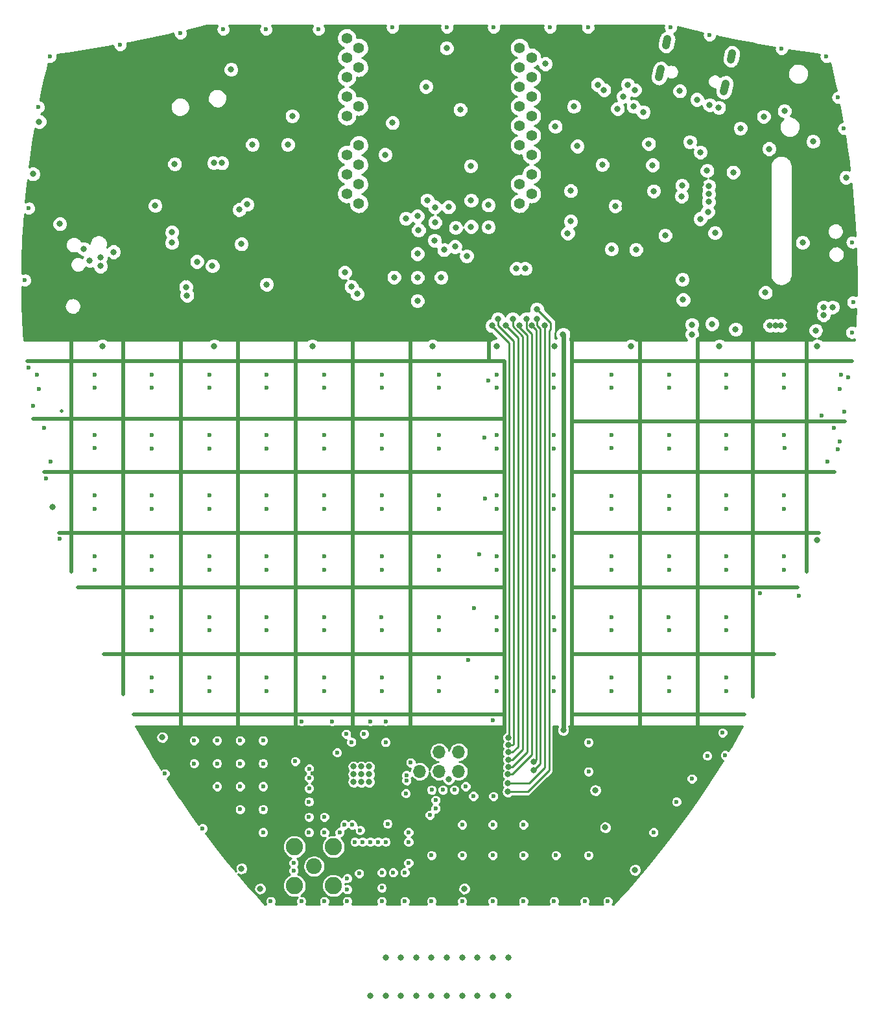
<source format=gbr>
G04 #@! TF.GenerationSoftware,KiCad,Pcbnew,5.99.0-unknown-r17145-8bd2765f*
G04 #@! TF.CreationDate,2019-12-03T04:13:12+08:00*
G04 #@! TF.ProjectId,tr20,74723230-2e6b-4696-9361-645f70636258,rev?*
G04 #@! TF.SameCoordinates,Original*
G04 #@! TF.FileFunction,Copper,L2,Inr*
G04 #@! TF.FilePolarity,Positive*
%FSLAX46Y46*%
G04 Gerber Fmt 4.6, Leading zero omitted, Abs format (unit mm)*
G04 Created by KiCad (PCBNEW 5.99.0-unknown-r17145-8bd2765f) date 2019-12-03 04:13:12*
%MOMM*%
%LPD*%
G04 APERTURE LIST*
%ADD10C,2.050000*%
%ADD11C,2.250000*%
%ADD12O,1.700000X1.700000*%
%ADD13R,1.700000X1.700000*%
%ADD14C,0.800000*%
%ADD15C,1.400000*%
%ADD16C,1.000000*%
%ADD17C,0.600000*%
%ADD18C,0.500000*%
%ADD19C,0.250000*%
%ADD20C,0.600000*%
%ADD21C,0.500000*%
%ADD22C,0.300000*%
G04 APERTURE END LIST*
D10*
X-16344900Y24576900D03*
D11*
X-18884900Y27116900D03*
X-18884900Y22036900D03*
X-13804900Y22036900D03*
X-13804900Y27116900D03*
D12*
X2540000Y36960000D03*
X2540000Y39500000D03*
X0Y36960000D03*
X0Y39500000D03*
X-2540000Y36960000D03*
D13*
X-2540000Y39500000D03*
D14*
X-7000000Y7677000D03*
X-7000000Y12677000D03*
X-9000000Y7677000D03*
X9000000Y12677000D03*
X9000000Y7677000D03*
X-5000000Y12677000D03*
X-5000000Y7677000D03*
X-3000000Y12677000D03*
X-1000000Y12677000D03*
X-3000000Y7677000D03*
X-1000000Y7677000D03*
X7000000Y12677000D03*
X5000000Y7677000D03*
X1000000Y12677000D03*
X5000000Y12677000D03*
X3000000Y12677000D03*
X3000000Y7677000D03*
X1000000Y7677000D03*
X7000000Y7677000D03*
D15*
X-10495000Y128905000D03*
X10495000Y131445000D03*
X-12065000Y130175000D03*
X-12065000Y117475000D03*
X-10495000Y116205000D03*
X-10495000Y118745000D03*
X-12065000Y122555000D03*
X12065000Y117475000D03*
X12065000Y114935000D03*
X10495000Y118745000D03*
X-12065000Y114935000D03*
X-10495000Y123825000D03*
X-12065000Y125095000D03*
X-12065000Y127635000D03*
X-10495000Y131445000D03*
X-12065000Y132715000D03*
X12065000Y122555000D03*
X-12065000Y112395000D03*
X-10495000Y113665000D03*
X10495000Y113665000D03*
X12065000Y112395000D03*
X10495000Y111125000D03*
X-10495000Y111125000D03*
X10495000Y128905000D03*
X12065000Y130175000D03*
X10495000Y126365000D03*
X12065000Y127635000D03*
X10495000Y123825000D03*
X12065000Y125095000D03*
X12065000Y120015000D03*
X10495000Y121285000D03*
X12065000Y132715000D03*
D16*
X38244179Y130718979D02*
X38071027Y129937943D01*
X29808982Y132589018D02*
X29635830Y131807982D01*
X37378421Y126813796D02*
X37140337Y125739870D01*
X28943223Y128683834D02*
X28705139Y127609908D01*
D14*
X45085000Y123215400D03*
D17*
X-3733800Y38125400D03*
X7086600Y33705800D03*
X3454400Y35001200D03*
D14*
X1244418Y35914241D03*
X-44221400Y102946200D03*
X25527000Y125958600D03*
X21513800Y125958600D03*
X-28374305Y116420505D03*
X35077400Y110032800D03*
X35179000Y111328200D03*
X34972913Y115417969D03*
X34150563Y113696390D03*
X35182800Y112371400D03*
X27357800Y118921400D03*
X39332800Y120946400D03*
X24057800Y125096400D03*
X23284390Y123500000D03*
X32732800Y119171400D03*
X27857800Y116146400D03*
X-25831800Y105841800D03*
X16205200Y42367200D03*
D17*
X7035800Y43637200D03*
D14*
X12369800Y37134800D03*
X12075790Y95173800D03*
X12369800Y38201600D03*
D17*
X4470400Y33731200D03*
X-9804400Y41844590D03*
X-12141200Y41844590D03*
D14*
X16179800Y94030800D03*
X6426200Y108051600D03*
X6426200Y110921800D03*
X-25095200Y110998000D03*
X12750800Y97307400D03*
X13766800Y95173800D03*
X5664200Y37236400D03*
X8966200Y34315400D03*
X8991600Y35407600D03*
D17*
X-3937000Y39090600D03*
D14*
X8712200Y95199200D03*
X9012608Y39455945D03*
X3581400Y104267000D03*
D17*
X-6994821Y40774380D03*
X1981200Y34542600D03*
X482600Y34542600D03*
X-990600Y34542600D03*
X-2463800Y34542600D03*
X37500000Y80882790D03*
X45000000Y80882790D03*
X45069532Y79192122D03*
X37500000Y47472600D03*
X37500000Y49200000D03*
X30000000Y47447200D03*
X30000000Y49200000D03*
X22504400Y47472600D03*
X22500000Y49200000D03*
X15000000Y47447200D03*
X15000000Y49200000D03*
X7500000Y47472600D03*
X7500000Y49200000D03*
X0Y47447200D03*
X0Y49200000D03*
X-7500000Y47472600D03*
X-7500000Y49200000D03*
X-15000000Y47472600D03*
X-15000000Y49200000D03*
X-22504400Y47472600D03*
X-22500000Y49200000D03*
X-30000000Y47447200D03*
X-30000000Y49200000D03*
X-37500000Y47472600D03*
X-37500000Y49200000D03*
X-37500000Y55372000D03*
X-37500000Y57124600D03*
X-30000000Y55397400D03*
X-30000000Y57124600D03*
X-22500000Y55401800D03*
X-22500000Y57100000D03*
X-15000000Y55372000D03*
X-15000000Y57124600D03*
X-7500000Y55372000D03*
X-7518400Y57124600D03*
X0Y55400000D03*
X0Y57124600D03*
X7500000Y55400000D03*
X7500000Y57124600D03*
X15011400Y55372000D03*
X14986000Y57124600D03*
X22500000Y55400000D03*
X22500000Y57124600D03*
X30000000Y55400000D03*
X29972000Y57124600D03*
X37490400Y55372000D03*
X37500000Y57124600D03*
X45000000Y63300000D03*
X44983400Y65049400D03*
X37500000Y63300000D03*
X37490400Y65049400D03*
X30000000Y63300000D03*
X29997400Y65049400D03*
X22500000Y63300000D03*
X22479000Y65049400D03*
X15000000Y63300000D03*
X15000000Y65049400D03*
X7500000Y63300000D03*
X7500000Y65049400D03*
X0Y63300000D03*
X0Y65049400D03*
X-7500000Y63300000D03*
X-7500000Y65049400D03*
X-15000000Y63300000D03*
X-15000000Y65035400D03*
X-22500000Y63300000D03*
X-22504400Y65049400D03*
X-30000000Y63319600D03*
X-30000000Y65049400D03*
X-37500000Y63300000D03*
X-37490400Y65049400D03*
X-45000000Y63305600D03*
X-45000000Y65049400D03*
X-45000000Y71247000D03*
X-45000000Y72974200D03*
X-37500000Y71247000D03*
X-37515800Y72974200D03*
X-30000000Y71221600D03*
X-29997400Y72974200D03*
X-22500000Y71221600D03*
X-22500000Y72974200D03*
X-14986000Y71221600D03*
X-15000000Y72974200D03*
X-7493000Y71221600D03*
X-7467600Y72974200D03*
X0Y71247000D03*
X0Y72974200D03*
X7500000Y71247000D03*
X7500000Y72974200D03*
X15000000Y71247000D03*
X15000000Y72974200D03*
X22504400Y71221600D03*
X22500000Y72948800D03*
X30000000Y71247000D03*
X29997400Y72948800D03*
X37490400Y71247000D03*
X37490400Y72974200D03*
X44983400Y71221600D03*
X45008800Y72974200D03*
X50723800Y77419200D03*
X51536600Y81813400D03*
X37490400Y79146400D03*
X30000000Y79146400D03*
X30000000Y80900000D03*
X22500000Y79171800D03*
X22500000Y80900000D03*
X15000000Y79146400D03*
X15000000Y80900000D03*
X7500000Y79146400D03*
X7500000Y80900000D03*
X0Y79146400D03*
X0Y80900000D03*
X-7500000Y79146400D03*
X-7500000Y80900000D03*
X-15000000Y79146400D03*
X-15000000Y80900000D03*
X-22500000Y79146400D03*
X-22500000Y80878000D03*
X-29997400Y79146400D03*
X-30000000Y80900000D03*
X-37500000Y79146400D03*
X-37500000Y80900000D03*
X-50723800Y77393800D03*
X-51562000Y81838800D03*
X-45000000Y79171800D03*
X-45000000Y80900000D03*
X-52300000Y86900000D03*
X-52500000Y88800000D03*
X-45000000Y87100000D03*
X-45000000Y88800000D03*
X-37500000Y87100000D03*
X-37500000Y88800000D03*
X-30000000Y87100000D03*
X-30000000Y88800000D03*
X-22500000Y87100000D03*
X-22500000Y88800000D03*
X-15000000Y87100000D03*
X-15000000Y88800000D03*
X-7500000Y87100000D03*
X-7500000Y88800000D03*
X0Y87100000D03*
X0Y88800000D03*
X7500000Y87100000D03*
X7500000Y88800000D03*
X15000000Y87100000D03*
X15000000Y88800000D03*
X22500000Y87100000D03*
X22500000Y88800000D03*
X30000000Y87100000D03*
X30000000Y88800000D03*
X37500000Y87100000D03*
X37500000Y88800000D03*
X45000000Y87100000D03*
X45000000Y88800000D03*
X52273200Y86868000D03*
X52500000Y88800000D03*
D14*
X35204400Y113412587D03*
X17576800Y123799598D03*
D17*
X-12000000Y21550010D03*
D14*
X39049242Y122566581D03*
X36576000Y92506800D03*
X-16560800Y92481400D03*
X-2692400Y107645200D03*
D17*
X-4267200Y35763200D03*
X-4267200Y36474400D03*
D14*
X20411800Y34483400D03*
X-29413200Y116433600D03*
X51358800Y97586800D03*
X50190400Y96570800D03*
X50190400Y97586800D03*
X47000000Y95200000D03*
X46300000Y95200000D03*
X50393600Y94132400D03*
X50393600Y94945200D03*
X42596862Y99496862D03*
X-37084002Y110845600D03*
X-34544000Y97231200D03*
X-36068000Y107594400D03*
X-33070800Y101427265D03*
X-33070800Y100228400D03*
X-31633790Y103530400D03*
X-34290000Y104546400D03*
X-34899600Y107391200D03*
X-34899600Y106019600D03*
X965200Y131419600D03*
X-1727200Y126390400D03*
X2743200Y123393200D03*
D17*
X19431000Y134128210D03*
X-6096000Y134128210D03*
X7112000Y134128210D03*
X1016000Y134128210D03*
X14478000Y134128210D03*
X30226000Y134128210D03*
X-35814000Y36677600D03*
X-30886400Y29514800D03*
X37338000Y39065200D03*
X46990000Y59893200D03*
X52882800Y83921600D03*
X53441600Y88392000D03*
X53898800Y94284800D03*
X54051200Y98247200D03*
X53949600Y106070400D03*
X52832000Y120904000D03*
X52070000Y124968000D03*
X50546000Y130302000D03*
X44704000Y131318000D03*
X35306000Y133096000D03*
X-15748000Y133858000D03*
X-22606000Y133858000D03*
X-28194000Y133858000D03*
X-33782000Y133350000D03*
X-41656000Y131826000D03*
X-50800000Y130302000D03*
X-52324000Y123698000D03*
X-53594000Y110490000D03*
X-54102000Y101092000D03*
X-53594000Y89662000D03*
X-52984400Y84683600D03*
X-51308000Y75184000D03*
X-49530000Y67310000D03*
X15250000Y26000000D03*
X19500000Y26000000D03*
X19500000Y36931600D03*
X19500000Y40750000D03*
X37000000Y42000000D03*
X35000000Y39000000D03*
X33000000Y36000000D03*
X31000000Y33000000D03*
X28000000Y29000000D03*
X22000000Y20000000D03*
X19000000Y20000000D03*
X15000000Y20000000D03*
X-15000000Y20000000D03*
X-18000000Y20000000D03*
X-22000000Y20000000D03*
X-4500000Y20000000D03*
X-1000000Y20000000D03*
X3000000Y20000000D03*
X7000000Y20000000D03*
X11000000Y20000000D03*
X11000000Y30000000D03*
X11000000Y26000000D03*
X7000000Y26000000D03*
X7000000Y30000000D03*
X-1000000Y26000000D03*
X3000000Y26000000D03*
X3000000Y30000000D03*
X-32000000Y38000000D03*
X-32000000Y41000000D03*
X-29000000Y35000000D03*
X-29000000Y38000000D03*
X-29000000Y41000000D03*
X-26000000Y32000000D03*
X-26000000Y35000000D03*
X-26000000Y38000000D03*
X-26000000Y41000000D03*
X-23000000Y29000000D03*
X-23000000Y32000000D03*
X-23000000Y35000000D03*
X-23000000Y38000000D03*
X-23000000Y41000000D03*
X-7000000Y43500000D03*
X-9000000Y43500000D03*
X-14000000Y43500000D03*
X-18000000Y43500000D03*
X-19000000Y25000000D03*
X-19000000Y24000000D03*
X-12000000Y23000000D03*
X-12000000Y20000000D03*
X-7500000Y20000000D03*
X-7500000Y21750000D03*
X-7500000Y23750000D03*
X-6000000Y23750000D03*
X-4500000Y23750000D03*
X-4000000Y25000000D03*
X-4000000Y27750000D03*
X-4000000Y29000000D03*
X-10000000Y27750000D03*
X-9000000Y27750000D03*
X-8000000Y27750000D03*
X-7000000Y27750000D03*
X-11000000Y27750000D03*
X-13000000Y29000000D03*
X-15000000Y29000000D03*
X-17000000Y29000000D03*
X-15000000Y31000000D03*
X-17000000Y31000000D03*
X-17000000Y33000000D03*
D14*
X-27178000Y128625600D03*
X-43967400Y92506800D03*
X-29362400Y92481400D03*
X-8991600Y106756200D03*
X-29616400Y102971600D03*
X2057400Y105486200D03*
X2159000Y107975400D03*
X635000Y105079800D03*
X-609600Y106299000D03*
X-863600Y92506800D03*
X15087600Y92506800D03*
X7493000Y92506800D03*
X25044400Y92506800D03*
X49199800Y94538800D03*
X49352200Y92506800D03*
X-19177000Y122555000D03*
X-24384000Y118821200D03*
X-19761200Y118821200D03*
X-18436609Y126745011D03*
X17170400Y112776000D03*
X17170400Y108813600D03*
X-7061200Y117500400D03*
X28007800Y112746400D03*
X35610800Y95402400D03*
X47447200Y106019600D03*
X22504400Y105174800D03*
X-6096000Y121666000D03*
X-2844800Y109474000D03*
X31648400Y112083600D03*
X-558800Y108661200D03*
X-50444400Y71475600D03*
X48818800Y119227600D03*
X43078400Y118262400D03*
X42367200Y122478800D03*
X33020000Y94030800D03*
X31750000Y101193600D03*
D17*
X52075408Y79002383D03*
X52270277Y80070401D03*
X49936400Y83439000D03*
D14*
X49326800Y67157600D03*
X-39928800Y103733600D03*
X-16357600Y110998000D03*
X-12141200Y119583200D03*
X-42519600Y104800400D03*
X-44246800Y104089200D03*
X-32928630Y99115914D03*
X-34534200Y116281200D03*
X25356400Y123810400D03*
X13868400Y129362200D03*
X15341600Y129336800D03*
X-36896400Y114401600D03*
X-45618400Y103682800D03*
X-46405800Y105206800D03*
X15167627Y121182373D03*
X16786452Y107250010D03*
X29507800Y106971400D03*
X33660000Y124700000D03*
X31407800Y125821400D03*
X36010157Y107289847D03*
X25700000Y105100000D03*
X21300000Y116200000D03*
X34100000Y117821400D03*
X26657800Y123066400D03*
X18030000Y118610000D03*
X33000000Y95300000D03*
X38400000Y115200000D03*
X31700000Y113487692D03*
X34082800Y122871400D03*
X24200000Y110800000D03*
X25100000Y110799979D03*
X45600000Y95200000D03*
X-49530000Y108458000D03*
X-2844800Y98409000D03*
X-2844800Y101457000D03*
X-2844800Y104555800D03*
X34082800Y109121400D03*
X38700000Y94700000D03*
X35300000Y124000000D03*
X23000000Y110799979D03*
X31851600Y98552000D03*
X44600000Y95200000D03*
X43900000Y95200000D03*
X43200000Y95200000D03*
X23957800Y119396400D03*
X11226800Y102616000D03*
X10083800Y102616000D03*
X-10176000Y37592000D03*
X-9176000Y37592000D03*
X-11176000Y35592000D03*
X-10176000Y35592000D03*
X-9176000Y35592000D03*
X-11176000Y36592000D03*
X-10176000Y36592000D03*
X-9176000Y36592000D03*
X-11176000Y37592000D03*
D17*
X-16383000Y34089200D03*
X-16383000Y35397300D03*
X-16535400Y36692700D03*
X-6743700Y30126800D03*
X-13335000Y39423200D03*
X-10439400Y23624400D03*
X-4381500Y34940100D03*
X-16979900Y34711500D03*
X-16979900Y36070400D03*
X-16979900Y37315000D03*
X-18783300Y38280200D03*
X-12839700Y40299500D03*
X-4368800Y34086800D03*
X-457200Y33200200D03*
X-457200Y32108000D03*
X-1219200Y31257100D03*
X-10337800Y29275900D03*
X-11341100Y29999800D03*
X-12357100Y29999800D03*
X-13131800Y31142800D03*
D14*
X-5892800Y101482400D03*
D17*
X3759200Y51536600D03*
X6375400Y87985600D03*
X5892800Y80518000D03*
X5994400Y72618600D03*
X5232400Y65278000D03*
X4521200Y58267600D03*
X41884600Y60223400D03*
D18*
X-49326800Y84010500D03*
D14*
X254000Y101457000D03*
X-22529800Y100558600D03*
X-4343400Y109169200D03*
X-26101400Y110312200D03*
X-4216400Y94665800D03*
X-52222400Y121818400D03*
X-53035200Y114985800D03*
X-25806400Y24257000D03*
X25577800Y24079200D03*
X53136800Y114528600D03*
X24612600Y126633610D03*
X36500000Y123657990D03*
X20701000Y126644400D03*
D17*
X-4127100Y37292087D03*
D14*
X9027083Y41359108D03*
X9017000Y38481000D03*
X9017042Y40405946D03*
X8991600Y36576000D03*
X9017505Y37525659D03*
X14351000Y33858200D03*
X21691600Y29641800D03*
D17*
X-8902700Y41692190D03*
X-8331200Y41692190D03*
D14*
X-36144200Y41402000D03*
D17*
X-11455400Y40792400D03*
D14*
X-23368000Y21640800D03*
X3276600Y21640800D03*
X6908800Y95173800D03*
X9601200Y96062800D03*
X11379200Y96062800D03*
X7670800Y96037400D03*
X10490200Y95199200D03*
X-10718800Y99339400D03*
X-11480800Y100279200D03*
X-12319000Y102108000D03*
X12750800Y96062800D03*
X-558800Y110642400D03*
X-1574800Y111556800D03*
X4165600Y108102400D03*
X4165600Y111531400D03*
X1219200Y110667800D03*
X4114800Y116027200D03*
D19*
X13208000Y37973000D02*
X13208000Y94733596D01*
X12369800Y37134800D02*
X13208000Y37973000D01*
X12750800Y95190796D02*
X12750800Y95497115D01*
X13208000Y94733596D02*
X12750800Y95190796D01*
X12649200Y38481000D02*
X12649200Y94600390D01*
X12475789Y94773801D02*
X12075790Y95173800D01*
X12369800Y38201600D02*
X12649200Y38481000D01*
X12649200Y94600390D02*
X12475789Y94773801D01*
D20*
X16200000Y42646600D02*
X16200000Y94010600D01*
X16200000Y94010600D02*
X16179800Y94030800D01*
D19*
X14351000Y94538800D02*
X14503400Y94691200D01*
X11582400Y34315400D02*
X14351000Y37084000D01*
X14503400Y94691200D02*
X14503400Y95554800D01*
X14351000Y37084000D02*
X14351000Y94538800D01*
X13150799Y96907401D02*
X12750800Y97307400D01*
X14503400Y95554800D02*
X13150799Y96907401D01*
X8966200Y34315400D02*
X11582400Y34315400D01*
X11760200Y35407600D02*
X13766800Y37414200D01*
X13766800Y94608115D02*
X13766800Y95173800D01*
X12750800Y95497115D02*
X12750800Y96062800D01*
X8991600Y35407600D02*
X11760200Y35407600D01*
X13766800Y37414200D02*
X13766800Y94608115D01*
X9578293Y39455945D02*
X10312400Y40190052D01*
X8712200Y95173800D02*
X8712200Y95199200D01*
X10312400Y40190052D02*
X10312400Y93573600D01*
X9012608Y39455945D02*
X9578293Y39455945D01*
X10312400Y93573600D02*
X8712200Y95173800D01*
D21*
X-39900000Y44400000D02*
X8500000Y44400000D01*
D19*
X9144000Y41476025D02*
X9144000Y92913200D01*
X9027083Y41359108D02*
X9144000Y41476025D01*
X9144000Y92913200D02*
X6908800Y95148400D01*
X6908800Y95148400D02*
X6908800Y95173800D01*
X9601200Y95080698D02*
X9601200Y95497115D01*
X9582685Y38481000D02*
X10896600Y39794915D01*
X10896600Y39794915D02*
X10896600Y93785298D01*
X10896600Y93785298D02*
X9601200Y95080698D01*
X9017000Y38481000D02*
X9582685Y38481000D01*
X9601200Y95497115D02*
X9601200Y96062800D01*
X9702800Y93167200D02*
X7670800Y95199200D01*
X9702800Y40526019D02*
X9702800Y93167200D01*
X9017042Y40405946D02*
X9582727Y40405946D01*
X7670800Y95199200D02*
X7670800Y95471715D01*
X9582727Y40405946D02*
X9702800Y40526019D01*
X7670800Y95471715D02*
X7670800Y96037400D01*
D21*
X-53800000Y90500000D02*
X6476800Y90500000D01*
X6500000Y90500000D02*
X6500000Y93675200D01*
X6476800Y90500000D02*
X8500000Y90500000D01*
X-48000000Y93350000D02*
X-48000000Y63000000D01*
X-41250000Y93650000D02*
X-41250000Y47000000D01*
X48000000Y93350000D02*
X48000000Y63000000D01*
X41000000Y93550000D02*
X41000000Y46650000D01*
X33750000Y87680800D02*
X33750000Y41935400D01*
X33750000Y93446600D02*
X33750000Y87680000D01*
X-33750000Y94030800D02*
X-33750000Y87662000D01*
X-33750000Y87662000D02*
X-33750000Y42519600D01*
D22*
X33788600Y87662000D02*
X33807400Y87680800D01*
D21*
X-26250000Y93903800D02*
X-26250000Y42392600D01*
X-18750000Y93776800D02*
X-18750000Y42265600D01*
X-11252200Y93776800D02*
X-11252200Y42265600D01*
X-3759200Y93878400D02*
X-3759200Y42367200D01*
X26250000Y93726000D02*
X26250000Y42214800D01*
X17300000Y93446600D02*
X17300000Y41935400D01*
X8500000Y90500000D02*
X8500000Y42062400D01*
X17300000Y90500000D02*
X53900000Y90500000D01*
X17300000Y82700000D02*
X53000000Y82700000D01*
X-53000000Y83000000D02*
X8500000Y82981800D01*
X17300000Y76100000D02*
X51600000Y76100000D01*
X-51600000Y76100000D02*
X8500000Y76100000D01*
X17300000Y68100000D02*
X49600000Y68100000D01*
X-49600000Y68100000D02*
X8500000Y68100000D01*
X17300000Y61010800D02*
X46781400Y61010800D01*
X-47218600Y61010800D02*
X8500000Y61010800D01*
X-43750000Y52300000D02*
X8500000Y52300000D01*
X17300000Y52300000D02*
X43750000Y52300000D01*
X17300000Y44400000D02*
X39900000Y44400000D01*
D19*
X10490200Y94955643D02*
X10490200Y95199200D01*
X11506200Y39448669D02*
X11506200Y93939643D01*
X11506200Y93939643D02*
X10490200Y94955643D01*
X9017505Y37525659D02*
X9583190Y37525659D01*
X9583190Y37525659D02*
X11506200Y39448669D01*
X11379200Y95497115D02*
X11379200Y96062800D01*
X9557285Y36576000D02*
X12090400Y39109115D01*
X12090400Y94081600D02*
X11379200Y94792800D01*
X8991600Y36576000D02*
X9557285Y36576000D01*
X12090400Y39109115D02*
X12090400Y94081600D01*
X11379200Y94792800D02*
X11379200Y95497115D01*
G36*
X-18332786Y42846870D02*
G01*
X-18114671Y42776000D01*
X-17885329Y42776000D01*
X-17667214Y42846870D01*
X-17659052Y42852800D01*
X-14340948Y42852800D01*
X-14332786Y42846870D01*
X-14114671Y42776000D01*
X-13885329Y42776000D01*
X-13667214Y42846870D01*
X-13659052Y42852800D01*
X-9340948Y42852800D01*
X-9332786Y42846870D01*
X-9114671Y42776000D01*
X-8885329Y42776000D01*
X-8667214Y42846870D01*
X-8659052Y42852800D01*
X-7340948Y42852800D01*
X-7332786Y42846870D01*
X-7114671Y42776000D01*
X-6885329Y42776000D01*
X-6667214Y42846870D01*
X-6659052Y42852800D01*
X8595000Y42852800D01*
X8595000Y42061343D01*
X8511764Y42013962D01*
X8341990Y41833488D01*
X8232790Y41611072D01*
X8193815Y41366380D01*
X8228514Y41121043D01*
X8333816Y40896756D01*
X8340492Y40889407D01*
X8331949Y40880326D01*
X8222749Y40657910D01*
X8183774Y40413218D01*
X8218473Y40167881D01*
X8323775Y39943594D01*
X8331744Y39934821D01*
X8327515Y39930325D01*
X8218315Y39707909D01*
X8179340Y39463217D01*
X8214039Y39217880D01*
X8319341Y38993593D01*
X8343173Y38967356D01*
X8331907Y38955380D01*
X8222707Y38732964D01*
X8183732Y38488272D01*
X8218431Y38242935D01*
X8323733Y38018648D01*
X8336596Y38004487D01*
X8332412Y38000039D01*
X8223212Y37777623D01*
X8184237Y37532931D01*
X8218936Y37287594D01*
X8322383Y37067257D01*
X8306507Y37050380D01*
X8197307Y36827964D01*
X8158332Y36583272D01*
X8193031Y36337935D01*
X8298333Y36113648D01*
X8409407Y35991366D01*
X8306507Y35881980D01*
X8197307Y35659564D01*
X8158332Y35414872D01*
X8193031Y35169535D01*
X8298333Y34945248D01*
X8361716Y34875469D01*
X8281107Y34789780D01*
X8171907Y34567364D01*
X8132932Y34322672D01*
X8167631Y34077335D01*
X8272933Y33853048D01*
X8439531Y33669639D01*
X8652693Y33543324D01*
X8893573Y33485272D01*
X9140875Y33500613D01*
X9372733Y33587994D01*
X9568649Y33739688D01*
X9587457Y33766400D01*
X11490618Y33766400D01*
X11500815Y33762899D01*
X11594075Y33766400D01*
X11633370Y33766400D01*
X11643293Y33768248D01*
X11711511Y33770810D01*
X11739325Y33786133D01*
X11783456Y33794351D01*
X11957552Y33901666D01*
X11997176Y33953774D01*
X12534074Y34490672D01*
X19578532Y34490672D01*
X19613231Y34245335D01*
X19718533Y34021048D01*
X19885131Y33837639D01*
X20098293Y33711324D01*
X20339173Y33653272D01*
X20586475Y33668613D01*
X20818333Y33755994D01*
X21014249Y33907688D01*
X21156898Y34110283D01*
X21233825Y34346340D01*
X21236092Y34606093D01*
X21163297Y34843457D01*
X21024203Y35048510D01*
X20830967Y35203599D01*
X20600669Y35295013D01*
X20353672Y35314670D01*
X20111815Y35260829D01*
X19896481Y35138254D01*
X19726707Y34957780D01*
X19617507Y34735364D01*
X19578532Y34490672D01*
X12534074Y34490672D01*
X14158073Y36114671D01*
X32276000Y36114671D01*
X32276000Y35885329D01*
X32346870Y35667214D01*
X32481673Y35481673D01*
X32667214Y35346870D01*
X32885329Y35276000D01*
X33114671Y35276000D01*
X33332786Y35346870D01*
X33518327Y35481673D01*
X33653130Y35667214D01*
X33724000Y35885329D01*
X33724000Y36114671D01*
X33653130Y36332786D01*
X33518327Y36518327D01*
X33332786Y36653130D01*
X33114671Y36724000D01*
X32885329Y36724000D01*
X32667214Y36653130D01*
X32481673Y36518327D01*
X32346870Y36332786D01*
X32276000Y36114671D01*
X14158073Y36114671D01*
X14674301Y36630898D01*
X14683987Y36635633D01*
X14747458Y36704055D01*
X14775246Y36731842D01*
X14780955Y36740165D01*
X14827380Y36790211D01*
X14836213Y36820716D01*
X14861605Y36857730D01*
X14906347Y37046271D01*
X18776000Y37046271D01*
X18776000Y36816929D01*
X18846870Y36598814D01*
X18981673Y36413273D01*
X19167214Y36278470D01*
X19385329Y36207600D01*
X19614671Y36207600D01*
X19832786Y36278470D01*
X20018327Y36413273D01*
X20153130Y36598814D01*
X20224000Y36816929D01*
X20224000Y37046271D01*
X20153130Y37264386D01*
X20018327Y37449927D01*
X19832786Y37584730D01*
X19614671Y37655600D01*
X19385329Y37655600D01*
X19167214Y37584730D01*
X18981673Y37449927D01*
X18846870Y37264386D01*
X18776000Y37046271D01*
X14906347Y37046271D01*
X14908827Y37056718D01*
X14900000Y37121571D01*
X14900000Y39114671D01*
X34276000Y39114671D01*
X34276000Y38885329D01*
X34346870Y38667214D01*
X34481673Y38481673D01*
X34667214Y38346870D01*
X34885329Y38276000D01*
X35114671Y38276000D01*
X35332786Y38346870D01*
X35518327Y38481673D01*
X35653130Y38667214D01*
X35724000Y38885329D01*
X35724000Y39114671D01*
X35653130Y39332786D01*
X35518327Y39518327D01*
X35332786Y39653130D01*
X35114671Y39724000D01*
X34885329Y39724000D01*
X34667214Y39653130D01*
X34481673Y39518327D01*
X34346870Y39332786D01*
X34276000Y39114671D01*
X14900000Y39114671D01*
X14900000Y40864671D01*
X18776000Y40864671D01*
X18776000Y40635329D01*
X18846870Y40417214D01*
X18981673Y40231673D01*
X19167214Y40096870D01*
X19385329Y40026000D01*
X19614671Y40026000D01*
X19832786Y40096870D01*
X20018327Y40231673D01*
X20153130Y40417214D01*
X20224000Y40635329D01*
X20224000Y40864671D01*
X20153130Y41082786D01*
X20018327Y41268327D01*
X19832786Y41403130D01*
X19614671Y41474000D01*
X19385329Y41474000D01*
X19167214Y41403130D01*
X18981673Y41268327D01*
X18846870Y41082786D01*
X18776000Y40864671D01*
X14900000Y40864671D01*
X14900000Y42852800D01*
X15476000Y42852800D01*
X15476000Y42751743D01*
X15410907Y42619164D01*
X15371932Y42374472D01*
X15406631Y42129135D01*
X15511933Y41904848D01*
X15678531Y41721439D01*
X15891693Y41595124D01*
X16132573Y41537072D01*
X16379875Y41552413D01*
X16611733Y41639794D01*
X16807649Y41791488D01*
X16950298Y41994083D01*
X16989595Y42114671D01*
X36276000Y42114671D01*
X36276000Y41885329D01*
X36346870Y41667214D01*
X36481673Y41481673D01*
X36667214Y41346870D01*
X36885329Y41276000D01*
X37114671Y41276000D01*
X37332786Y41346870D01*
X37518327Y41481673D01*
X37653130Y41667214D01*
X37724000Y41885329D01*
X37724000Y42114671D01*
X37653130Y42332786D01*
X37518327Y42518327D01*
X37332786Y42653130D01*
X37114671Y42724000D01*
X36885329Y42724000D01*
X36667214Y42653130D01*
X36481673Y42518327D01*
X36346870Y42332786D01*
X36276000Y42114671D01*
X16989595Y42114671D01*
X17027225Y42230140D01*
X17029492Y42489893D01*
X16956697Y42727257D01*
X16924000Y42775460D01*
X16924000Y42852800D01*
X39621155Y42852800D01*
X39195584Y42084732D01*
X38152472Y40277279D01*
X37772409Y39644497D01*
X37670786Y39718330D01*
X37452671Y39789200D01*
X37223329Y39789200D01*
X37005214Y39718330D01*
X36819673Y39583527D01*
X36684870Y39397986D01*
X36614000Y39179871D01*
X36614000Y38950529D01*
X36684870Y38732414D01*
X36819673Y38546873D01*
X37005214Y38412070D01*
X37026115Y38405279D01*
X35972365Y36718266D01*
X34836098Y34967896D01*
X33669392Y33237533D01*
X32472764Y31527932D01*
X31246414Y29839384D01*
X29990791Y28172506D01*
X28706259Y26527786D01*
X27393250Y24905776D01*
X26052061Y23306839D01*
X24683264Y21731661D01*
X23287159Y20180582D01*
X22763193Y19618500D01*
X22617737Y19618500D01*
X22653130Y19667214D01*
X22724000Y19885329D01*
X22724000Y20114671D01*
X22653130Y20332786D01*
X22518327Y20518327D01*
X22332786Y20653130D01*
X22114671Y20724000D01*
X21885329Y20724000D01*
X21667214Y20653130D01*
X21481673Y20518327D01*
X21346870Y20332786D01*
X21276000Y20114671D01*
X21276000Y19885329D01*
X21346870Y19667214D01*
X21382263Y19618500D01*
X19617737Y19618500D01*
X19653130Y19667214D01*
X19724000Y19885329D01*
X19724000Y20114671D01*
X19653130Y20332786D01*
X19518327Y20518327D01*
X19332786Y20653130D01*
X19114671Y20724000D01*
X18885329Y20724000D01*
X18667214Y20653130D01*
X18481673Y20518327D01*
X18346870Y20332786D01*
X18276000Y20114671D01*
X18276000Y19885329D01*
X18346870Y19667214D01*
X18382263Y19618500D01*
X15617737Y19618500D01*
X15653130Y19667214D01*
X15724000Y19885329D01*
X15724000Y20114671D01*
X15653130Y20332786D01*
X15518327Y20518327D01*
X15332786Y20653130D01*
X15114671Y20724000D01*
X14885329Y20724000D01*
X14667214Y20653130D01*
X14481673Y20518327D01*
X14346870Y20332786D01*
X14276000Y20114671D01*
X14276000Y19885329D01*
X14346870Y19667214D01*
X14382263Y19618500D01*
X11617737Y19618500D01*
X11653130Y19667214D01*
X11724000Y19885329D01*
X11724000Y20114671D01*
X11653130Y20332786D01*
X11518327Y20518327D01*
X11332786Y20653130D01*
X11114671Y20724000D01*
X10885329Y20724000D01*
X10667214Y20653130D01*
X10481673Y20518327D01*
X10346870Y20332786D01*
X10276000Y20114671D01*
X10276000Y19885329D01*
X10346870Y19667214D01*
X10382263Y19618500D01*
X7617737Y19618500D01*
X7653130Y19667214D01*
X7724000Y19885329D01*
X7724000Y20114671D01*
X7653130Y20332786D01*
X7518327Y20518327D01*
X7332786Y20653130D01*
X7114671Y20724000D01*
X6885329Y20724000D01*
X6667214Y20653130D01*
X6481673Y20518327D01*
X6346870Y20332786D01*
X6276000Y20114671D01*
X6276000Y19885329D01*
X6346870Y19667214D01*
X6382263Y19618500D01*
X3617737Y19618500D01*
X3653130Y19667214D01*
X3724000Y19885329D01*
X3724000Y20114671D01*
X3653130Y20332786D01*
X3518327Y20518327D01*
X3332786Y20653130D01*
X3114671Y20724000D01*
X2885329Y20724000D01*
X2667214Y20653130D01*
X2481673Y20518327D01*
X2346870Y20332786D01*
X2276000Y20114671D01*
X2276000Y19885329D01*
X2346870Y19667214D01*
X2382263Y19618500D01*
X-382263Y19618500D01*
X-346870Y19667214D01*
X-276000Y19885329D01*
X-276000Y20114671D01*
X-346870Y20332786D01*
X-481673Y20518327D01*
X-667214Y20653130D01*
X-885329Y20724000D01*
X-1114671Y20724000D01*
X-1332786Y20653130D01*
X-1518327Y20518327D01*
X-1653130Y20332786D01*
X-1724000Y20114671D01*
X-1724000Y19885329D01*
X-1653130Y19667214D01*
X-1617737Y19618500D01*
X-3882263Y19618500D01*
X-3846870Y19667214D01*
X-3776000Y19885329D01*
X-3776000Y20114671D01*
X-3846870Y20332786D01*
X-3981673Y20518327D01*
X-4167214Y20653130D01*
X-4385329Y20724000D01*
X-4614671Y20724000D01*
X-4832786Y20653130D01*
X-5018327Y20518327D01*
X-5153130Y20332786D01*
X-5224000Y20114671D01*
X-5224000Y19885329D01*
X-5153130Y19667214D01*
X-5117737Y19618500D01*
X-6882263Y19618500D01*
X-6846870Y19667214D01*
X-6776000Y19885329D01*
X-6776000Y20114671D01*
X-6846870Y20332786D01*
X-6981673Y20518327D01*
X-7167214Y20653130D01*
X-7385329Y20724000D01*
X-7614671Y20724000D01*
X-7832786Y20653130D01*
X-8018327Y20518327D01*
X-8153130Y20332786D01*
X-8224000Y20114671D01*
X-8224000Y19885329D01*
X-8153130Y19667214D01*
X-8117737Y19618500D01*
X-11382263Y19618500D01*
X-11346870Y19667214D01*
X-11276000Y19885329D01*
X-11276000Y20114671D01*
X-11346870Y20332786D01*
X-11481673Y20518327D01*
X-11667214Y20653130D01*
X-11885329Y20724000D01*
X-12114671Y20724000D01*
X-12332786Y20653130D01*
X-12518327Y20518327D01*
X-12653130Y20332786D01*
X-12724000Y20114671D01*
X-12724000Y19885329D01*
X-12653130Y19667214D01*
X-12617737Y19618500D01*
X-14382263Y19618500D01*
X-14346870Y19667214D01*
X-14276000Y19885329D01*
X-14276000Y20114671D01*
X-14346870Y20332786D01*
X-14481673Y20518327D01*
X-14667214Y20653130D01*
X-14885329Y20724000D01*
X-15114671Y20724000D01*
X-15332786Y20653130D01*
X-15518327Y20518327D01*
X-15653130Y20332786D01*
X-15724000Y20114671D01*
X-15724000Y19885329D01*
X-15653130Y19667214D01*
X-15617737Y19618500D01*
X-17382263Y19618500D01*
X-17346870Y19667214D01*
X-17276000Y19885329D01*
X-17276000Y20114671D01*
X-17346870Y20332786D01*
X-17481673Y20518327D01*
X-17667214Y20653130D01*
X-17885329Y20724000D01*
X-18061924Y20724000D01*
X-17982141Y20771278D01*
X-17781803Y20941477D01*
X-17613007Y21142998D01*
X-17480577Y21370079D01*
X-17388301Y21616225D01*
X-17338706Y21874989D01*
X-17336840Y22053179D01*
X-15359413Y22053179D01*
X-15339931Y21791028D01*
X-15276558Y21535906D01*
X-15171107Y21295110D01*
X-15026591Y21075524D01*
X-14847144Y20883426D01*
X-14637895Y20724310D01*
X-14404828Y20602724D01*
X-14154608Y20522147D01*
X-13894389Y20484880D01*
X-13631610Y20491991D01*
X-13373788Y20543275D01*
X-13128290Y20637266D01*
X-12902141Y20771278D01*
X-12701803Y20941477D01*
X-12568455Y21100678D01*
X-12518327Y21031683D01*
X-12332786Y20896880D01*
X-12114671Y20826010D01*
X-11885329Y20826010D01*
X-11667214Y20896880D01*
X-11481673Y21031683D01*
X-11346870Y21217224D01*
X-11276000Y21435339D01*
X-11276000Y21664681D01*
X-11340980Y21864671D01*
X-8224000Y21864671D01*
X-8224000Y21635329D01*
X-8153130Y21417214D01*
X-8018327Y21231673D01*
X-7832786Y21096870D01*
X-7614671Y21026000D01*
X-7385329Y21026000D01*
X-7167214Y21096870D01*
X-6981673Y21231673D01*
X-6846870Y21417214D01*
X-6776000Y21635329D01*
X-6776000Y21648072D01*
X2443332Y21648072D01*
X2478031Y21402735D01*
X2583333Y21178448D01*
X2749931Y20995039D01*
X2963093Y20868724D01*
X3203973Y20810672D01*
X3451275Y20826013D01*
X3683133Y20913394D01*
X3879049Y21065088D01*
X4021698Y21267683D01*
X4098625Y21503740D01*
X4100892Y21763493D01*
X4028097Y22000857D01*
X3889003Y22205910D01*
X3695767Y22360999D01*
X3465469Y22452413D01*
X3218472Y22472070D01*
X2976615Y22418229D01*
X2761281Y22295654D01*
X2591507Y22115180D01*
X2482307Y21892764D01*
X2443332Y21648072D01*
X-6776000Y21648072D01*
X-6776000Y21864671D01*
X-6846870Y22082786D01*
X-6981673Y22268327D01*
X-7167214Y22403130D01*
X-7385329Y22474000D01*
X-7614671Y22474000D01*
X-7832786Y22403130D01*
X-8018327Y22268327D01*
X-8153130Y22082786D01*
X-8224000Y21864671D01*
X-11340980Y21864671D01*
X-11346870Y21882796D01*
X-11481673Y22068337D01*
X-11667214Y22203140D01*
X-11885329Y22274010D01*
X-12114671Y22274010D01*
X-12265613Y22224966D01*
X-12283625Y22330897D01*
X-12114671Y22276000D01*
X-11885329Y22276000D01*
X-11667214Y22346870D01*
X-11481673Y22481673D01*
X-11346870Y22667214D01*
X-11276000Y22885329D01*
X-11276000Y23114671D01*
X-11346870Y23332786D01*
X-11481673Y23518327D01*
X-11667214Y23653130D01*
X-11885329Y23724000D01*
X-12114671Y23724000D01*
X-12332786Y23653130D01*
X-12518327Y23518327D01*
X-12653130Y23332786D01*
X-12715397Y23141147D01*
X-12875833Y23283338D01*
X-13099128Y23422057D01*
X-13342602Y23521169D01*
X-13599294Y23577841D01*
X-13861866Y23590454D01*
X-14122809Y23558645D01*
X-14374661Y23483325D01*
X-14610223Y23366647D01*
X-14822759Y23211948D01*
X-15006189Y23023650D01*
X-15155272Y22807139D01*
X-15265744Y22568604D01*
X-15334445Y22314865D01*
X-15359413Y22053179D01*
X-17336840Y22053179D01*
X-17335654Y22166394D01*
X-17379820Y22426140D01*
X-17466921Y22674165D01*
X-17594565Y22903969D01*
X-17759104Y23108981D01*
X-17955833Y23283338D01*
X-18179128Y23422057D01*
X-18422602Y23521169D01*
X-18448779Y23526948D01*
X-18346870Y23667214D01*
X-18276000Y23885329D01*
X-18276000Y24114671D01*
X-18346870Y24332786D01*
X-18468358Y24500000D01*
X-18346870Y24667214D01*
X-18335025Y24703671D01*
X-17793900Y24703671D01*
X-17793900Y24450129D01*
X-17749872Y24200439D01*
X-17663157Y23962187D01*
X-17536385Y23742613D01*
X-17373411Y23548389D01*
X-17179187Y23385415D01*
X-16959613Y23258643D01*
X-16721361Y23171928D01*
X-16471671Y23127900D01*
X-16218129Y23127900D01*
X-15968439Y23171928D01*
X-15730187Y23258643D01*
X-15510613Y23385415D01*
X-15316389Y23548389D01*
X-15156388Y23739071D01*
X-11163400Y23739071D01*
X-11163400Y23509729D01*
X-11092530Y23291614D01*
X-10957727Y23106073D01*
X-10772186Y22971270D01*
X-10554071Y22900400D01*
X-10324729Y22900400D01*
X-10106614Y22971270D01*
X-9921073Y23106073D01*
X-9786270Y23291614D01*
X-9715400Y23509729D01*
X-9715400Y23739071D01*
X-9756209Y23864671D01*
X-8224000Y23864671D01*
X-8224000Y23635329D01*
X-8153130Y23417214D01*
X-8018327Y23231673D01*
X-7832786Y23096870D01*
X-7614671Y23026000D01*
X-7385329Y23026000D01*
X-7167214Y23096870D01*
X-6981673Y23231673D01*
X-6846870Y23417214D01*
X-6776000Y23635329D01*
X-6776000Y23864671D01*
X-6724000Y23864671D01*
X-6724000Y23635329D01*
X-6653130Y23417214D01*
X-6518327Y23231673D01*
X-6332786Y23096870D01*
X-6114671Y23026000D01*
X-5885329Y23026000D01*
X-5667214Y23096870D01*
X-5481673Y23231673D01*
X-5346870Y23417214D01*
X-5276000Y23635329D01*
X-5276000Y23864671D01*
X-5224000Y23864671D01*
X-5224000Y23635329D01*
X-5153130Y23417214D01*
X-5018327Y23231673D01*
X-4832786Y23096870D01*
X-4614671Y23026000D01*
X-4385329Y23026000D01*
X-4167214Y23096870D01*
X-3981673Y23231673D01*
X-3846870Y23417214D01*
X-3776000Y23635329D01*
X-3776000Y23864671D01*
X-3846870Y24082786D01*
X-3849548Y24086472D01*
X24744532Y24086472D01*
X24779231Y23841135D01*
X24884533Y23616848D01*
X25051131Y23433439D01*
X25264293Y23307124D01*
X25505173Y23249072D01*
X25752475Y23264413D01*
X25984333Y23351794D01*
X26180249Y23503488D01*
X26322898Y23706083D01*
X26399825Y23942140D01*
X26402092Y24201893D01*
X26329297Y24439257D01*
X26190203Y24644310D01*
X25996967Y24799399D01*
X25766669Y24890813D01*
X25519672Y24910470D01*
X25277815Y24856629D01*
X25062481Y24734054D01*
X24892707Y24553580D01*
X24783507Y24331164D01*
X24744532Y24086472D01*
X-3849548Y24086472D01*
X-3981673Y24268327D01*
X-3992234Y24276000D01*
X-3885329Y24276000D01*
X-3667214Y24346870D01*
X-3481673Y24481673D01*
X-3346870Y24667214D01*
X-3276000Y24885329D01*
X-3276000Y25114671D01*
X-3346870Y25332786D01*
X-3481673Y25518327D01*
X-3667214Y25653130D01*
X-3885329Y25724000D01*
X-4114671Y25724000D01*
X-4332786Y25653130D01*
X-4518327Y25518327D01*
X-4653130Y25332786D01*
X-4724000Y25114671D01*
X-4724000Y24885329D01*
X-4653130Y24667214D01*
X-4518327Y24481673D01*
X-4507766Y24474000D01*
X-4614671Y24474000D01*
X-4832786Y24403130D01*
X-5018327Y24268327D01*
X-5153130Y24082786D01*
X-5224000Y23864671D01*
X-5276000Y23864671D01*
X-5346870Y24082786D01*
X-5481673Y24268327D01*
X-5667214Y24403130D01*
X-5885329Y24474000D01*
X-6114671Y24474000D01*
X-6332786Y24403130D01*
X-6518327Y24268327D01*
X-6653130Y24082786D01*
X-6724000Y23864671D01*
X-6776000Y23864671D01*
X-6846870Y24082786D01*
X-6981673Y24268327D01*
X-7167214Y24403130D01*
X-7385329Y24474000D01*
X-7614671Y24474000D01*
X-7832786Y24403130D01*
X-8018327Y24268327D01*
X-8153130Y24082786D01*
X-8224000Y23864671D01*
X-9756209Y23864671D01*
X-9786270Y23957186D01*
X-9921073Y24142727D01*
X-10106614Y24277530D01*
X-10324729Y24348400D01*
X-10554071Y24348400D01*
X-10772186Y24277530D01*
X-10957727Y24142727D01*
X-11092530Y23957186D01*
X-11163400Y23739071D01*
X-15156388Y23739071D01*
X-15153415Y23742613D01*
X-15026643Y23962187D01*
X-14939928Y24200439D01*
X-14895900Y24450129D01*
X-14895900Y24703671D01*
X-14939928Y24953361D01*
X-15026643Y25191613D01*
X-15153415Y25411187D01*
X-15316389Y25605411D01*
X-15510613Y25768385D01*
X-15730187Y25895157D01*
X-15968439Y25981872D01*
X-16218129Y26025900D01*
X-16471671Y26025900D01*
X-16721361Y25981872D01*
X-16959613Y25895157D01*
X-17179187Y25768385D01*
X-17373411Y25605411D01*
X-17536385Y25411187D01*
X-17663157Y25191613D01*
X-17749872Y24953361D01*
X-17793900Y24703671D01*
X-18335025Y24703671D01*
X-18276000Y24885329D01*
X-18276000Y25114671D01*
X-18346870Y25332786D01*
X-18481673Y25518327D01*
X-18589081Y25596363D01*
X-18453788Y25623275D01*
X-18208290Y25717266D01*
X-17982141Y25851278D01*
X-17781803Y26021477D01*
X-17613007Y26222998D01*
X-17480577Y26450079D01*
X-17388301Y26696225D01*
X-17338706Y26954989D01*
X-17335654Y27246394D01*
X-17379820Y27506140D01*
X-17466921Y27754165D01*
X-17594565Y27983969D01*
X-17759104Y28188981D01*
X-17955833Y28363338D01*
X-18179128Y28502057D01*
X-18422602Y28601169D01*
X-18679294Y28657841D01*
X-18941866Y28670454D01*
X-19202809Y28638645D01*
X-19454661Y28563325D01*
X-19690223Y28446647D01*
X-19902759Y28291948D01*
X-20086189Y28103650D01*
X-20235272Y27887139D01*
X-20345744Y27648604D01*
X-20414445Y27394865D01*
X-20439413Y27133179D01*
X-20419931Y26871028D01*
X-20356558Y26615906D01*
X-20251107Y26375110D01*
X-20106591Y26155524D01*
X-19927144Y25963426D01*
X-19717895Y25804310D01*
X-19484828Y25682724D01*
X-19351256Y25639711D01*
X-19518327Y25518327D01*
X-19653130Y25332786D01*
X-19724000Y25114671D01*
X-19724000Y24885329D01*
X-19653130Y24667214D01*
X-19531642Y24500000D01*
X-19653130Y24332786D01*
X-19724000Y24114671D01*
X-19724000Y23885329D01*
X-19653130Y23667214D01*
X-19518327Y23481673D01*
X-19493870Y23463904D01*
X-19690223Y23366647D01*
X-19902759Y23211948D01*
X-20086189Y23023650D01*
X-20235272Y22807139D01*
X-20345744Y22568604D01*
X-20414445Y22314865D01*
X-20439413Y22053179D01*
X-20419931Y21791028D01*
X-20356558Y21535906D01*
X-20251107Y21295110D01*
X-20106591Y21075524D01*
X-19927144Y20883426D01*
X-19717895Y20724310D01*
X-19484828Y20602724D01*
X-19234608Y20522147D01*
X-18974389Y20484880D01*
X-18711610Y20491991D01*
X-18495374Y20535003D01*
X-18518327Y20518327D01*
X-18653130Y20332786D01*
X-18724000Y20114671D01*
X-18724000Y19885329D01*
X-18653130Y19667214D01*
X-18617737Y19618500D01*
X-21382263Y19618500D01*
X-21346870Y19667214D01*
X-21276000Y19885329D01*
X-21276000Y20114671D01*
X-21346870Y20332786D01*
X-21481673Y20518327D01*
X-21667214Y20653130D01*
X-21885329Y20724000D01*
X-22114671Y20724000D01*
X-22332786Y20653130D01*
X-22518327Y20518327D01*
X-22653130Y20332786D01*
X-22724000Y20114671D01*
X-22724000Y19885329D01*
X-22653130Y19667214D01*
X-22617737Y19618500D01*
X-22762412Y19618500D01*
X-23598008Y20521873D01*
X-24603814Y21648072D01*
X-24201268Y21648072D01*
X-24166569Y21402735D01*
X-24061267Y21178448D01*
X-23894669Y20995039D01*
X-23681507Y20868724D01*
X-23440627Y20810672D01*
X-23193325Y20826013D01*
X-22961467Y20913394D01*
X-22765551Y21065088D01*
X-22622902Y21267683D01*
X-22545975Y21503740D01*
X-22543708Y21763493D01*
X-22616503Y22000857D01*
X-22755597Y22205910D01*
X-22948833Y22360999D01*
X-23179131Y22452413D01*
X-23426128Y22472070D01*
X-23667985Y22418229D01*
X-23883319Y22295654D01*
X-24053093Y22115180D01*
X-24162293Y21892764D01*
X-24201268Y21648072D01*
X-24603814Y21648072D01*
X-24988065Y22078317D01*
X-26285399Y23582991D01*
X-26119907Y23484924D01*
X-25879027Y23426872D01*
X-25631725Y23442213D01*
X-25399867Y23529594D01*
X-25203951Y23681288D01*
X-25061302Y23883883D01*
X-24984375Y24119940D01*
X-24982108Y24379693D01*
X-25054903Y24617057D01*
X-25193997Y24822110D01*
X-25387233Y24977199D01*
X-25617531Y25068613D01*
X-25864528Y25088270D01*
X-26106385Y25034429D01*
X-26321719Y24911854D01*
X-26491493Y24731380D01*
X-26600693Y24508964D01*
X-26639668Y24264272D01*
X-26604969Y24018935D01*
X-26546065Y23893473D01*
X-27685742Y25262910D01*
X-28992456Y26889995D01*
X-30270614Y28539686D01*
X-30526129Y28881639D01*
X-30368073Y28996473D01*
X-30282198Y29114671D01*
X-23724000Y29114671D01*
X-23724000Y28885329D01*
X-23653130Y28667214D01*
X-23518327Y28481673D01*
X-23332786Y28346870D01*
X-23114671Y28276000D01*
X-22885329Y28276000D01*
X-22667214Y28346870D01*
X-22481673Y28481673D01*
X-22346870Y28667214D01*
X-22276000Y28885329D01*
X-22276000Y29114671D01*
X-17724000Y29114671D01*
X-17724000Y28885329D01*
X-17653130Y28667214D01*
X-17518327Y28481673D01*
X-17332786Y28346870D01*
X-17114671Y28276000D01*
X-16885329Y28276000D01*
X-16667214Y28346870D01*
X-16481673Y28481673D01*
X-16346870Y28667214D01*
X-16276000Y28885329D01*
X-16276000Y29114671D01*
X-15724000Y29114671D01*
X-15724000Y28885329D01*
X-15653130Y28667214D01*
X-15518327Y28481673D01*
X-15332786Y28346870D01*
X-15114671Y28276000D01*
X-14885329Y28276000D01*
X-14811884Y28299864D01*
X-14822759Y28291948D01*
X-15006189Y28103650D01*
X-15155272Y27887139D01*
X-15265744Y27648604D01*
X-15334445Y27394865D01*
X-15359413Y27133179D01*
X-15339931Y26871028D01*
X-15276558Y26615906D01*
X-15171107Y26375110D01*
X-15026591Y26155524D01*
X-14847144Y25963426D01*
X-14637895Y25804310D01*
X-14404828Y25682724D01*
X-14154608Y25602147D01*
X-13894389Y25564880D01*
X-13631610Y25571991D01*
X-13373788Y25623275D01*
X-13128290Y25717266D01*
X-12902141Y25851278D01*
X-12701803Y26021477D01*
X-12623743Y26114671D01*
X-1724000Y26114671D01*
X-1724000Y25885329D01*
X-1653130Y25667214D01*
X-1518327Y25481673D01*
X-1332786Y25346870D01*
X-1114671Y25276000D01*
X-885329Y25276000D01*
X-667214Y25346870D01*
X-481673Y25481673D01*
X-346870Y25667214D01*
X-276000Y25885329D01*
X-276000Y26114671D01*
X2276000Y26114671D01*
X2276000Y25885329D01*
X2346870Y25667214D01*
X2481673Y25481673D01*
X2667214Y25346870D01*
X2885329Y25276000D01*
X3114671Y25276000D01*
X3332786Y25346870D01*
X3518327Y25481673D01*
X3653130Y25667214D01*
X3724000Y25885329D01*
X3724000Y26114671D01*
X6276000Y26114671D01*
X6276000Y25885329D01*
X6346870Y25667214D01*
X6481673Y25481673D01*
X6667214Y25346870D01*
X6885329Y25276000D01*
X7114671Y25276000D01*
X7332786Y25346870D01*
X7518327Y25481673D01*
X7653130Y25667214D01*
X7724000Y25885329D01*
X7724000Y26114671D01*
X10276000Y26114671D01*
X10276000Y25885329D01*
X10346870Y25667214D01*
X10481673Y25481673D01*
X10667214Y25346870D01*
X10885329Y25276000D01*
X11114671Y25276000D01*
X11332786Y25346870D01*
X11518327Y25481673D01*
X11653130Y25667214D01*
X11724000Y25885329D01*
X11724000Y26114671D01*
X14526000Y26114671D01*
X14526000Y25885329D01*
X14596870Y25667214D01*
X14731673Y25481673D01*
X14917214Y25346870D01*
X15135329Y25276000D01*
X15364671Y25276000D01*
X15582786Y25346870D01*
X15768327Y25481673D01*
X15903130Y25667214D01*
X15974000Y25885329D01*
X15974000Y26114671D01*
X18776000Y26114671D01*
X18776000Y25885329D01*
X18846870Y25667214D01*
X18981673Y25481673D01*
X19167214Y25346870D01*
X19385329Y25276000D01*
X19614671Y25276000D01*
X19832786Y25346870D01*
X20018327Y25481673D01*
X20153130Y25667214D01*
X20224000Y25885329D01*
X20224000Y26114671D01*
X20153130Y26332786D01*
X20018327Y26518327D01*
X19832786Y26653130D01*
X19614671Y26724000D01*
X19385329Y26724000D01*
X19167214Y26653130D01*
X18981673Y26518327D01*
X18846870Y26332786D01*
X18776000Y26114671D01*
X15974000Y26114671D01*
X15903130Y26332786D01*
X15768327Y26518327D01*
X15582786Y26653130D01*
X15364671Y26724000D01*
X15135329Y26724000D01*
X14917214Y26653130D01*
X14731673Y26518327D01*
X14596870Y26332786D01*
X14526000Y26114671D01*
X11724000Y26114671D01*
X11653130Y26332786D01*
X11518327Y26518327D01*
X11332786Y26653130D01*
X11114671Y26724000D01*
X10885329Y26724000D01*
X10667214Y26653130D01*
X10481673Y26518327D01*
X10346870Y26332786D01*
X10276000Y26114671D01*
X7724000Y26114671D01*
X7653130Y26332786D01*
X7518327Y26518327D01*
X7332786Y26653130D01*
X7114671Y26724000D01*
X6885329Y26724000D01*
X6667214Y26653130D01*
X6481673Y26518327D01*
X6346870Y26332786D01*
X6276000Y26114671D01*
X3724000Y26114671D01*
X3653130Y26332786D01*
X3518327Y26518327D01*
X3332786Y26653130D01*
X3114671Y26724000D01*
X2885329Y26724000D01*
X2667214Y26653130D01*
X2481673Y26518327D01*
X2346870Y26332786D01*
X2276000Y26114671D01*
X-276000Y26114671D01*
X-346870Y26332786D01*
X-481673Y26518327D01*
X-667214Y26653130D01*
X-885329Y26724000D01*
X-1114671Y26724000D01*
X-1332786Y26653130D01*
X-1518327Y26518327D01*
X-1653130Y26332786D01*
X-1724000Y26114671D01*
X-12623743Y26114671D01*
X-12533007Y26222998D01*
X-12400577Y26450079D01*
X-12308301Y26696225D01*
X-12258706Y26954989D01*
X-12255654Y27246394D01*
X-12299820Y27506140D01*
X-12386921Y27754165D01*
X-12448301Y27864671D01*
X-11724000Y27864671D01*
X-11724000Y27635329D01*
X-11653130Y27417214D01*
X-11518327Y27231673D01*
X-11332786Y27096870D01*
X-11114671Y27026000D01*
X-10885329Y27026000D01*
X-10667214Y27096870D01*
X-10500000Y27218358D01*
X-10332786Y27096870D01*
X-10114671Y27026000D01*
X-9885329Y27026000D01*
X-9667214Y27096870D01*
X-9500000Y27218358D01*
X-9332786Y27096870D01*
X-9114671Y27026000D01*
X-8885329Y27026000D01*
X-8667214Y27096870D01*
X-8500000Y27218358D01*
X-8332786Y27096870D01*
X-8114671Y27026000D01*
X-7885329Y27026000D01*
X-7667214Y27096870D01*
X-7500000Y27218358D01*
X-7332786Y27096870D01*
X-7114671Y27026000D01*
X-6885329Y27026000D01*
X-6667214Y27096870D01*
X-6481673Y27231673D01*
X-6346870Y27417214D01*
X-6276000Y27635329D01*
X-6276000Y27864671D01*
X-6346870Y28082786D01*
X-6481673Y28268327D01*
X-6667214Y28403130D01*
X-6885329Y28474000D01*
X-7114671Y28474000D01*
X-7332786Y28403130D01*
X-7500000Y28281642D01*
X-7667214Y28403130D01*
X-7885329Y28474000D01*
X-8114671Y28474000D01*
X-8332786Y28403130D01*
X-8500000Y28281642D01*
X-8667214Y28403130D01*
X-8885329Y28474000D01*
X-9114671Y28474000D01*
X-9332786Y28403130D01*
X-9500000Y28281642D01*
X-9667214Y28403130D01*
X-9885329Y28474000D01*
X-10114671Y28474000D01*
X-10332786Y28403130D01*
X-10500000Y28281642D01*
X-10667214Y28403130D01*
X-10885329Y28474000D01*
X-11114671Y28474000D01*
X-11332786Y28403130D01*
X-11518327Y28268327D01*
X-11653130Y28082786D01*
X-11724000Y27864671D01*
X-12448301Y27864671D01*
X-12514565Y27983969D01*
X-12679104Y28188981D01*
X-12806272Y28301687D01*
X-12667214Y28346870D01*
X-12481673Y28481673D01*
X-12346870Y28667214D01*
X-12276000Y28885329D01*
X-12276000Y29114671D01*
X-12328354Y29275800D01*
X-12242429Y29275800D01*
X-12024314Y29346670D01*
X-11849100Y29473970D01*
X-11673886Y29346670D01*
X-11455771Y29275800D01*
X-11226429Y29275800D01*
X-11061800Y29329291D01*
X-11061800Y29161229D01*
X-10990930Y28943114D01*
X-10856127Y28757573D01*
X-10670586Y28622770D01*
X-10452471Y28551900D01*
X-10223129Y28551900D01*
X-10005014Y28622770D01*
X-9819473Y28757573D01*
X-9684670Y28943114D01*
X-9628928Y29114671D01*
X-4724000Y29114671D01*
X-4724000Y28885329D01*
X-4653130Y28667214D01*
X-4518327Y28481673D01*
X-4371504Y28375000D01*
X-4518327Y28268327D01*
X-4653130Y28082786D01*
X-4724000Y27864671D01*
X-4724000Y27635329D01*
X-4653130Y27417214D01*
X-4518327Y27231673D01*
X-4332786Y27096870D01*
X-4114671Y27026000D01*
X-3885329Y27026000D01*
X-3667214Y27096870D01*
X-3481673Y27231673D01*
X-3346870Y27417214D01*
X-3276000Y27635329D01*
X-3276000Y27864671D01*
X-3346870Y28082786D01*
X-3481673Y28268327D01*
X-3628496Y28375000D01*
X-3481673Y28481673D01*
X-3346870Y28667214D01*
X-3276000Y28885329D01*
X-3276000Y29114671D01*
X-3346870Y29332786D01*
X-3481673Y29518327D01*
X-3667214Y29653130D01*
X-3885329Y29724000D01*
X-4114671Y29724000D01*
X-4332786Y29653130D01*
X-4518327Y29518327D01*
X-4653130Y29332786D01*
X-4724000Y29114671D01*
X-9628928Y29114671D01*
X-9613800Y29161229D01*
X-9613800Y29390571D01*
X-9684670Y29608686D01*
X-9819473Y29794227D01*
X-10005014Y29929030D01*
X-10223129Y29999900D01*
X-10452471Y29999900D01*
X-10617100Y29946409D01*
X-10617100Y30114471D01*
X-10658364Y30241471D01*
X-7467700Y30241471D01*
X-7467700Y30012129D01*
X-7396830Y29794014D01*
X-7262027Y29608473D01*
X-7076486Y29473670D01*
X-6858371Y29402800D01*
X-6629029Y29402800D01*
X-6410914Y29473670D01*
X-6225373Y29608473D01*
X-6090570Y29794014D01*
X-6019700Y30012129D01*
X-6019700Y30114671D01*
X2276000Y30114671D01*
X2276000Y29885329D01*
X2346870Y29667214D01*
X2481673Y29481673D01*
X2667214Y29346870D01*
X2885329Y29276000D01*
X3114671Y29276000D01*
X3332786Y29346870D01*
X3518327Y29481673D01*
X3653130Y29667214D01*
X3724000Y29885329D01*
X3724000Y30114671D01*
X6276000Y30114671D01*
X6276000Y29885329D01*
X6346870Y29667214D01*
X6481673Y29481673D01*
X6667214Y29346870D01*
X6885329Y29276000D01*
X7114671Y29276000D01*
X7332786Y29346870D01*
X7518327Y29481673D01*
X7653130Y29667214D01*
X7724000Y29885329D01*
X7724000Y30114671D01*
X10276000Y30114671D01*
X10276000Y29885329D01*
X10346870Y29667214D01*
X10481673Y29481673D01*
X10667214Y29346870D01*
X10885329Y29276000D01*
X11114671Y29276000D01*
X11332786Y29346870D01*
X11518327Y29481673D01*
X11639949Y29649072D01*
X20858332Y29649072D01*
X20893031Y29403735D01*
X20998333Y29179448D01*
X21164931Y28996039D01*
X21378093Y28869724D01*
X21618973Y28811672D01*
X21866275Y28827013D01*
X22098133Y28914394D01*
X22294049Y29066088D01*
X22328256Y29114671D01*
X27276000Y29114671D01*
X27276000Y28885329D01*
X27346870Y28667214D01*
X27481673Y28481673D01*
X27667214Y28346870D01*
X27885329Y28276000D01*
X28114671Y28276000D01*
X28332786Y28346870D01*
X28518327Y28481673D01*
X28653130Y28667214D01*
X28724000Y28885329D01*
X28724000Y29114671D01*
X28653130Y29332786D01*
X28518327Y29518327D01*
X28332786Y29653130D01*
X28114671Y29724000D01*
X27885329Y29724000D01*
X27667214Y29653130D01*
X27481673Y29518327D01*
X27346870Y29332786D01*
X27276000Y29114671D01*
X22328256Y29114671D01*
X22436698Y29268683D01*
X22513625Y29504740D01*
X22515892Y29764493D01*
X22443097Y30001857D01*
X22304003Y30206910D01*
X22110767Y30361999D01*
X21880469Y30453413D01*
X21633472Y30473070D01*
X21391615Y30419229D01*
X21176281Y30296654D01*
X21006507Y30116180D01*
X20897307Y29893764D01*
X20858332Y29649072D01*
X11639949Y29649072D01*
X11653130Y29667214D01*
X11724000Y29885329D01*
X11724000Y30114671D01*
X11653130Y30332786D01*
X11518327Y30518327D01*
X11332786Y30653130D01*
X11114671Y30724000D01*
X10885329Y30724000D01*
X10667214Y30653130D01*
X10481673Y30518327D01*
X10346870Y30332786D01*
X10276000Y30114671D01*
X7724000Y30114671D01*
X7653130Y30332786D01*
X7518327Y30518327D01*
X7332786Y30653130D01*
X7114671Y30724000D01*
X6885329Y30724000D01*
X6667214Y30653130D01*
X6481673Y30518327D01*
X6346870Y30332786D01*
X6276000Y30114671D01*
X3724000Y30114671D01*
X3653130Y30332786D01*
X3518327Y30518327D01*
X3332786Y30653130D01*
X3114671Y30724000D01*
X2885329Y30724000D01*
X2667214Y30653130D01*
X2481673Y30518327D01*
X2346870Y30332786D01*
X2276000Y30114671D01*
X-6019700Y30114671D01*
X-6019700Y30241471D01*
X-6090570Y30459586D01*
X-6225373Y30645127D01*
X-6410914Y30779930D01*
X-6629029Y30850800D01*
X-6858371Y30850800D01*
X-7076486Y30779930D01*
X-7262027Y30645127D01*
X-7396830Y30459586D01*
X-7467700Y30241471D01*
X-10658364Y30241471D01*
X-10687970Y30332586D01*
X-10822773Y30518127D01*
X-11008314Y30652930D01*
X-11226429Y30723800D01*
X-11455771Y30723800D01*
X-11673886Y30652930D01*
X-11849100Y30525630D01*
X-12024314Y30652930D01*
X-12242429Y30723800D01*
X-12471771Y30723800D01*
X-12689886Y30652930D01*
X-12875427Y30518127D01*
X-13010230Y30332586D01*
X-13081100Y30114471D01*
X-13081100Y29885129D01*
X-13028746Y29724000D01*
X-13114671Y29724000D01*
X-13332786Y29653130D01*
X-13518327Y29518327D01*
X-13653130Y29332786D01*
X-13724000Y29114671D01*
X-13724000Y28885329D01*
X-13653130Y28667214D01*
X-13648021Y28660182D01*
X-13861866Y28670454D01*
X-14122809Y28638645D01*
X-14374661Y28563325D01*
X-14449159Y28526425D01*
X-14346870Y28667214D01*
X-14276000Y28885329D01*
X-14276000Y29114671D01*
X-14346870Y29332786D01*
X-14481673Y29518327D01*
X-14667214Y29653130D01*
X-14885329Y29724000D01*
X-15114671Y29724000D01*
X-15332786Y29653130D01*
X-15518327Y29518327D01*
X-15653130Y29332786D01*
X-15724000Y29114671D01*
X-16276000Y29114671D01*
X-16346870Y29332786D01*
X-16481673Y29518327D01*
X-16667214Y29653130D01*
X-16885329Y29724000D01*
X-17114671Y29724000D01*
X-17332786Y29653130D01*
X-17518327Y29518327D01*
X-17653130Y29332786D01*
X-17724000Y29114671D01*
X-22276000Y29114671D01*
X-22346870Y29332786D01*
X-22481673Y29518327D01*
X-22667214Y29653130D01*
X-22885329Y29724000D01*
X-23114671Y29724000D01*
X-23332786Y29653130D01*
X-23518327Y29518327D01*
X-23653130Y29332786D01*
X-23724000Y29114671D01*
X-30282198Y29114671D01*
X-30233270Y29182014D01*
X-30162400Y29400129D01*
X-30162400Y29629471D01*
X-30233270Y29847586D01*
X-30368073Y30033127D01*
X-30553614Y30167930D01*
X-30771729Y30238800D01*
X-31001071Y30238800D01*
X-31219186Y30167930D01*
X-31392946Y30041687D01*
X-31519791Y30211442D01*
X-32170453Y31114671D01*
X-17724000Y31114671D01*
X-17724000Y30885329D01*
X-17653130Y30667214D01*
X-17518327Y30481673D01*
X-17332786Y30346870D01*
X-17114671Y30276000D01*
X-16885329Y30276000D01*
X-16667214Y30346870D01*
X-16481673Y30481673D01*
X-16346870Y30667214D01*
X-16276000Y30885329D01*
X-16276000Y31114671D01*
X-15724000Y31114671D01*
X-15724000Y30885329D01*
X-15653130Y30667214D01*
X-15518327Y30481673D01*
X-15332786Y30346870D01*
X-15114671Y30276000D01*
X-14885329Y30276000D01*
X-14667214Y30346870D01*
X-14481673Y30481673D01*
X-14346870Y30667214D01*
X-14276000Y30885329D01*
X-14276000Y31114671D01*
X-14346870Y31332786D01*
X-14375194Y31371771D01*
X-1943200Y31371771D01*
X-1943200Y31142429D01*
X-1872330Y30924314D01*
X-1737527Y30738773D01*
X-1551986Y30603970D01*
X-1333871Y30533100D01*
X-1104529Y30533100D01*
X-886414Y30603970D01*
X-700873Y30738773D01*
X-566070Y30924314D01*
X-495200Y31142429D01*
X-495200Y31371771D01*
X-499173Y31384000D01*
X-342529Y31384000D01*
X-124414Y31454870D01*
X61127Y31589673D01*
X195930Y31775214D01*
X266800Y31993329D01*
X266800Y32222671D01*
X195930Y32440786D01*
X61127Y32626327D01*
X22901Y32654100D01*
X61127Y32681873D01*
X195930Y32867414D01*
X266800Y33085529D01*
X266800Y33314871D01*
X195930Y33532986D01*
X61127Y33718527D01*
X-124414Y33853330D01*
X-342529Y33924200D01*
X-571871Y33924200D01*
X-640869Y33901781D01*
X-472273Y34024273D01*
X-337470Y34209814D01*
X-266600Y34427929D01*
X-266600Y34657271D01*
X-241400Y34657271D01*
X-241400Y34427929D01*
X-170530Y34209814D01*
X-35727Y34024273D01*
X149814Y33889470D01*
X367929Y33818600D01*
X597271Y33818600D01*
X815386Y33889470D01*
X1000927Y34024273D01*
X1135730Y34209814D01*
X1206600Y34427929D01*
X1206600Y34657271D01*
X1135730Y34875386D01*
X1000927Y35060927D01*
X815386Y35195730D01*
X597271Y35266600D01*
X367929Y35266600D01*
X149814Y35195730D01*
X-35727Y35060927D01*
X-170530Y34875386D01*
X-241400Y34657271D01*
X-266600Y34657271D01*
X-337470Y34875386D01*
X-472273Y35060927D01*
X-657814Y35195730D01*
X-875929Y35266600D01*
X-1105271Y35266600D01*
X-1323386Y35195730D01*
X-1508927Y35060927D01*
X-1643730Y34875386D01*
X-1714600Y34657271D01*
X-1714600Y34427929D01*
X-1643730Y34209814D01*
X-1508927Y34024273D01*
X-1323386Y33889470D01*
X-1105271Y33818600D01*
X-875929Y33818600D01*
X-806931Y33841019D01*
X-975527Y33718527D01*
X-1110330Y33532986D01*
X-1181200Y33314871D01*
X-1181200Y33085529D01*
X-1110330Y32867414D01*
X-975527Y32681873D01*
X-937301Y32654100D01*
X-975527Y32626327D01*
X-1110330Y32440786D01*
X-1181200Y32222671D01*
X-1181200Y31993329D01*
X-1177227Y31981100D01*
X-1333871Y31981100D01*
X-1551986Y31910230D01*
X-1737527Y31775427D01*
X-1872330Y31589886D01*
X-1943200Y31371771D01*
X-14375194Y31371771D01*
X-14481673Y31518327D01*
X-14667214Y31653130D01*
X-14885329Y31724000D01*
X-15114671Y31724000D01*
X-15332786Y31653130D01*
X-15518327Y31518327D01*
X-15653130Y31332786D01*
X-15724000Y31114671D01*
X-16276000Y31114671D01*
X-16346870Y31332786D01*
X-16481673Y31518327D01*
X-16667214Y31653130D01*
X-16885329Y31724000D01*
X-17114671Y31724000D01*
X-17332786Y31653130D01*
X-17518327Y31518327D01*
X-17653130Y31332786D01*
X-17724000Y31114671D01*
X-32170453Y31114671D01*
X-32739570Y31904701D01*
X-32885329Y32114671D01*
X-26724000Y32114671D01*
X-26724000Y31885329D01*
X-26653130Y31667214D01*
X-26518327Y31481673D01*
X-26332786Y31346870D01*
X-26114671Y31276000D01*
X-25885329Y31276000D01*
X-25667214Y31346870D01*
X-25481673Y31481673D01*
X-25346870Y31667214D01*
X-25276000Y31885329D01*
X-25276000Y32114671D01*
X-23724000Y32114671D01*
X-23724000Y31885329D01*
X-23653130Y31667214D01*
X-23518327Y31481673D01*
X-23332786Y31346870D01*
X-23114671Y31276000D01*
X-22885329Y31276000D01*
X-22667214Y31346870D01*
X-22481673Y31481673D01*
X-22346870Y31667214D01*
X-22276000Y31885329D01*
X-22276000Y32114671D01*
X-22346870Y32332786D01*
X-22481673Y32518327D01*
X-22667214Y32653130D01*
X-22885329Y32724000D01*
X-23114671Y32724000D01*
X-23332786Y32653130D01*
X-23518327Y32518327D01*
X-23653130Y32332786D01*
X-23724000Y32114671D01*
X-25276000Y32114671D01*
X-25346870Y32332786D01*
X-25481673Y32518327D01*
X-25667214Y32653130D01*
X-25885329Y32724000D01*
X-26114671Y32724000D01*
X-26332786Y32653130D01*
X-26518327Y32518327D01*
X-26653130Y32332786D01*
X-26724000Y32114671D01*
X-32885329Y32114671D01*
X-33579520Y33114671D01*
X-17724000Y33114671D01*
X-17724000Y32885329D01*
X-17653130Y32667214D01*
X-17518327Y32481673D01*
X-17332786Y32346870D01*
X-17114671Y32276000D01*
X-16885329Y32276000D01*
X-16667214Y32346870D01*
X-16481673Y32481673D01*
X-16346870Y32667214D01*
X-16276000Y32885329D01*
X-16276000Y33114671D01*
X-16346870Y33332786D01*
X-16481673Y33518327D01*
X-16667214Y33653130D01*
X-16885329Y33724000D01*
X-17114671Y33724000D01*
X-17332786Y33653130D01*
X-17518327Y33518327D01*
X-17653130Y33332786D01*
X-17724000Y33114671D01*
X-33579520Y33114671D01*
X-33929593Y33618959D01*
X-34929675Y35114671D01*
X-29724000Y35114671D01*
X-29724000Y34885329D01*
X-29653130Y34667214D01*
X-29518327Y34481673D01*
X-29332786Y34346870D01*
X-29114671Y34276000D01*
X-28885329Y34276000D01*
X-28667214Y34346870D01*
X-28481673Y34481673D01*
X-28346870Y34667214D01*
X-28276000Y34885329D01*
X-28276000Y35114671D01*
X-26724000Y35114671D01*
X-26724000Y34885329D01*
X-26653130Y34667214D01*
X-26518327Y34481673D01*
X-26332786Y34346870D01*
X-26114671Y34276000D01*
X-25885329Y34276000D01*
X-25667214Y34346870D01*
X-25481673Y34481673D01*
X-25346870Y34667214D01*
X-25276000Y34885329D01*
X-25276000Y35114671D01*
X-23724000Y35114671D01*
X-23724000Y34885329D01*
X-23653130Y34667214D01*
X-23518327Y34481673D01*
X-23332786Y34346870D01*
X-23114671Y34276000D01*
X-22885329Y34276000D01*
X-22667214Y34346870D01*
X-22481673Y34481673D01*
X-22346870Y34667214D01*
X-22276000Y34885329D01*
X-22276000Y35114671D01*
X-22346870Y35332786D01*
X-22481673Y35518327D01*
X-22667214Y35653130D01*
X-22885329Y35724000D01*
X-23114671Y35724000D01*
X-23332786Y35653130D01*
X-23518327Y35518327D01*
X-23653130Y35332786D01*
X-23724000Y35114671D01*
X-25276000Y35114671D01*
X-25346870Y35332786D01*
X-25481673Y35518327D01*
X-25667214Y35653130D01*
X-25885329Y35724000D01*
X-26114671Y35724000D01*
X-26332786Y35653130D01*
X-26518327Y35518327D01*
X-26653130Y35332786D01*
X-26724000Y35114671D01*
X-28276000Y35114671D01*
X-28346870Y35332786D01*
X-28481673Y35518327D01*
X-28667214Y35653130D01*
X-28885329Y35724000D01*
X-29114671Y35724000D01*
X-29332786Y35653130D01*
X-29518327Y35518327D01*
X-29653130Y35332786D01*
X-29724000Y35114671D01*
X-34929675Y35114671D01*
X-35089578Y35353819D01*
X-35514327Y36013711D01*
X-35481214Y36024470D01*
X-35295673Y36159273D01*
X-35160870Y36344814D01*
X-35090000Y36562929D01*
X-35090000Y36792271D01*
X-35160870Y37010386D01*
X-35295673Y37195927D01*
X-35481214Y37330730D01*
X-35699329Y37401600D01*
X-35928671Y37401600D01*
X-36146786Y37330730D01*
X-36291511Y37225581D01*
X-36842082Y38114671D01*
X-32724000Y38114671D01*
X-32724000Y37885329D01*
X-32653130Y37667214D01*
X-32518327Y37481673D01*
X-32332786Y37346870D01*
X-32114671Y37276000D01*
X-31885329Y37276000D01*
X-31667214Y37346870D01*
X-31481673Y37481673D01*
X-31346870Y37667214D01*
X-31276000Y37885329D01*
X-31276000Y38114671D01*
X-29724000Y38114671D01*
X-29724000Y37885329D01*
X-29653130Y37667214D01*
X-29518327Y37481673D01*
X-29332786Y37346870D01*
X-29114671Y37276000D01*
X-28885329Y37276000D01*
X-28667214Y37346870D01*
X-28481673Y37481673D01*
X-28346870Y37667214D01*
X-28276000Y37885329D01*
X-28276000Y38114671D01*
X-26724000Y38114671D01*
X-26724000Y37885329D01*
X-26653130Y37667214D01*
X-26518327Y37481673D01*
X-26332786Y37346870D01*
X-26114671Y37276000D01*
X-25885329Y37276000D01*
X-25667214Y37346870D01*
X-25481673Y37481673D01*
X-25346870Y37667214D01*
X-25276000Y37885329D01*
X-25276000Y38114671D01*
X-23724000Y38114671D01*
X-23724000Y37885329D01*
X-23653130Y37667214D01*
X-23518327Y37481673D01*
X-23332786Y37346870D01*
X-23114671Y37276000D01*
X-22885329Y37276000D01*
X-22667214Y37346870D01*
X-22553248Y37429671D01*
X-17703900Y37429671D01*
X-17703900Y37200329D01*
X-17633030Y36982214D01*
X-17498227Y36796673D01*
X-17355120Y36692700D01*
X-17498227Y36588727D01*
X-17633030Y36403186D01*
X-17703900Y36185071D01*
X-17703900Y35955729D01*
X-17633030Y35737614D01*
X-17498227Y35552073D01*
X-17312686Y35417270D01*
X-17231682Y35390950D01*
X-17312686Y35364630D01*
X-17498227Y35229827D01*
X-17633030Y35044286D01*
X-17703900Y34826171D01*
X-17703900Y34596829D01*
X-17633030Y34378714D01*
X-17498227Y34193173D01*
X-17312686Y34058370D01*
X-17094571Y33987500D01*
X-16865229Y33987500D01*
X-16647114Y34058370D01*
X-16461573Y34193173D01*
X-16455545Y34201471D01*
X-5092800Y34201471D01*
X-5092800Y33972129D01*
X-5021930Y33754014D01*
X-4887127Y33568473D01*
X-4701586Y33433670D01*
X-4483471Y33362800D01*
X-4254129Y33362800D01*
X-4036014Y33433670D01*
X-3850473Y33568473D01*
X-3715670Y33754014D01*
X-3644800Y33972129D01*
X-3644800Y34201471D01*
X-3715670Y34419586D01*
X-3850473Y34605127D01*
X-4036014Y34739930D01*
X-4254129Y34810800D01*
X-4483471Y34810800D01*
X-4701586Y34739930D01*
X-4887127Y34605127D01*
X-5021930Y34419586D01*
X-5092800Y34201471D01*
X-16455545Y34201471D01*
X-16326770Y34378714D01*
X-16255900Y34596829D01*
X-16255900Y34826171D01*
X-16326770Y35044286D01*
X-16461573Y35229827D01*
X-16647114Y35364630D01*
X-16728118Y35390950D01*
X-16647114Y35417270D01*
X-16461573Y35552073D01*
X-16326770Y35737614D01*
X-16255900Y35955729D01*
X-16255900Y36185071D01*
X-16326770Y36403186D01*
X-16461573Y36588727D01*
X-16604680Y36692700D01*
X-16461573Y36796673D01*
X-16326770Y36982214D01*
X-16255900Y37200329D01*
X-16255900Y37429671D01*
X-16311006Y37599272D01*
X-12009268Y37599272D01*
X-11974569Y37353935D01*
X-11869267Y37129648D01*
X-11836014Y37093040D01*
X-11861093Y37066380D01*
X-11970293Y36843964D01*
X-12009268Y36599272D01*
X-11974569Y36353935D01*
X-11869267Y36129648D01*
X-11836014Y36093040D01*
X-11861093Y36066380D01*
X-11970293Y35843964D01*
X-12009268Y35599272D01*
X-11974569Y35353935D01*
X-11869267Y35129648D01*
X-11702669Y34946239D01*
X-11489507Y34819924D01*
X-11248627Y34761872D01*
X-11001325Y34777213D01*
X-10769466Y34864594D01*
X-10680776Y34933266D01*
X-10489507Y34819924D01*
X-10248627Y34761872D01*
X-10001325Y34777213D01*
X-9769466Y34864594D01*
X-9680776Y34933266D01*
X-9489507Y34819924D01*
X-9248627Y34761872D01*
X-9001325Y34777213D01*
X-8769467Y34864594D01*
X-8573551Y35016288D01*
X-8430902Y35218883D01*
X-8353975Y35454940D01*
X-8351708Y35714693D01*
X-8424503Y35952057D01*
X-8519829Y36092586D01*
X-8430902Y36218883D01*
X-8353975Y36454940D01*
X-8352805Y36589071D01*
X-4991200Y36589071D01*
X-4991200Y36359729D01*
X-4920330Y36141614D01*
X-4903755Y36118800D01*
X-4920330Y36095986D01*
X-4991200Y35877871D01*
X-4991200Y35648529D01*
X-4920330Y35430414D01*
X-4785527Y35244873D01*
X-4599986Y35110070D01*
X-4381871Y35039200D01*
X-4152529Y35039200D01*
X-3934414Y35110070D01*
X-3748873Y35244873D01*
X-3614070Y35430414D01*
X-3543200Y35648529D01*
X-3543200Y35877871D01*
X-3614070Y36095986D01*
X-3630645Y36118800D01*
X-3614070Y36141614D01*
X-3586965Y36225035D01*
X-3585495Y36222484D01*
X-3433586Y36044308D01*
X-3251751Y35896798D01*
X-3046080Y35784895D01*
X-2823460Y35712347D01*
X-2591346Y35681582D01*
X-2357513Y35693633D01*
X-2129793Y35748093D01*
X-1915809Y35843142D01*
X-1722729Y35975592D01*
X-1557020Y36141013D01*
X-1424233Y36333860D01*
X-1328811Y36547678D01*
X-1273569Y36776897D01*
X-1271718Y36845283D01*
X-1240356Y36646142D01*
X-1162390Y36425360D01*
X-1045495Y36222484D01*
X-893586Y36044308D01*
X-711751Y35896798D01*
X-506080Y35784895D01*
X-283460Y35712347D01*
X-51346Y35681582D01*
X182487Y35693633D01*
X410208Y35748093D01*
X434172Y35758738D01*
X445849Y35676176D01*
X551151Y35451889D01*
X717749Y35268480D01*
X930911Y35142165D01*
X1171791Y35084113D01*
X1419093Y35099454D01*
X1620241Y35175261D01*
X1462873Y35060927D01*
X1328070Y34875386D01*
X1257200Y34657271D01*
X1257200Y34427929D01*
X1328070Y34209814D01*
X1462873Y34024273D01*
X1648414Y33889470D01*
X1866529Y33818600D01*
X2095871Y33818600D01*
X2179802Y33845871D01*
X3746400Y33845871D01*
X3746400Y33616529D01*
X3817270Y33398414D01*
X3952073Y33212873D01*
X4137614Y33078070D01*
X4355729Y33007200D01*
X4585071Y33007200D01*
X4803186Y33078070D01*
X4988727Y33212873D01*
X5123530Y33398414D01*
X5194400Y33616529D01*
X5194400Y33820471D01*
X6362600Y33820471D01*
X6362600Y33591129D01*
X6433470Y33373014D01*
X6568273Y33187473D01*
X6753814Y33052670D01*
X6971929Y32981800D01*
X7201271Y32981800D01*
X7419386Y33052670D01*
X7504723Y33114671D01*
X30276000Y33114671D01*
X30276000Y32885329D01*
X30346870Y32667214D01*
X30481673Y32481673D01*
X30667214Y32346870D01*
X30885329Y32276000D01*
X31114671Y32276000D01*
X31332786Y32346870D01*
X31518327Y32481673D01*
X31653130Y32667214D01*
X31724000Y32885329D01*
X31724000Y33114671D01*
X31653130Y33332786D01*
X31518327Y33518327D01*
X31332786Y33653130D01*
X31114671Y33724000D01*
X30885329Y33724000D01*
X30667214Y33653130D01*
X30481673Y33518327D01*
X30346870Y33332786D01*
X30276000Y33114671D01*
X7504723Y33114671D01*
X7604927Y33187473D01*
X7739730Y33373014D01*
X7810600Y33591129D01*
X7810600Y33820471D01*
X7739730Y34038586D01*
X7604927Y34224127D01*
X7419386Y34358930D01*
X7201271Y34429800D01*
X6971929Y34429800D01*
X6753814Y34358930D01*
X6568273Y34224127D01*
X6433470Y34038586D01*
X6362600Y33820471D01*
X5194400Y33820471D01*
X5194400Y33845871D01*
X5123530Y34063986D01*
X4988727Y34249527D01*
X4803186Y34384330D01*
X4585071Y34455200D01*
X4355729Y34455200D01*
X4137614Y34384330D01*
X3952073Y34249527D01*
X3817270Y34063986D01*
X3746400Y33845871D01*
X2179802Y33845871D01*
X2313986Y33889470D01*
X2499527Y34024273D01*
X2634330Y34209814D01*
X2705200Y34427929D01*
X2705200Y34657271D01*
X2634330Y34875386D01*
X2499527Y35060927D01*
X2423903Y35115871D01*
X2730400Y35115871D01*
X2730400Y34886529D01*
X2801270Y34668414D01*
X2936073Y34482873D01*
X3121614Y34348070D01*
X3339729Y34277200D01*
X3569071Y34277200D01*
X3787186Y34348070D01*
X3972727Y34482873D01*
X4107530Y34668414D01*
X4178400Y34886529D01*
X4178400Y35115871D01*
X4107530Y35333986D01*
X3972727Y35519527D01*
X3787186Y35654330D01*
X3569071Y35725200D01*
X3339729Y35725200D01*
X3121614Y35654330D01*
X2936073Y35519527D01*
X2801270Y35333986D01*
X2730400Y35115871D01*
X2423903Y35115871D01*
X2313986Y35195730D01*
X2095871Y35266600D01*
X1866529Y35266600D01*
X1672580Y35203582D01*
X1846867Y35338529D01*
X1989516Y35541124D01*
X2065593Y35774573D01*
X2256540Y35712347D01*
X2488654Y35681582D01*
X2722487Y35693633D01*
X2950207Y35748093D01*
X3164191Y35843142D01*
X3357271Y35975592D01*
X3522980Y36141013D01*
X3655767Y36333860D01*
X3751189Y36547678D01*
X3806431Y36776897D01*
X3814480Y37074348D01*
X3771715Y37306219D01*
X3687996Y37524884D01*
X3565831Y37724631D01*
X3409309Y37898770D01*
X3223676Y38041469D01*
X3015145Y38147949D01*
X2790703Y38214645D01*
X2647845Y38229786D01*
X2722487Y38233633D01*
X2950207Y38288093D01*
X3164191Y38383142D01*
X3357271Y38515592D01*
X3522980Y38681013D01*
X3655767Y38873860D01*
X3751189Y39087678D01*
X3806431Y39316897D01*
X3814480Y39614348D01*
X3771715Y39846219D01*
X3687996Y40064884D01*
X3565831Y40264631D01*
X3409309Y40438770D01*
X3223676Y40581469D01*
X3015145Y40687949D01*
X2790703Y40754645D01*
X2557864Y40779323D01*
X2324426Y40761157D01*
X2098209Y40700753D01*
X1886787Y40600137D01*
X1697240Y40462677D01*
X1535919Y40292975D01*
X1408224Y40096717D01*
X1318433Y39880476D01*
X1269552Y39651492D01*
X1269306Y39642401D01*
X1231715Y39846219D01*
X1147996Y40064884D01*
X1025831Y40264631D01*
X869309Y40438770D01*
X683676Y40581469D01*
X475145Y40687949D01*
X250703Y40754645D01*
X17864Y40779323D01*
X-215574Y40761157D01*
X-441791Y40700753D01*
X-653213Y40600137D01*
X-842760Y40462677D01*
X-1004081Y40292975D01*
X-1131776Y40096717D01*
X-1221567Y39880476D01*
X-1270448Y39651492D01*
X-1276782Y39417434D01*
X-1240356Y39186142D01*
X-1162390Y38965360D01*
X-1045495Y38762484D01*
X-893586Y38584308D01*
X-711751Y38436798D01*
X-506080Y38324895D01*
X-283460Y38252347D01*
X-110079Y38229367D01*
X-215574Y38221157D01*
X-441791Y38160753D01*
X-653213Y38060137D01*
X-842760Y37922677D01*
X-1004081Y37752975D01*
X-1131776Y37556717D01*
X-1221567Y37340476D01*
X-1270448Y37111492D01*
X-1270694Y37102401D01*
X-1308285Y37306219D01*
X-1392004Y37524884D01*
X-1514169Y37724631D01*
X-1670691Y37898770D01*
X-1856324Y38041469D01*
X-2064855Y38147949D01*
X-2289297Y38214645D01*
X-2522136Y38239323D01*
X-2755574Y38221157D01*
X-2981791Y38160753D01*
X-3009800Y38147423D01*
X-3009800Y38240071D01*
X-3080670Y38458186D01*
X-3215473Y38643727D01*
X-3401014Y38778530D01*
X-3619129Y38849400D01*
X-3848471Y38849400D01*
X-4066586Y38778530D01*
X-4252127Y38643727D01*
X-4386930Y38458186D01*
X-4457800Y38240071D01*
X-4457800Y38010729D01*
X-4386930Y37792614D01*
X-4252127Y37607073D01*
X-4066586Y37472270D01*
X-3848471Y37401400D01*
X-3736269Y37401400D01*
X-3761567Y37340476D01*
X-3810448Y37111492D01*
X-3812413Y37038891D01*
X-3934414Y37127530D01*
X-4152529Y37198400D01*
X-4381871Y37198400D01*
X-4599986Y37127530D01*
X-4785527Y36992727D01*
X-4920330Y36807186D01*
X-4991200Y36589071D01*
X-8352805Y36589071D01*
X-8351708Y36714693D01*
X-8424503Y36952057D01*
X-8519829Y37092586D01*
X-8430902Y37218883D01*
X-8353975Y37454940D01*
X-8351708Y37714693D01*
X-8424503Y37952057D01*
X-8563597Y38157110D01*
X-8756833Y38312199D01*
X-8987131Y38403613D01*
X-9234128Y38423270D01*
X-9475985Y38369429D01*
X-9682014Y38252151D01*
X-9756834Y38312200D01*
X-9987131Y38403613D01*
X-10234128Y38423270D01*
X-10475985Y38369429D01*
X-10682014Y38252151D01*
X-10756834Y38312200D01*
X-10987131Y38403613D01*
X-11234128Y38423270D01*
X-11475985Y38369429D01*
X-11691319Y38246854D01*
X-11861093Y38066380D01*
X-11970293Y37843964D01*
X-12009268Y37599272D01*
X-16311006Y37599272D01*
X-16326770Y37647786D01*
X-16461573Y37833327D01*
X-16647114Y37968130D01*
X-16865229Y38039000D01*
X-17094571Y38039000D01*
X-17312686Y37968130D01*
X-17498227Y37833327D01*
X-17633030Y37647786D01*
X-17703900Y37429671D01*
X-22553248Y37429671D01*
X-22481673Y37481673D01*
X-22346870Y37667214D01*
X-22276000Y37885329D01*
X-22276000Y38114671D01*
X-22346870Y38332786D01*
X-22391977Y38394871D01*
X-19507300Y38394871D01*
X-19507300Y38165529D01*
X-19436430Y37947414D01*
X-19301627Y37761873D01*
X-19116086Y37627070D01*
X-18897971Y37556200D01*
X-18668629Y37556200D01*
X-18450514Y37627070D01*
X-18264973Y37761873D01*
X-18130170Y37947414D01*
X-18059300Y38165529D01*
X-18059300Y38394871D01*
X-18130170Y38612986D01*
X-18264973Y38798527D01*
X-18450514Y38933330D01*
X-18668629Y39004200D01*
X-18897971Y39004200D01*
X-19116086Y38933330D01*
X-19301627Y38798527D01*
X-19436430Y38612986D01*
X-19507300Y38394871D01*
X-22391977Y38394871D01*
X-22481673Y38518327D01*
X-22667214Y38653130D01*
X-22885329Y38724000D01*
X-23114671Y38724000D01*
X-23332786Y38653130D01*
X-23518327Y38518327D01*
X-23653130Y38332786D01*
X-23724000Y38114671D01*
X-25276000Y38114671D01*
X-25346870Y38332786D01*
X-25481673Y38518327D01*
X-25667214Y38653130D01*
X-25885329Y38724000D01*
X-26114671Y38724000D01*
X-26332786Y38653130D01*
X-26518327Y38518327D01*
X-26653130Y38332786D01*
X-26724000Y38114671D01*
X-28276000Y38114671D01*
X-28346870Y38332786D01*
X-28481673Y38518327D01*
X-28667214Y38653130D01*
X-28885329Y38724000D01*
X-29114671Y38724000D01*
X-29332786Y38653130D01*
X-29518327Y38518327D01*
X-29653130Y38332786D01*
X-29724000Y38114671D01*
X-31276000Y38114671D01*
X-31346870Y38332786D01*
X-31481673Y38518327D01*
X-31667214Y38653130D01*
X-31885329Y38724000D01*
X-32114671Y38724000D01*
X-32332786Y38653130D01*
X-32518327Y38518327D01*
X-32653130Y38332786D01*
X-32724000Y38114671D01*
X-36842082Y38114671D01*
X-37317799Y38882880D01*
X-37707755Y39537871D01*
X-14059000Y39537871D01*
X-14059000Y39308529D01*
X-13988130Y39090414D01*
X-13853327Y38904873D01*
X-13667786Y38770070D01*
X-13449671Y38699200D01*
X-13220329Y38699200D01*
X-13002214Y38770070D01*
X-12816673Y38904873D01*
X-12681870Y39090414D01*
X-12611000Y39308529D01*
X-12611000Y39537871D01*
X-12681870Y39755986D01*
X-12816673Y39941527D01*
X-13002214Y40076330D01*
X-13220329Y40147200D01*
X-13449671Y40147200D01*
X-13667786Y40076330D01*
X-13853327Y39941527D01*
X-13988130Y39755986D01*
X-14059000Y39537871D01*
X-37707755Y39537871D01*
X-38385336Y40675968D01*
X-38804760Y41409272D01*
X-36977468Y41409272D01*
X-36942769Y41163935D01*
X-36837467Y40939648D01*
X-36670869Y40756239D01*
X-36457707Y40629924D01*
X-36216827Y40571872D01*
X-35969525Y40587213D01*
X-35737667Y40674594D01*
X-35541751Y40826288D01*
X-35399102Y41028883D01*
X-35371146Y41114671D01*
X-32724000Y41114671D01*
X-32724000Y40885329D01*
X-32653130Y40667214D01*
X-32518327Y40481673D01*
X-32332786Y40346870D01*
X-32114671Y40276000D01*
X-31885329Y40276000D01*
X-31667214Y40346870D01*
X-31481673Y40481673D01*
X-31346870Y40667214D01*
X-31276000Y40885329D01*
X-31276000Y41114671D01*
X-29724000Y41114671D01*
X-29724000Y40885329D01*
X-29653130Y40667214D01*
X-29518327Y40481673D01*
X-29332786Y40346870D01*
X-29114671Y40276000D01*
X-28885329Y40276000D01*
X-28667214Y40346870D01*
X-28481673Y40481673D01*
X-28346870Y40667214D01*
X-28276000Y40885329D01*
X-28276000Y41114671D01*
X-26724000Y41114671D01*
X-26724000Y40885329D01*
X-26653130Y40667214D01*
X-26518327Y40481673D01*
X-26332786Y40346870D01*
X-26114671Y40276000D01*
X-25885329Y40276000D01*
X-25667214Y40346870D01*
X-25481673Y40481673D01*
X-25346870Y40667214D01*
X-25276000Y40885329D01*
X-25276000Y41114671D01*
X-23724000Y41114671D01*
X-23724000Y40885329D01*
X-23653130Y40667214D01*
X-23518327Y40481673D01*
X-23332786Y40346870D01*
X-23114671Y40276000D01*
X-22885329Y40276000D01*
X-22667214Y40346870D01*
X-22481673Y40481673D01*
X-22346870Y40667214D01*
X-22276000Y40885329D01*
X-22276000Y41114671D01*
X-22346870Y41332786D01*
X-22481673Y41518327D01*
X-22667214Y41653130D01*
X-22885329Y41724000D01*
X-23114671Y41724000D01*
X-23332786Y41653130D01*
X-23518327Y41518327D01*
X-23653130Y41332786D01*
X-23724000Y41114671D01*
X-25276000Y41114671D01*
X-25346870Y41332786D01*
X-25481673Y41518327D01*
X-25667214Y41653130D01*
X-25885329Y41724000D01*
X-26114671Y41724000D01*
X-26332786Y41653130D01*
X-26518327Y41518327D01*
X-26653130Y41332786D01*
X-26724000Y41114671D01*
X-28276000Y41114671D01*
X-28346870Y41332786D01*
X-28481673Y41518327D01*
X-28667214Y41653130D01*
X-28885329Y41724000D01*
X-29114671Y41724000D01*
X-29332786Y41653130D01*
X-29518327Y41518327D01*
X-29653130Y41332786D01*
X-29724000Y41114671D01*
X-31276000Y41114671D01*
X-31346870Y41332786D01*
X-31481673Y41518327D01*
X-31667214Y41653130D01*
X-31885329Y41724000D01*
X-32114671Y41724000D01*
X-32332786Y41653130D01*
X-32518327Y41518327D01*
X-32653130Y41332786D01*
X-32724000Y41114671D01*
X-35371146Y41114671D01*
X-35322175Y41264940D01*
X-35319908Y41524693D01*
X-35392703Y41762057D01*
X-35526472Y41959261D01*
X-12865200Y41959261D01*
X-12865200Y41729919D01*
X-12794330Y41511804D01*
X-12659527Y41326263D01*
X-12473986Y41191460D01*
X-12255871Y41120590D01*
X-12110023Y41120590D01*
X-12179400Y40907071D01*
X-12179400Y40677729D01*
X-12108530Y40459614D01*
X-11973727Y40274073D01*
X-11788186Y40139270D01*
X-11570071Y40068400D01*
X-11340729Y40068400D01*
X-11122614Y40139270D01*
X-10937073Y40274073D01*
X-10802270Y40459614D01*
X-10731400Y40677729D01*
X-10731400Y40889051D01*
X-7718821Y40889051D01*
X-7718821Y40659709D01*
X-7647951Y40441594D01*
X-7513148Y40256053D01*
X-7327607Y40121250D01*
X-7109492Y40050380D01*
X-6880150Y40050380D01*
X-6662035Y40121250D01*
X-6476494Y40256053D01*
X-6341691Y40441594D01*
X-6270821Y40659709D01*
X-6270821Y40889051D01*
X-6341691Y41107166D01*
X-6476494Y41292707D01*
X-6662035Y41427510D01*
X-6880150Y41498380D01*
X-7109492Y41498380D01*
X-7327607Y41427510D01*
X-7513148Y41292707D01*
X-7647951Y41107166D01*
X-7718821Y40889051D01*
X-10731400Y40889051D01*
X-10731400Y40907071D01*
X-10802270Y41125186D01*
X-10937073Y41310727D01*
X-11122614Y41445530D01*
X-11340729Y41516400D01*
X-11486577Y41516400D01*
X-11417200Y41729919D01*
X-11417200Y41959261D01*
X-10528400Y41959261D01*
X-10528400Y41729919D01*
X-10457530Y41511804D01*
X-10322727Y41326263D01*
X-10137186Y41191460D01*
X-9919071Y41120590D01*
X-9689729Y41120590D01*
X-9471614Y41191460D01*
X-9286073Y41326263D01*
X-9151270Y41511804D01*
X-9080400Y41729919D01*
X-9080400Y41959261D01*
X-9151270Y42177376D01*
X-9286073Y42362917D01*
X-9471614Y42497720D01*
X-9689729Y42568590D01*
X-9919071Y42568590D01*
X-10137186Y42497720D01*
X-10322727Y42362917D01*
X-10457530Y42177376D01*
X-10528400Y41959261D01*
X-11417200Y41959261D01*
X-11488070Y42177376D01*
X-11622873Y42362917D01*
X-11808414Y42497720D01*
X-12026529Y42568590D01*
X-12255871Y42568590D01*
X-12473986Y42497720D01*
X-12659527Y42362917D01*
X-12794330Y42177376D01*
X-12865200Y41959261D01*
X-35526472Y41959261D01*
X-35531797Y41967110D01*
X-35725033Y42122199D01*
X-35955331Y42213613D01*
X-36202328Y42233270D01*
X-36444185Y42179429D01*
X-36659519Y42056854D01*
X-36829293Y41876380D01*
X-36938493Y41653964D01*
X-36977468Y41409272D01*
X-38804760Y41409272D01*
X-39421463Y42487490D01*
X-39622028Y42852800D01*
X-18340948Y42852800D01*
X-18332786Y42846870D01*
G37*
X-18332786Y42846870D02*
X-18114671Y42776000D01*
X-17885329Y42776000D01*
X-17667214Y42846870D01*
X-17659052Y42852800D01*
X-14340948Y42852800D01*
X-14332786Y42846870D01*
X-14114671Y42776000D01*
X-13885329Y42776000D01*
X-13667214Y42846870D01*
X-13659052Y42852800D01*
X-9340948Y42852800D01*
X-9332786Y42846870D01*
X-9114671Y42776000D01*
X-8885329Y42776000D01*
X-8667214Y42846870D01*
X-8659052Y42852800D01*
X-7340948Y42852800D01*
X-7332786Y42846870D01*
X-7114671Y42776000D01*
X-6885329Y42776000D01*
X-6667214Y42846870D01*
X-6659052Y42852800D01*
X8595000Y42852800D01*
X8595000Y42061343D01*
X8511764Y42013962D01*
X8341990Y41833488D01*
X8232790Y41611072D01*
X8193815Y41366380D01*
X8228514Y41121043D01*
X8333816Y40896756D01*
X8340492Y40889407D01*
X8331949Y40880326D01*
X8222749Y40657910D01*
X8183774Y40413218D01*
X8218473Y40167881D01*
X8323775Y39943594D01*
X8331744Y39934821D01*
X8327515Y39930325D01*
X8218315Y39707909D01*
X8179340Y39463217D01*
X8214039Y39217880D01*
X8319341Y38993593D01*
X8343173Y38967356D01*
X8331907Y38955380D01*
X8222707Y38732964D01*
X8183732Y38488272D01*
X8218431Y38242935D01*
X8323733Y38018648D01*
X8336596Y38004487D01*
X8332412Y38000039D01*
X8223212Y37777623D01*
X8184237Y37532931D01*
X8218936Y37287594D01*
X8322383Y37067257D01*
X8306507Y37050380D01*
X8197307Y36827964D01*
X8158332Y36583272D01*
X8193031Y36337935D01*
X8298333Y36113648D01*
X8409407Y35991366D01*
X8306507Y35881980D01*
X8197307Y35659564D01*
X8158332Y35414872D01*
X8193031Y35169535D01*
X8298333Y34945248D01*
X8361716Y34875469D01*
X8281107Y34789780D01*
X8171907Y34567364D01*
X8132932Y34322672D01*
X8167631Y34077335D01*
X8272933Y33853048D01*
X8439531Y33669639D01*
X8652693Y33543324D01*
X8893573Y33485272D01*
X9140875Y33500613D01*
X9372733Y33587994D01*
X9568649Y33739688D01*
X9587457Y33766400D01*
X11490618Y33766400D01*
X11500815Y33762899D01*
X11594075Y33766400D01*
X11633370Y33766400D01*
X11643293Y33768248D01*
X11711511Y33770810D01*
X11739325Y33786133D01*
X11783456Y33794351D01*
X11957552Y33901666D01*
X11997176Y33953774D01*
X12534074Y34490672D01*
X19578532Y34490672D01*
X19613231Y34245335D01*
X19718533Y34021048D01*
X19885131Y33837639D01*
X20098293Y33711324D01*
X20339173Y33653272D01*
X20586475Y33668613D01*
X20818333Y33755994D01*
X21014249Y33907688D01*
X21156898Y34110283D01*
X21233825Y34346340D01*
X21236092Y34606093D01*
X21163297Y34843457D01*
X21024203Y35048510D01*
X20830967Y35203599D01*
X20600669Y35295013D01*
X20353672Y35314670D01*
X20111815Y35260829D01*
X19896481Y35138254D01*
X19726707Y34957780D01*
X19617507Y34735364D01*
X19578532Y34490672D01*
X12534074Y34490672D01*
X14158073Y36114671D01*
X32276000Y36114671D01*
X32276000Y35885329D01*
X32346870Y35667214D01*
X32481673Y35481673D01*
X32667214Y35346870D01*
X32885329Y35276000D01*
X33114671Y35276000D01*
X33332786Y35346870D01*
X33518327Y35481673D01*
X33653130Y35667214D01*
X33724000Y35885329D01*
X33724000Y36114671D01*
X33653130Y36332786D01*
X33518327Y36518327D01*
X33332786Y36653130D01*
X33114671Y36724000D01*
X32885329Y36724000D01*
X32667214Y36653130D01*
X32481673Y36518327D01*
X32346870Y36332786D01*
X32276000Y36114671D01*
X14158073Y36114671D01*
X14674301Y36630898D01*
X14683987Y36635633D01*
X14747458Y36704055D01*
X14775246Y36731842D01*
X14780955Y36740165D01*
X14827380Y36790211D01*
X14836213Y36820716D01*
X14861605Y36857730D01*
X14906347Y37046271D01*
X18776000Y37046271D01*
X18776000Y36816929D01*
X18846870Y36598814D01*
X18981673Y36413273D01*
X19167214Y36278470D01*
X19385329Y36207600D01*
X19614671Y36207600D01*
X19832786Y36278470D01*
X20018327Y36413273D01*
X20153130Y36598814D01*
X20224000Y36816929D01*
X20224000Y37046271D01*
X20153130Y37264386D01*
X20018327Y37449927D01*
X19832786Y37584730D01*
X19614671Y37655600D01*
X19385329Y37655600D01*
X19167214Y37584730D01*
X18981673Y37449927D01*
X18846870Y37264386D01*
X18776000Y37046271D01*
X14906347Y37046271D01*
X14908827Y37056718D01*
X14900000Y37121571D01*
X14900000Y39114671D01*
X34276000Y39114671D01*
X34276000Y38885329D01*
X34346870Y38667214D01*
X34481673Y38481673D01*
X34667214Y38346870D01*
X34885329Y38276000D01*
X35114671Y38276000D01*
X35332786Y38346870D01*
X35518327Y38481673D01*
X35653130Y38667214D01*
X35724000Y38885329D01*
X35724000Y39114671D01*
X35653130Y39332786D01*
X35518327Y39518327D01*
X35332786Y39653130D01*
X35114671Y39724000D01*
X34885329Y39724000D01*
X34667214Y39653130D01*
X34481673Y39518327D01*
X34346870Y39332786D01*
X34276000Y39114671D01*
X14900000Y39114671D01*
X14900000Y40864671D01*
X18776000Y40864671D01*
X18776000Y40635329D01*
X18846870Y40417214D01*
X18981673Y40231673D01*
X19167214Y40096870D01*
X19385329Y40026000D01*
X19614671Y40026000D01*
X19832786Y40096870D01*
X20018327Y40231673D01*
X20153130Y40417214D01*
X20224000Y40635329D01*
X20224000Y40864671D01*
X20153130Y41082786D01*
X20018327Y41268327D01*
X19832786Y41403130D01*
X19614671Y41474000D01*
X19385329Y41474000D01*
X19167214Y41403130D01*
X18981673Y41268327D01*
X18846870Y41082786D01*
X18776000Y40864671D01*
X14900000Y40864671D01*
X14900000Y42852800D01*
X15476000Y42852800D01*
X15476000Y42751743D01*
X15410907Y42619164D01*
X15371932Y42374472D01*
X15406631Y42129135D01*
X15511933Y41904848D01*
X15678531Y41721439D01*
X15891693Y41595124D01*
X16132573Y41537072D01*
X16379875Y41552413D01*
X16611733Y41639794D01*
X16807649Y41791488D01*
X16950298Y41994083D01*
X16989595Y42114671D01*
X36276000Y42114671D01*
X36276000Y41885329D01*
X36346870Y41667214D01*
X36481673Y41481673D01*
X36667214Y41346870D01*
X36885329Y41276000D01*
X37114671Y41276000D01*
X37332786Y41346870D01*
X37518327Y41481673D01*
X37653130Y41667214D01*
X37724000Y41885329D01*
X37724000Y42114671D01*
X37653130Y42332786D01*
X37518327Y42518327D01*
X37332786Y42653130D01*
X37114671Y42724000D01*
X36885329Y42724000D01*
X36667214Y42653130D01*
X36481673Y42518327D01*
X36346870Y42332786D01*
X36276000Y42114671D01*
X16989595Y42114671D01*
X17027225Y42230140D01*
X17029492Y42489893D01*
X16956697Y42727257D01*
X16924000Y42775460D01*
X16924000Y42852800D01*
X39621155Y42852800D01*
X39195584Y42084732D01*
X38152472Y40277279D01*
X37772409Y39644497D01*
X37670786Y39718330D01*
X37452671Y39789200D01*
X37223329Y39789200D01*
X37005214Y39718330D01*
X36819673Y39583527D01*
X36684870Y39397986D01*
X36614000Y39179871D01*
X36614000Y38950529D01*
X36684870Y38732414D01*
X36819673Y38546873D01*
X37005214Y38412070D01*
X37026115Y38405279D01*
X35972365Y36718266D01*
X34836098Y34967896D01*
X33669392Y33237533D01*
X32472764Y31527932D01*
X31246414Y29839384D01*
X29990791Y28172506D01*
X28706259Y26527786D01*
X27393250Y24905776D01*
X26052061Y23306839D01*
X24683264Y21731661D01*
X23287159Y20180582D01*
X22763193Y19618500D01*
X22617737Y19618500D01*
X22653130Y19667214D01*
X22724000Y19885329D01*
X22724000Y20114671D01*
X22653130Y20332786D01*
X22518327Y20518327D01*
X22332786Y20653130D01*
X22114671Y20724000D01*
X21885329Y20724000D01*
X21667214Y20653130D01*
X21481673Y20518327D01*
X21346870Y20332786D01*
X21276000Y20114671D01*
X21276000Y19885329D01*
X21346870Y19667214D01*
X21382263Y19618500D01*
X19617737Y19618500D01*
X19653130Y19667214D01*
X19724000Y19885329D01*
X19724000Y20114671D01*
X19653130Y20332786D01*
X19518327Y20518327D01*
X19332786Y20653130D01*
X19114671Y20724000D01*
X18885329Y20724000D01*
X18667214Y20653130D01*
X18481673Y20518327D01*
X18346870Y20332786D01*
X18276000Y20114671D01*
X18276000Y19885329D01*
X18346870Y19667214D01*
X18382263Y19618500D01*
X15617737Y19618500D01*
X15653130Y19667214D01*
X15724000Y19885329D01*
X15724000Y20114671D01*
X15653130Y20332786D01*
X15518327Y20518327D01*
X15332786Y20653130D01*
X15114671Y20724000D01*
X14885329Y20724000D01*
X14667214Y20653130D01*
X14481673Y20518327D01*
X14346870Y20332786D01*
X14276000Y20114671D01*
X14276000Y19885329D01*
X14346870Y19667214D01*
X14382263Y19618500D01*
X11617737Y19618500D01*
X11653130Y19667214D01*
X11724000Y19885329D01*
X11724000Y20114671D01*
X11653130Y20332786D01*
X11518327Y20518327D01*
X11332786Y20653130D01*
X11114671Y20724000D01*
X10885329Y20724000D01*
X10667214Y20653130D01*
X10481673Y20518327D01*
X10346870Y20332786D01*
X10276000Y20114671D01*
X10276000Y19885329D01*
X10346870Y19667214D01*
X10382263Y19618500D01*
X7617737Y19618500D01*
X7653130Y19667214D01*
X7724000Y19885329D01*
X7724000Y20114671D01*
X7653130Y20332786D01*
X7518327Y20518327D01*
X7332786Y20653130D01*
X7114671Y20724000D01*
X6885329Y20724000D01*
X6667214Y20653130D01*
X6481673Y20518327D01*
X6346870Y20332786D01*
X6276000Y20114671D01*
X6276000Y19885329D01*
X6346870Y19667214D01*
X6382263Y19618500D01*
X3617737Y19618500D01*
X3653130Y19667214D01*
X3724000Y19885329D01*
X3724000Y20114671D01*
X3653130Y20332786D01*
X3518327Y20518327D01*
X3332786Y20653130D01*
X3114671Y20724000D01*
X2885329Y20724000D01*
X2667214Y20653130D01*
X2481673Y20518327D01*
X2346870Y20332786D01*
X2276000Y20114671D01*
X2276000Y19885329D01*
X2346870Y19667214D01*
X2382263Y19618500D01*
X-382263Y19618500D01*
X-346870Y19667214D01*
X-276000Y19885329D01*
X-276000Y20114671D01*
X-346870Y20332786D01*
X-481673Y20518327D01*
X-667214Y20653130D01*
X-885329Y20724000D01*
X-1114671Y20724000D01*
X-1332786Y20653130D01*
X-1518327Y20518327D01*
X-1653130Y20332786D01*
X-1724000Y20114671D01*
X-1724000Y19885329D01*
X-1653130Y19667214D01*
X-1617737Y19618500D01*
X-3882263Y19618500D01*
X-3846870Y19667214D01*
X-3776000Y19885329D01*
X-3776000Y20114671D01*
X-3846870Y20332786D01*
X-3981673Y20518327D01*
X-4167214Y20653130D01*
X-4385329Y20724000D01*
X-4614671Y20724000D01*
X-4832786Y20653130D01*
X-5018327Y20518327D01*
X-5153130Y20332786D01*
X-5224000Y20114671D01*
X-5224000Y19885329D01*
X-5153130Y19667214D01*
X-5117737Y19618500D01*
X-6882263Y19618500D01*
X-6846870Y19667214D01*
X-6776000Y19885329D01*
X-6776000Y20114671D01*
X-6846870Y20332786D01*
X-6981673Y20518327D01*
X-7167214Y20653130D01*
X-7385329Y20724000D01*
X-7614671Y20724000D01*
X-7832786Y20653130D01*
X-8018327Y20518327D01*
X-8153130Y20332786D01*
X-8224000Y20114671D01*
X-8224000Y19885329D01*
X-8153130Y19667214D01*
X-8117737Y19618500D01*
X-11382263Y19618500D01*
X-11346870Y19667214D01*
X-11276000Y19885329D01*
X-11276000Y20114671D01*
X-11346870Y20332786D01*
X-11481673Y20518327D01*
X-11667214Y20653130D01*
X-11885329Y20724000D01*
X-12114671Y20724000D01*
X-12332786Y20653130D01*
X-12518327Y20518327D01*
X-12653130Y20332786D01*
X-12724000Y20114671D01*
X-12724000Y19885329D01*
X-12653130Y19667214D01*
X-12617737Y19618500D01*
X-14382263Y19618500D01*
X-14346870Y19667214D01*
X-14276000Y19885329D01*
X-14276000Y20114671D01*
X-14346870Y20332786D01*
X-14481673Y20518327D01*
X-14667214Y20653130D01*
X-14885329Y20724000D01*
X-15114671Y20724000D01*
X-15332786Y20653130D01*
X-15518327Y20518327D01*
X-15653130Y20332786D01*
X-15724000Y20114671D01*
X-15724000Y19885329D01*
X-15653130Y19667214D01*
X-15617737Y19618500D01*
X-17382263Y19618500D01*
X-17346870Y19667214D01*
X-17276000Y19885329D01*
X-17276000Y20114671D01*
X-17346870Y20332786D01*
X-17481673Y20518327D01*
X-17667214Y20653130D01*
X-17885329Y20724000D01*
X-18061924Y20724000D01*
X-17982141Y20771278D01*
X-17781803Y20941477D01*
X-17613007Y21142998D01*
X-17480577Y21370079D01*
X-17388301Y21616225D01*
X-17338706Y21874989D01*
X-17336840Y22053179D01*
X-15359413Y22053179D01*
X-15339931Y21791028D01*
X-15276558Y21535906D01*
X-15171107Y21295110D01*
X-15026591Y21075524D01*
X-14847144Y20883426D01*
X-14637895Y20724310D01*
X-14404828Y20602724D01*
X-14154608Y20522147D01*
X-13894389Y20484880D01*
X-13631610Y20491991D01*
X-13373788Y20543275D01*
X-13128290Y20637266D01*
X-12902141Y20771278D01*
X-12701803Y20941477D01*
X-12568455Y21100678D01*
X-12518327Y21031683D01*
X-12332786Y20896880D01*
X-12114671Y20826010D01*
X-11885329Y20826010D01*
X-11667214Y20896880D01*
X-11481673Y21031683D01*
X-11346870Y21217224D01*
X-11276000Y21435339D01*
X-11276000Y21664681D01*
X-11340980Y21864671D01*
X-8224000Y21864671D01*
X-8224000Y21635329D01*
X-8153130Y21417214D01*
X-8018327Y21231673D01*
X-7832786Y21096870D01*
X-7614671Y21026000D01*
X-7385329Y21026000D01*
X-7167214Y21096870D01*
X-6981673Y21231673D01*
X-6846870Y21417214D01*
X-6776000Y21635329D01*
X-6776000Y21648072D01*
X2443332Y21648072D01*
X2478031Y21402735D01*
X2583333Y21178448D01*
X2749931Y20995039D01*
X2963093Y20868724D01*
X3203973Y20810672D01*
X3451275Y20826013D01*
X3683133Y20913394D01*
X3879049Y21065088D01*
X4021698Y21267683D01*
X4098625Y21503740D01*
X4100892Y21763493D01*
X4028097Y22000857D01*
X3889003Y22205910D01*
X3695767Y22360999D01*
X3465469Y22452413D01*
X3218472Y22472070D01*
X2976615Y22418229D01*
X2761281Y22295654D01*
X2591507Y22115180D01*
X2482307Y21892764D01*
X2443332Y21648072D01*
X-6776000Y21648072D01*
X-6776000Y21864671D01*
X-6846870Y22082786D01*
X-6981673Y22268327D01*
X-7167214Y22403130D01*
X-7385329Y22474000D01*
X-7614671Y22474000D01*
X-7832786Y22403130D01*
X-8018327Y22268327D01*
X-8153130Y22082786D01*
X-8224000Y21864671D01*
X-11340980Y21864671D01*
X-11346870Y21882796D01*
X-11481673Y22068337D01*
X-11667214Y22203140D01*
X-11885329Y22274010D01*
X-12114671Y22274010D01*
X-12265613Y22224966D01*
X-12283625Y22330897D01*
X-12114671Y22276000D01*
X-11885329Y22276000D01*
X-11667214Y22346870D01*
X-11481673Y22481673D01*
X-11346870Y22667214D01*
X-11276000Y22885329D01*
X-11276000Y23114671D01*
X-11346870Y23332786D01*
X-11481673Y23518327D01*
X-11667214Y23653130D01*
X-11885329Y23724000D01*
X-12114671Y23724000D01*
X-12332786Y23653130D01*
X-12518327Y23518327D01*
X-12653130Y23332786D01*
X-12715397Y23141147D01*
X-12875833Y23283338D01*
X-13099128Y23422057D01*
X-13342602Y23521169D01*
X-13599294Y23577841D01*
X-13861866Y23590454D01*
X-14122809Y23558645D01*
X-14374661Y23483325D01*
X-14610223Y23366647D01*
X-14822759Y23211948D01*
X-15006189Y23023650D01*
X-15155272Y22807139D01*
X-15265744Y22568604D01*
X-15334445Y22314865D01*
X-15359413Y22053179D01*
X-17336840Y22053179D01*
X-17335654Y22166394D01*
X-17379820Y22426140D01*
X-17466921Y22674165D01*
X-17594565Y22903969D01*
X-17759104Y23108981D01*
X-17955833Y23283338D01*
X-18179128Y23422057D01*
X-18422602Y23521169D01*
X-18448779Y23526948D01*
X-18346870Y23667214D01*
X-18276000Y23885329D01*
X-18276000Y24114671D01*
X-18346870Y24332786D01*
X-18468358Y24500000D01*
X-18346870Y24667214D01*
X-18335025Y24703671D01*
X-17793900Y24703671D01*
X-17793900Y24450129D01*
X-17749872Y24200439D01*
X-17663157Y23962187D01*
X-17536385Y23742613D01*
X-17373411Y23548389D01*
X-17179187Y23385415D01*
X-16959613Y23258643D01*
X-16721361Y23171928D01*
X-16471671Y23127900D01*
X-16218129Y23127900D01*
X-15968439Y23171928D01*
X-15730187Y23258643D01*
X-15510613Y23385415D01*
X-15316389Y23548389D01*
X-15156388Y23739071D01*
X-11163400Y23739071D01*
X-11163400Y23509729D01*
X-11092530Y23291614D01*
X-10957727Y23106073D01*
X-10772186Y22971270D01*
X-10554071Y22900400D01*
X-10324729Y22900400D01*
X-10106614Y22971270D01*
X-9921073Y23106073D01*
X-9786270Y23291614D01*
X-9715400Y23509729D01*
X-9715400Y23739071D01*
X-9756209Y23864671D01*
X-8224000Y23864671D01*
X-8224000Y23635329D01*
X-8153130Y23417214D01*
X-8018327Y23231673D01*
X-7832786Y23096870D01*
X-7614671Y23026000D01*
X-7385329Y23026000D01*
X-7167214Y23096870D01*
X-6981673Y23231673D01*
X-6846870Y23417214D01*
X-6776000Y23635329D01*
X-6776000Y23864671D01*
X-6724000Y23864671D01*
X-6724000Y23635329D01*
X-6653130Y23417214D01*
X-6518327Y23231673D01*
X-6332786Y23096870D01*
X-6114671Y23026000D01*
X-5885329Y23026000D01*
X-5667214Y23096870D01*
X-5481673Y23231673D01*
X-5346870Y23417214D01*
X-5276000Y23635329D01*
X-5276000Y23864671D01*
X-5224000Y23864671D01*
X-5224000Y23635329D01*
X-5153130Y23417214D01*
X-5018327Y23231673D01*
X-4832786Y23096870D01*
X-4614671Y23026000D01*
X-4385329Y23026000D01*
X-4167214Y23096870D01*
X-3981673Y23231673D01*
X-3846870Y23417214D01*
X-3776000Y23635329D01*
X-3776000Y23864671D01*
X-3846870Y24082786D01*
X-3849548Y24086472D01*
X24744532Y24086472D01*
X24779231Y23841135D01*
X24884533Y23616848D01*
X25051131Y23433439D01*
X25264293Y23307124D01*
X25505173Y23249072D01*
X25752475Y23264413D01*
X25984333Y23351794D01*
X26180249Y23503488D01*
X26322898Y23706083D01*
X26399825Y23942140D01*
X26402092Y24201893D01*
X26329297Y24439257D01*
X26190203Y24644310D01*
X25996967Y24799399D01*
X25766669Y24890813D01*
X25519672Y24910470D01*
X25277815Y24856629D01*
X25062481Y24734054D01*
X24892707Y24553580D01*
X24783507Y24331164D01*
X24744532Y24086472D01*
X-3849548Y24086472D01*
X-3981673Y24268327D01*
X-3992234Y24276000D01*
X-3885329Y24276000D01*
X-3667214Y24346870D01*
X-3481673Y24481673D01*
X-3346870Y24667214D01*
X-3276000Y24885329D01*
X-3276000Y25114671D01*
X-3346870Y25332786D01*
X-3481673Y25518327D01*
X-3667214Y25653130D01*
X-3885329Y25724000D01*
X-4114671Y25724000D01*
X-4332786Y25653130D01*
X-4518327Y25518327D01*
X-4653130Y25332786D01*
X-4724000Y25114671D01*
X-4724000Y24885329D01*
X-4653130Y24667214D01*
X-4518327Y24481673D01*
X-4507766Y24474000D01*
X-4614671Y24474000D01*
X-4832786Y24403130D01*
X-5018327Y24268327D01*
X-5153130Y24082786D01*
X-5224000Y23864671D01*
X-5276000Y23864671D01*
X-5346870Y24082786D01*
X-5481673Y24268327D01*
X-5667214Y24403130D01*
X-5885329Y24474000D01*
X-6114671Y24474000D01*
X-6332786Y24403130D01*
X-6518327Y24268327D01*
X-6653130Y24082786D01*
X-6724000Y23864671D01*
X-6776000Y23864671D01*
X-6846870Y24082786D01*
X-6981673Y24268327D01*
X-7167214Y24403130D01*
X-7385329Y24474000D01*
X-7614671Y24474000D01*
X-7832786Y24403130D01*
X-8018327Y24268327D01*
X-8153130Y24082786D01*
X-8224000Y23864671D01*
X-9756209Y23864671D01*
X-9786270Y23957186D01*
X-9921073Y24142727D01*
X-10106614Y24277530D01*
X-10324729Y24348400D01*
X-10554071Y24348400D01*
X-10772186Y24277530D01*
X-10957727Y24142727D01*
X-11092530Y23957186D01*
X-11163400Y23739071D01*
X-15156388Y23739071D01*
X-15153415Y23742613D01*
X-15026643Y23962187D01*
X-14939928Y24200439D01*
X-14895900Y24450129D01*
X-14895900Y24703671D01*
X-14939928Y24953361D01*
X-15026643Y25191613D01*
X-15153415Y25411187D01*
X-15316389Y25605411D01*
X-15510613Y25768385D01*
X-15730187Y25895157D01*
X-15968439Y25981872D01*
X-16218129Y26025900D01*
X-16471671Y26025900D01*
X-16721361Y25981872D01*
X-16959613Y25895157D01*
X-17179187Y25768385D01*
X-17373411Y25605411D01*
X-17536385Y25411187D01*
X-17663157Y25191613D01*
X-17749872Y24953361D01*
X-17793900Y24703671D01*
X-18335025Y24703671D01*
X-18276000Y24885329D01*
X-18276000Y25114671D01*
X-18346870Y25332786D01*
X-18481673Y25518327D01*
X-18589081Y25596363D01*
X-18453788Y25623275D01*
X-18208290Y25717266D01*
X-17982141Y25851278D01*
X-17781803Y26021477D01*
X-17613007Y26222998D01*
X-17480577Y26450079D01*
X-17388301Y26696225D01*
X-17338706Y26954989D01*
X-17335654Y27246394D01*
X-17379820Y27506140D01*
X-17466921Y27754165D01*
X-17594565Y27983969D01*
X-17759104Y28188981D01*
X-17955833Y28363338D01*
X-18179128Y28502057D01*
X-18422602Y28601169D01*
X-18679294Y28657841D01*
X-18941866Y28670454D01*
X-19202809Y28638645D01*
X-19454661Y28563325D01*
X-19690223Y28446647D01*
X-19902759Y28291948D01*
X-20086189Y28103650D01*
X-20235272Y27887139D01*
X-20345744Y27648604D01*
X-20414445Y27394865D01*
X-20439413Y27133179D01*
X-20419931Y26871028D01*
X-20356558Y26615906D01*
X-20251107Y26375110D01*
X-20106591Y26155524D01*
X-19927144Y25963426D01*
X-19717895Y25804310D01*
X-19484828Y25682724D01*
X-19351256Y25639711D01*
X-19518327Y25518327D01*
X-19653130Y25332786D01*
X-19724000Y25114671D01*
X-19724000Y24885329D01*
X-19653130Y24667214D01*
X-19531642Y24500000D01*
X-19653130Y24332786D01*
X-19724000Y24114671D01*
X-19724000Y23885329D01*
X-19653130Y23667214D01*
X-19518327Y23481673D01*
X-19493870Y23463904D01*
X-19690223Y23366647D01*
X-19902759Y23211948D01*
X-20086189Y23023650D01*
X-20235272Y22807139D01*
X-20345744Y22568604D01*
X-20414445Y22314865D01*
X-20439413Y22053179D01*
X-20419931Y21791028D01*
X-20356558Y21535906D01*
X-20251107Y21295110D01*
X-20106591Y21075524D01*
X-19927144Y20883426D01*
X-19717895Y20724310D01*
X-19484828Y20602724D01*
X-19234608Y20522147D01*
X-18974389Y20484880D01*
X-18711610Y20491991D01*
X-18495374Y20535003D01*
X-18518327Y20518327D01*
X-18653130Y20332786D01*
X-18724000Y20114671D01*
X-18724000Y19885329D01*
X-18653130Y19667214D01*
X-18617737Y19618500D01*
X-21382263Y19618500D01*
X-21346870Y19667214D01*
X-21276000Y19885329D01*
X-21276000Y20114671D01*
X-21346870Y20332786D01*
X-21481673Y20518327D01*
X-21667214Y20653130D01*
X-21885329Y20724000D01*
X-22114671Y20724000D01*
X-22332786Y20653130D01*
X-22518327Y20518327D01*
X-22653130Y20332786D01*
X-22724000Y20114671D01*
X-22724000Y19885329D01*
X-22653130Y19667214D01*
X-22617737Y19618500D01*
X-22762412Y19618500D01*
X-23598008Y20521873D01*
X-24603814Y21648072D01*
X-24201268Y21648072D01*
X-24166569Y21402735D01*
X-24061267Y21178448D01*
X-23894669Y20995039D01*
X-23681507Y20868724D01*
X-23440627Y20810672D01*
X-23193325Y20826013D01*
X-22961467Y20913394D01*
X-22765551Y21065088D01*
X-22622902Y21267683D01*
X-22545975Y21503740D01*
X-22543708Y21763493D01*
X-22616503Y22000857D01*
X-22755597Y22205910D01*
X-22948833Y22360999D01*
X-23179131Y22452413D01*
X-23426128Y22472070D01*
X-23667985Y22418229D01*
X-23883319Y22295654D01*
X-24053093Y22115180D01*
X-24162293Y21892764D01*
X-24201268Y21648072D01*
X-24603814Y21648072D01*
X-24988065Y22078317D01*
X-26285399Y23582991D01*
X-26119907Y23484924D01*
X-25879027Y23426872D01*
X-25631725Y23442213D01*
X-25399867Y23529594D01*
X-25203951Y23681288D01*
X-25061302Y23883883D01*
X-24984375Y24119940D01*
X-24982108Y24379693D01*
X-25054903Y24617057D01*
X-25193997Y24822110D01*
X-25387233Y24977199D01*
X-25617531Y25068613D01*
X-25864528Y25088270D01*
X-26106385Y25034429D01*
X-26321719Y24911854D01*
X-26491493Y24731380D01*
X-26600693Y24508964D01*
X-26639668Y24264272D01*
X-26604969Y24018935D01*
X-26546065Y23893473D01*
X-27685742Y25262910D01*
X-28992456Y26889995D01*
X-30270614Y28539686D01*
X-30526129Y28881639D01*
X-30368073Y28996473D01*
X-30282198Y29114671D01*
X-23724000Y29114671D01*
X-23724000Y28885329D01*
X-23653130Y28667214D01*
X-23518327Y28481673D01*
X-23332786Y28346870D01*
X-23114671Y28276000D01*
X-22885329Y28276000D01*
X-22667214Y28346870D01*
X-22481673Y28481673D01*
X-22346870Y28667214D01*
X-22276000Y28885329D01*
X-22276000Y29114671D01*
X-17724000Y29114671D01*
X-17724000Y28885329D01*
X-17653130Y28667214D01*
X-17518327Y28481673D01*
X-17332786Y28346870D01*
X-17114671Y28276000D01*
X-16885329Y28276000D01*
X-16667214Y28346870D01*
X-16481673Y28481673D01*
X-16346870Y28667214D01*
X-16276000Y28885329D01*
X-16276000Y29114671D01*
X-15724000Y29114671D01*
X-15724000Y28885329D01*
X-15653130Y28667214D01*
X-15518327Y28481673D01*
X-15332786Y28346870D01*
X-15114671Y28276000D01*
X-14885329Y28276000D01*
X-14811884Y28299864D01*
X-14822759Y28291948D01*
X-15006189Y28103650D01*
X-15155272Y27887139D01*
X-15265744Y27648604D01*
X-15334445Y27394865D01*
X-15359413Y27133179D01*
X-15339931Y26871028D01*
X-15276558Y26615906D01*
X-15171107Y26375110D01*
X-15026591Y26155524D01*
X-14847144Y25963426D01*
X-14637895Y25804310D01*
X-14404828Y25682724D01*
X-14154608Y25602147D01*
X-13894389Y25564880D01*
X-13631610Y25571991D01*
X-13373788Y25623275D01*
X-13128290Y25717266D01*
X-12902141Y25851278D01*
X-12701803Y26021477D01*
X-12623743Y26114671D01*
X-1724000Y26114671D01*
X-1724000Y25885329D01*
X-1653130Y25667214D01*
X-1518327Y25481673D01*
X-1332786Y25346870D01*
X-1114671Y25276000D01*
X-885329Y25276000D01*
X-667214Y25346870D01*
X-481673Y25481673D01*
X-346870Y25667214D01*
X-276000Y25885329D01*
X-276000Y26114671D01*
X2276000Y26114671D01*
X2276000Y25885329D01*
X2346870Y25667214D01*
X2481673Y25481673D01*
X2667214Y25346870D01*
X2885329Y25276000D01*
X3114671Y25276000D01*
X3332786Y25346870D01*
X3518327Y25481673D01*
X3653130Y25667214D01*
X3724000Y25885329D01*
X3724000Y26114671D01*
X6276000Y26114671D01*
X6276000Y25885329D01*
X6346870Y25667214D01*
X6481673Y25481673D01*
X6667214Y25346870D01*
X6885329Y25276000D01*
X7114671Y25276000D01*
X7332786Y25346870D01*
X7518327Y25481673D01*
X7653130Y25667214D01*
X7724000Y25885329D01*
X7724000Y26114671D01*
X10276000Y26114671D01*
X10276000Y25885329D01*
X10346870Y25667214D01*
X10481673Y25481673D01*
X10667214Y25346870D01*
X10885329Y25276000D01*
X11114671Y25276000D01*
X11332786Y25346870D01*
X11518327Y25481673D01*
X11653130Y25667214D01*
X11724000Y25885329D01*
X11724000Y26114671D01*
X14526000Y26114671D01*
X14526000Y25885329D01*
X14596870Y25667214D01*
X14731673Y25481673D01*
X14917214Y25346870D01*
X15135329Y25276000D01*
X15364671Y25276000D01*
X15582786Y25346870D01*
X15768327Y25481673D01*
X15903130Y25667214D01*
X15974000Y25885329D01*
X15974000Y26114671D01*
X18776000Y26114671D01*
X18776000Y25885329D01*
X18846870Y25667214D01*
X18981673Y25481673D01*
X19167214Y25346870D01*
X19385329Y25276000D01*
X19614671Y25276000D01*
X19832786Y25346870D01*
X20018327Y25481673D01*
X20153130Y25667214D01*
X20224000Y25885329D01*
X20224000Y26114671D01*
X20153130Y26332786D01*
X20018327Y26518327D01*
X19832786Y26653130D01*
X19614671Y26724000D01*
X19385329Y26724000D01*
X19167214Y26653130D01*
X18981673Y26518327D01*
X18846870Y26332786D01*
X18776000Y26114671D01*
X15974000Y26114671D01*
X15903130Y26332786D01*
X15768327Y26518327D01*
X15582786Y26653130D01*
X15364671Y26724000D01*
X15135329Y26724000D01*
X14917214Y26653130D01*
X14731673Y26518327D01*
X14596870Y26332786D01*
X14526000Y26114671D01*
X11724000Y26114671D01*
X11653130Y26332786D01*
X11518327Y26518327D01*
X11332786Y26653130D01*
X11114671Y26724000D01*
X10885329Y26724000D01*
X10667214Y26653130D01*
X10481673Y26518327D01*
X10346870Y26332786D01*
X10276000Y26114671D01*
X7724000Y26114671D01*
X7653130Y26332786D01*
X7518327Y26518327D01*
X7332786Y26653130D01*
X7114671Y26724000D01*
X6885329Y26724000D01*
X6667214Y26653130D01*
X6481673Y26518327D01*
X6346870Y26332786D01*
X6276000Y26114671D01*
X3724000Y26114671D01*
X3653130Y26332786D01*
X3518327Y26518327D01*
X3332786Y26653130D01*
X3114671Y26724000D01*
X2885329Y26724000D01*
X2667214Y26653130D01*
X2481673Y26518327D01*
X2346870Y26332786D01*
X2276000Y26114671D01*
X-276000Y26114671D01*
X-346870Y26332786D01*
X-481673Y26518327D01*
X-667214Y26653130D01*
X-885329Y26724000D01*
X-1114671Y26724000D01*
X-1332786Y26653130D01*
X-1518327Y26518327D01*
X-1653130Y26332786D01*
X-1724000Y26114671D01*
X-12623743Y26114671D01*
X-12533007Y26222998D01*
X-12400577Y26450079D01*
X-12308301Y26696225D01*
X-12258706Y26954989D01*
X-12255654Y27246394D01*
X-12299820Y27506140D01*
X-12386921Y27754165D01*
X-12448301Y27864671D01*
X-11724000Y27864671D01*
X-11724000Y27635329D01*
X-11653130Y27417214D01*
X-11518327Y27231673D01*
X-11332786Y27096870D01*
X-11114671Y27026000D01*
X-10885329Y27026000D01*
X-10667214Y27096870D01*
X-10500000Y27218358D01*
X-10332786Y27096870D01*
X-10114671Y27026000D01*
X-9885329Y27026000D01*
X-9667214Y27096870D01*
X-9500000Y27218358D01*
X-9332786Y27096870D01*
X-9114671Y27026000D01*
X-8885329Y27026000D01*
X-8667214Y27096870D01*
X-8500000Y27218358D01*
X-8332786Y27096870D01*
X-8114671Y27026000D01*
X-7885329Y27026000D01*
X-7667214Y27096870D01*
X-7500000Y27218358D01*
X-7332786Y27096870D01*
X-7114671Y27026000D01*
X-6885329Y27026000D01*
X-6667214Y27096870D01*
X-6481673Y27231673D01*
X-6346870Y27417214D01*
X-6276000Y27635329D01*
X-6276000Y27864671D01*
X-6346870Y28082786D01*
X-6481673Y28268327D01*
X-6667214Y28403130D01*
X-6885329Y28474000D01*
X-7114671Y28474000D01*
X-7332786Y28403130D01*
X-7500000Y28281642D01*
X-7667214Y28403130D01*
X-7885329Y28474000D01*
X-8114671Y28474000D01*
X-8332786Y28403130D01*
X-8500000Y28281642D01*
X-8667214Y28403130D01*
X-8885329Y28474000D01*
X-9114671Y28474000D01*
X-9332786Y28403130D01*
X-9500000Y28281642D01*
X-9667214Y28403130D01*
X-9885329Y28474000D01*
X-10114671Y28474000D01*
X-10332786Y28403130D01*
X-10500000Y28281642D01*
X-10667214Y28403130D01*
X-10885329Y28474000D01*
X-11114671Y28474000D01*
X-11332786Y28403130D01*
X-11518327Y28268327D01*
X-11653130Y28082786D01*
X-11724000Y27864671D01*
X-12448301Y27864671D01*
X-12514565Y27983969D01*
X-12679104Y28188981D01*
X-12806272Y28301687D01*
X-12667214Y28346870D01*
X-12481673Y28481673D01*
X-12346870Y28667214D01*
X-12276000Y28885329D01*
X-12276000Y29114671D01*
X-12328354Y29275800D01*
X-12242429Y29275800D01*
X-12024314Y29346670D01*
X-11849100Y29473970D01*
X-11673886Y29346670D01*
X-11455771Y29275800D01*
X-11226429Y29275800D01*
X-11061800Y29329291D01*
X-11061800Y29161229D01*
X-10990930Y28943114D01*
X-10856127Y28757573D01*
X-10670586Y28622770D01*
X-10452471Y28551900D01*
X-10223129Y28551900D01*
X-10005014Y28622770D01*
X-9819473Y28757573D01*
X-9684670Y28943114D01*
X-9628928Y29114671D01*
X-4724000Y29114671D01*
X-4724000Y28885329D01*
X-4653130Y28667214D01*
X-4518327Y28481673D01*
X-4371504Y28375000D01*
X-4518327Y28268327D01*
X-4653130Y28082786D01*
X-4724000Y27864671D01*
X-4724000Y27635329D01*
X-4653130Y27417214D01*
X-4518327Y27231673D01*
X-4332786Y27096870D01*
X-4114671Y27026000D01*
X-3885329Y27026000D01*
X-3667214Y27096870D01*
X-3481673Y27231673D01*
X-3346870Y27417214D01*
X-3276000Y27635329D01*
X-3276000Y27864671D01*
X-3346870Y28082786D01*
X-3481673Y28268327D01*
X-3628496Y28375000D01*
X-3481673Y28481673D01*
X-3346870Y28667214D01*
X-3276000Y28885329D01*
X-3276000Y29114671D01*
X-3346870Y29332786D01*
X-3481673Y29518327D01*
X-3667214Y29653130D01*
X-3885329Y29724000D01*
X-4114671Y29724000D01*
X-4332786Y29653130D01*
X-4518327Y29518327D01*
X-4653130Y29332786D01*
X-4724000Y29114671D01*
X-9628928Y29114671D01*
X-9613800Y29161229D01*
X-9613800Y29390571D01*
X-9684670Y29608686D01*
X-9819473Y29794227D01*
X-10005014Y29929030D01*
X-10223129Y29999900D01*
X-10452471Y29999900D01*
X-10617100Y29946409D01*
X-10617100Y30114471D01*
X-10658364Y30241471D01*
X-7467700Y30241471D01*
X-7467700Y30012129D01*
X-7396830Y29794014D01*
X-7262027Y29608473D01*
X-7076486Y29473670D01*
X-6858371Y29402800D01*
X-6629029Y29402800D01*
X-6410914Y29473670D01*
X-6225373Y29608473D01*
X-6090570Y29794014D01*
X-6019700Y30012129D01*
X-6019700Y30114671D01*
X2276000Y30114671D01*
X2276000Y29885329D01*
X2346870Y29667214D01*
X2481673Y29481673D01*
X2667214Y29346870D01*
X2885329Y29276000D01*
X3114671Y29276000D01*
X3332786Y29346870D01*
X3518327Y29481673D01*
X3653130Y29667214D01*
X3724000Y29885329D01*
X3724000Y30114671D01*
X6276000Y30114671D01*
X6276000Y29885329D01*
X6346870Y29667214D01*
X6481673Y29481673D01*
X6667214Y29346870D01*
X6885329Y29276000D01*
X7114671Y29276000D01*
X7332786Y29346870D01*
X7518327Y29481673D01*
X7653130Y29667214D01*
X7724000Y29885329D01*
X7724000Y30114671D01*
X10276000Y30114671D01*
X10276000Y29885329D01*
X10346870Y29667214D01*
X10481673Y29481673D01*
X10667214Y29346870D01*
X10885329Y29276000D01*
X11114671Y29276000D01*
X11332786Y29346870D01*
X11518327Y29481673D01*
X11639949Y29649072D01*
X20858332Y29649072D01*
X20893031Y29403735D01*
X20998333Y29179448D01*
X21164931Y28996039D01*
X21378093Y28869724D01*
X21618973Y28811672D01*
X21866275Y28827013D01*
X22098133Y28914394D01*
X22294049Y29066088D01*
X22328256Y29114671D01*
X27276000Y29114671D01*
X27276000Y28885329D01*
X27346870Y28667214D01*
X27481673Y28481673D01*
X27667214Y28346870D01*
X27885329Y28276000D01*
X28114671Y28276000D01*
X28332786Y28346870D01*
X28518327Y28481673D01*
X28653130Y28667214D01*
X28724000Y28885329D01*
X28724000Y29114671D01*
X28653130Y29332786D01*
X28518327Y29518327D01*
X28332786Y29653130D01*
X28114671Y29724000D01*
X27885329Y29724000D01*
X27667214Y29653130D01*
X27481673Y29518327D01*
X27346870Y29332786D01*
X27276000Y29114671D01*
X22328256Y29114671D01*
X22436698Y29268683D01*
X22513625Y29504740D01*
X22515892Y29764493D01*
X22443097Y30001857D01*
X22304003Y30206910D01*
X22110767Y30361999D01*
X21880469Y30453413D01*
X21633472Y30473070D01*
X21391615Y30419229D01*
X21176281Y30296654D01*
X21006507Y30116180D01*
X20897307Y29893764D01*
X20858332Y29649072D01*
X11639949Y29649072D01*
X11653130Y29667214D01*
X11724000Y29885329D01*
X11724000Y30114671D01*
X11653130Y30332786D01*
X11518327Y30518327D01*
X11332786Y30653130D01*
X11114671Y30724000D01*
X10885329Y30724000D01*
X10667214Y30653130D01*
X10481673Y30518327D01*
X10346870Y30332786D01*
X10276000Y30114671D01*
X7724000Y30114671D01*
X7653130Y30332786D01*
X7518327Y30518327D01*
X7332786Y30653130D01*
X7114671Y30724000D01*
X6885329Y30724000D01*
X6667214Y30653130D01*
X6481673Y30518327D01*
X6346870Y30332786D01*
X6276000Y30114671D01*
X3724000Y30114671D01*
X3653130Y30332786D01*
X3518327Y30518327D01*
X3332786Y30653130D01*
X3114671Y30724000D01*
X2885329Y30724000D01*
X2667214Y30653130D01*
X2481673Y30518327D01*
X2346870Y30332786D01*
X2276000Y30114671D01*
X-6019700Y30114671D01*
X-6019700Y30241471D01*
X-6090570Y30459586D01*
X-6225373Y30645127D01*
X-6410914Y30779930D01*
X-6629029Y30850800D01*
X-6858371Y30850800D01*
X-7076486Y30779930D01*
X-7262027Y30645127D01*
X-7396830Y30459586D01*
X-7467700Y30241471D01*
X-10658364Y30241471D01*
X-10687970Y30332586D01*
X-10822773Y30518127D01*
X-11008314Y30652930D01*
X-11226429Y30723800D01*
X-11455771Y30723800D01*
X-11673886Y30652930D01*
X-11849100Y30525630D01*
X-12024314Y30652930D01*
X-12242429Y30723800D01*
X-12471771Y30723800D01*
X-12689886Y30652930D01*
X-12875427Y30518127D01*
X-13010230Y30332586D01*
X-13081100Y30114471D01*
X-13081100Y29885129D01*
X-13028746Y29724000D01*
X-13114671Y29724000D01*
X-13332786Y29653130D01*
X-13518327Y29518327D01*
X-13653130Y29332786D01*
X-13724000Y29114671D01*
X-13724000Y28885329D01*
X-13653130Y28667214D01*
X-13648021Y28660182D01*
X-13861866Y28670454D01*
X-14122809Y28638645D01*
X-14374661Y28563325D01*
X-14449159Y28526425D01*
X-14346870Y28667214D01*
X-14276000Y28885329D01*
X-14276000Y29114671D01*
X-14346870Y29332786D01*
X-14481673Y29518327D01*
X-14667214Y29653130D01*
X-14885329Y29724000D01*
X-15114671Y29724000D01*
X-15332786Y29653130D01*
X-15518327Y29518327D01*
X-15653130Y29332786D01*
X-15724000Y29114671D01*
X-16276000Y29114671D01*
X-16346870Y29332786D01*
X-16481673Y29518327D01*
X-16667214Y29653130D01*
X-16885329Y29724000D01*
X-17114671Y29724000D01*
X-17332786Y29653130D01*
X-17518327Y29518327D01*
X-17653130Y29332786D01*
X-17724000Y29114671D01*
X-22276000Y29114671D01*
X-22346870Y29332786D01*
X-22481673Y29518327D01*
X-22667214Y29653130D01*
X-22885329Y29724000D01*
X-23114671Y29724000D01*
X-23332786Y29653130D01*
X-23518327Y29518327D01*
X-23653130Y29332786D01*
X-23724000Y29114671D01*
X-30282198Y29114671D01*
X-30233270Y29182014D01*
X-30162400Y29400129D01*
X-30162400Y29629471D01*
X-30233270Y29847586D01*
X-30368073Y30033127D01*
X-30553614Y30167930D01*
X-30771729Y30238800D01*
X-31001071Y30238800D01*
X-31219186Y30167930D01*
X-31392946Y30041687D01*
X-31519791Y30211442D01*
X-32170453Y31114671D01*
X-17724000Y31114671D01*
X-17724000Y30885329D01*
X-17653130Y30667214D01*
X-17518327Y30481673D01*
X-17332786Y30346870D01*
X-17114671Y30276000D01*
X-16885329Y30276000D01*
X-16667214Y30346870D01*
X-16481673Y30481673D01*
X-16346870Y30667214D01*
X-16276000Y30885329D01*
X-16276000Y31114671D01*
X-15724000Y31114671D01*
X-15724000Y30885329D01*
X-15653130Y30667214D01*
X-15518327Y30481673D01*
X-15332786Y30346870D01*
X-15114671Y30276000D01*
X-14885329Y30276000D01*
X-14667214Y30346870D01*
X-14481673Y30481673D01*
X-14346870Y30667214D01*
X-14276000Y30885329D01*
X-14276000Y31114671D01*
X-14346870Y31332786D01*
X-14375194Y31371771D01*
X-1943200Y31371771D01*
X-1943200Y31142429D01*
X-1872330Y30924314D01*
X-1737527Y30738773D01*
X-1551986Y30603970D01*
X-1333871Y30533100D01*
X-1104529Y30533100D01*
X-886414Y30603970D01*
X-700873Y30738773D01*
X-566070Y30924314D01*
X-495200Y31142429D01*
X-495200Y31371771D01*
X-499173Y31384000D01*
X-342529Y31384000D01*
X-124414Y31454870D01*
X61127Y31589673D01*
X195930Y31775214D01*
X266800Y31993329D01*
X266800Y32222671D01*
X195930Y32440786D01*
X61127Y32626327D01*
X22901Y32654100D01*
X61127Y32681873D01*
X195930Y32867414D01*
X266800Y33085529D01*
X266800Y33314871D01*
X195930Y33532986D01*
X61127Y33718527D01*
X-124414Y33853330D01*
X-342529Y33924200D01*
X-571871Y33924200D01*
X-640869Y33901781D01*
X-472273Y34024273D01*
X-337470Y34209814D01*
X-266600Y34427929D01*
X-266600Y34657271D01*
X-241400Y34657271D01*
X-241400Y34427929D01*
X-170530Y34209814D01*
X-35727Y34024273D01*
X149814Y33889470D01*
X367929Y33818600D01*
X597271Y33818600D01*
X815386Y33889470D01*
X1000927Y34024273D01*
X1135730Y34209814D01*
X1206600Y34427929D01*
X1206600Y34657271D01*
X1135730Y34875386D01*
X1000927Y35060927D01*
X815386Y35195730D01*
X597271Y35266600D01*
X367929Y35266600D01*
X149814Y35195730D01*
X-35727Y35060927D01*
X-170530Y34875386D01*
X-241400Y34657271D01*
X-266600Y34657271D01*
X-337470Y34875386D01*
X-472273Y35060927D01*
X-657814Y35195730D01*
X-875929Y35266600D01*
X-1105271Y35266600D01*
X-1323386Y35195730D01*
X-1508927Y35060927D01*
X-1643730Y34875386D01*
X-1714600Y34657271D01*
X-1714600Y34427929D01*
X-1643730Y34209814D01*
X-1508927Y34024273D01*
X-1323386Y33889470D01*
X-1105271Y33818600D01*
X-875929Y33818600D01*
X-806931Y33841019D01*
X-975527Y33718527D01*
X-1110330Y33532986D01*
X-1181200Y33314871D01*
X-1181200Y33085529D01*
X-1110330Y32867414D01*
X-975527Y32681873D01*
X-937301Y32654100D01*
X-975527Y32626327D01*
X-1110330Y32440786D01*
X-1181200Y32222671D01*
X-1181200Y31993329D01*
X-1177227Y31981100D01*
X-1333871Y31981100D01*
X-1551986Y31910230D01*
X-1737527Y31775427D01*
X-1872330Y31589886D01*
X-1943200Y31371771D01*
X-14375194Y31371771D01*
X-14481673Y31518327D01*
X-14667214Y31653130D01*
X-14885329Y31724000D01*
X-15114671Y31724000D01*
X-15332786Y31653130D01*
X-15518327Y31518327D01*
X-15653130Y31332786D01*
X-15724000Y31114671D01*
X-16276000Y31114671D01*
X-16346870Y31332786D01*
X-16481673Y31518327D01*
X-16667214Y31653130D01*
X-16885329Y31724000D01*
X-17114671Y31724000D01*
X-17332786Y31653130D01*
X-17518327Y31518327D01*
X-17653130Y31332786D01*
X-17724000Y31114671D01*
X-32170453Y31114671D01*
X-32739570Y31904701D01*
X-32885329Y32114671D01*
X-26724000Y32114671D01*
X-26724000Y31885329D01*
X-26653130Y31667214D01*
X-26518327Y31481673D01*
X-26332786Y31346870D01*
X-26114671Y31276000D01*
X-25885329Y31276000D01*
X-25667214Y31346870D01*
X-25481673Y31481673D01*
X-25346870Y31667214D01*
X-25276000Y31885329D01*
X-25276000Y32114671D01*
X-23724000Y32114671D01*
X-23724000Y31885329D01*
X-23653130Y31667214D01*
X-23518327Y31481673D01*
X-23332786Y31346870D01*
X-23114671Y31276000D01*
X-22885329Y31276000D01*
X-22667214Y31346870D01*
X-22481673Y31481673D01*
X-22346870Y31667214D01*
X-22276000Y31885329D01*
X-22276000Y32114671D01*
X-22346870Y32332786D01*
X-22481673Y32518327D01*
X-22667214Y32653130D01*
X-22885329Y32724000D01*
X-23114671Y32724000D01*
X-23332786Y32653130D01*
X-23518327Y32518327D01*
X-23653130Y32332786D01*
X-23724000Y32114671D01*
X-25276000Y32114671D01*
X-25346870Y32332786D01*
X-25481673Y32518327D01*
X-25667214Y32653130D01*
X-25885329Y32724000D01*
X-26114671Y32724000D01*
X-26332786Y32653130D01*
X-26518327Y32518327D01*
X-26653130Y32332786D01*
X-26724000Y32114671D01*
X-32885329Y32114671D01*
X-33579520Y33114671D01*
X-17724000Y33114671D01*
X-17724000Y32885329D01*
X-17653130Y32667214D01*
X-17518327Y32481673D01*
X-17332786Y32346870D01*
X-17114671Y32276000D01*
X-16885329Y32276000D01*
X-16667214Y32346870D01*
X-16481673Y32481673D01*
X-16346870Y32667214D01*
X-16276000Y32885329D01*
X-16276000Y33114671D01*
X-16346870Y33332786D01*
X-16481673Y33518327D01*
X-16667214Y33653130D01*
X-16885329Y33724000D01*
X-17114671Y33724000D01*
X-17332786Y33653130D01*
X-17518327Y33518327D01*
X-17653130Y33332786D01*
X-17724000Y33114671D01*
X-33579520Y33114671D01*
X-33929593Y33618959D01*
X-34929675Y35114671D01*
X-29724000Y35114671D01*
X-29724000Y34885329D01*
X-29653130Y34667214D01*
X-29518327Y34481673D01*
X-29332786Y34346870D01*
X-29114671Y34276000D01*
X-28885329Y34276000D01*
X-28667214Y34346870D01*
X-28481673Y34481673D01*
X-28346870Y34667214D01*
X-28276000Y34885329D01*
X-28276000Y35114671D01*
X-26724000Y35114671D01*
X-26724000Y34885329D01*
X-26653130Y34667214D01*
X-26518327Y34481673D01*
X-26332786Y34346870D01*
X-26114671Y34276000D01*
X-25885329Y34276000D01*
X-25667214Y34346870D01*
X-25481673Y34481673D01*
X-25346870Y34667214D01*
X-25276000Y34885329D01*
X-25276000Y35114671D01*
X-23724000Y35114671D01*
X-23724000Y34885329D01*
X-23653130Y34667214D01*
X-23518327Y34481673D01*
X-23332786Y34346870D01*
X-23114671Y34276000D01*
X-22885329Y34276000D01*
X-22667214Y34346870D01*
X-22481673Y34481673D01*
X-22346870Y34667214D01*
X-22276000Y34885329D01*
X-22276000Y35114671D01*
X-22346870Y35332786D01*
X-22481673Y35518327D01*
X-22667214Y35653130D01*
X-22885329Y35724000D01*
X-23114671Y35724000D01*
X-23332786Y35653130D01*
X-23518327Y35518327D01*
X-23653130Y35332786D01*
X-23724000Y35114671D01*
X-25276000Y35114671D01*
X-25346870Y35332786D01*
X-25481673Y35518327D01*
X-25667214Y35653130D01*
X-25885329Y35724000D01*
X-26114671Y35724000D01*
X-26332786Y35653130D01*
X-26518327Y35518327D01*
X-26653130Y35332786D01*
X-26724000Y35114671D01*
X-28276000Y35114671D01*
X-28346870Y35332786D01*
X-28481673Y35518327D01*
X-28667214Y35653130D01*
X-28885329Y35724000D01*
X-29114671Y35724000D01*
X-29332786Y35653130D01*
X-29518327Y35518327D01*
X-29653130Y35332786D01*
X-29724000Y35114671D01*
X-34929675Y35114671D01*
X-35089578Y35353819D01*
X-35514327Y36013711D01*
X-35481214Y36024470D01*
X-35295673Y36159273D01*
X-35160870Y36344814D01*
X-35090000Y36562929D01*
X-35090000Y36792271D01*
X-35160870Y37010386D01*
X-35295673Y37195927D01*
X-35481214Y37330730D01*
X-35699329Y37401600D01*
X-35928671Y37401600D01*
X-36146786Y37330730D01*
X-36291511Y37225581D01*
X-36842082Y38114671D01*
X-32724000Y38114671D01*
X-32724000Y37885329D01*
X-32653130Y37667214D01*
X-32518327Y37481673D01*
X-32332786Y37346870D01*
X-32114671Y37276000D01*
X-31885329Y37276000D01*
X-31667214Y37346870D01*
X-31481673Y37481673D01*
X-31346870Y37667214D01*
X-31276000Y37885329D01*
X-31276000Y38114671D01*
X-29724000Y38114671D01*
X-29724000Y37885329D01*
X-29653130Y37667214D01*
X-29518327Y37481673D01*
X-29332786Y37346870D01*
X-29114671Y37276000D01*
X-28885329Y37276000D01*
X-28667214Y37346870D01*
X-28481673Y37481673D01*
X-28346870Y37667214D01*
X-28276000Y37885329D01*
X-28276000Y38114671D01*
X-26724000Y38114671D01*
X-26724000Y37885329D01*
X-26653130Y37667214D01*
X-26518327Y37481673D01*
X-26332786Y37346870D01*
X-26114671Y37276000D01*
X-25885329Y37276000D01*
X-25667214Y37346870D01*
X-25481673Y37481673D01*
X-25346870Y37667214D01*
X-25276000Y37885329D01*
X-25276000Y38114671D01*
X-23724000Y38114671D01*
X-23724000Y37885329D01*
X-23653130Y37667214D01*
X-23518327Y37481673D01*
X-23332786Y37346870D01*
X-23114671Y37276000D01*
X-22885329Y37276000D01*
X-22667214Y37346870D01*
X-22553248Y37429671D01*
X-17703900Y37429671D01*
X-17703900Y37200329D01*
X-17633030Y36982214D01*
X-17498227Y36796673D01*
X-17355120Y36692700D01*
X-17498227Y36588727D01*
X-17633030Y36403186D01*
X-17703900Y36185071D01*
X-17703900Y35955729D01*
X-17633030Y35737614D01*
X-17498227Y35552073D01*
X-17312686Y35417270D01*
X-17231682Y35390950D01*
X-17312686Y35364630D01*
X-17498227Y35229827D01*
X-17633030Y35044286D01*
X-17703900Y34826171D01*
X-17703900Y34596829D01*
X-17633030Y34378714D01*
X-17498227Y34193173D01*
X-17312686Y34058370D01*
X-17094571Y33987500D01*
X-16865229Y33987500D01*
X-16647114Y34058370D01*
X-16461573Y34193173D01*
X-16455545Y34201471D01*
X-5092800Y34201471D01*
X-5092800Y33972129D01*
X-5021930Y33754014D01*
X-4887127Y33568473D01*
X-4701586Y33433670D01*
X-4483471Y33362800D01*
X-4254129Y33362800D01*
X-4036014Y33433670D01*
X-3850473Y33568473D01*
X-3715670Y33754014D01*
X-3644800Y33972129D01*
X-3644800Y34201471D01*
X-3715670Y34419586D01*
X-3850473Y34605127D01*
X-4036014Y34739930D01*
X-4254129Y34810800D01*
X-4483471Y34810800D01*
X-4701586Y34739930D01*
X-4887127Y34605127D01*
X-5021930Y34419586D01*
X-5092800Y34201471D01*
X-16455545Y34201471D01*
X-16326770Y34378714D01*
X-16255900Y34596829D01*
X-16255900Y34826171D01*
X-16326770Y35044286D01*
X-16461573Y35229827D01*
X-16647114Y35364630D01*
X-16728118Y35390950D01*
X-16647114Y35417270D01*
X-16461573Y35552073D01*
X-16326770Y35737614D01*
X-16255900Y35955729D01*
X-16255900Y36185071D01*
X-16326770Y36403186D01*
X-16461573Y36588727D01*
X-16604680Y36692700D01*
X-16461573Y36796673D01*
X-16326770Y36982214D01*
X-16255900Y37200329D01*
X-16255900Y37429671D01*
X-16311006Y37599272D01*
X-12009268Y37599272D01*
X-11974569Y37353935D01*
X-11869267Y37129648D01*
X-11836014Y37093040D01*
X-11861093Y37066380D01*
X-11970293Y36843964D01*
X-12009268Y36599272D01*
X-11974569Y36353935D01*
X-11869267Y36129648D01*
X-11836014Y36093040D01*
X-11861093Y36066380D01*
X-11970293Y35843964D01*
X-12009268Y35599272D01*
X-11974569Y35353935D01*
X-11869267Y35129648D01*
X-11702669Y34946239D01*
X-11489507Y34819924D01*
X-11248627Y34761872D01*
X-11001325Y34777213D01*
X-10769466Y34864594D01*
X-10680776Y34933266D01*
X-10489507Y34819924D01*
X-10248627Y34761872D01*
X-10001325Y34777213D01*
X-9769466Y34864594D01*
X-9680776Y34933266D01*
X-9489507Y34819924D01*
X-9248627Y34761872D01*
X-9001325Y34777213D01*
X-8769467Y34864594D01*
X-8573551Y35016288D01*
X-8430902Y35218883D01*
X-8353975Y35454940D01*
X-8351708Y35714693D01*
X-8424503Y35952057D01*
X-8519829Y36092586D01*
X-8430902Y36218883D01*
X-8353975Y36454940D01*
X-8352805Y36589071D01*
X-4991200Y36589071D01*
X-4991200Y36359729D01*
X-4920330Y36141614D01*
X-4903755Y36118800D01*
X-4920330Y36095986D01*
X-4991200Y35877871D01*
X-4991200Y35648529D01*
X-4920330Y35430414D01*
X-4785527Y35244873D01*
X-4599986Y35110070D01*
X-4381871Y35039200D01*
X-4152529Y35039200D01*
X-3934414Y35110070D01*
X-3748873Y35244873D01*
X-3614070Y35430414D01*
X-3543200Y35648529D01*
X-3543200Y35877871D01*
X-3614070Y36095986D01*
X-3630645Y36118800D01*
X-3614070Y36141614D01*
X-3586965Y36225035D01*
X-3585495Y36222484D01*
X-3433586Y36044308D01*
X-3251751Y35896798D01*
X-3046080Y35784895D01*
X-2823460Y35712347D01*
X-2591346Y35681582D01*
X-2357513Y35693633D01*
X-2129793Y35748093D01*
X-1915809Y35843142D01*
X-1722729Y35975592D01*
X-1557020Y36141013D01*
X-1424233Y36333860D01*
X-1328811Y36547678D01*
X-1273569Y36776897D01*
X-1271718Y36845283D01*
X-1240356Y36646142D01*
X-1162390Y36425360D01*
X-1045495Y36222484D01*
X-893586Y36044308D01*
X-711751Y35896798D01*
X-506080Y35784895D01*
X-283460Y35712347D01*
X-51346Y35681582D01*
X182487Y35693633D01*
X410208Y35748093D01*
X434172Y35758738D01*
X445849Y35676176D01*
X551151Y35451889D01*
X717749Y35268480D01*
X930911Y35142165D01*
X1171791Y35084113D01*
X1419093Y35099454D01*
X1620241Y35175261D01*
X1462873Y35060927D01*
X1328070Y34875386D01*
X1257200Y34657271D01*
X1257200Y34427929D01*
X1328070Y34209814D01*
X1462873Y34024273D01*
X1648414Y33889470D01*
X1866529Y33818600D01*
X2095871Y33818600D01*
X2179802Y33845871D01*
X3746400Y33845871D01*
X3746400Y33616529D01*
X3817270Y33398414D01*
X3952073Y33212873D01*
X4137614Y33078070D01*
X4355729Y33007200D01*
X4585071Y33007200D01*
X4803186Y33078070D01*
X4988727Y33212873D01*
X5123530Y33398414D01*
X5194400Y33616529D01*
X5194400Y33820471D01*
X6362600Y33820471D01*
X6362600Y33591129D01*
X6433470Y33373014D01*
X6568273Y33187473D01*
X6753814Y33052670D01*
X6971929Y32981800D01*
X7201271Y32981800D01*
X7419386Y33052670D01*
X7504723Y33114671D01*
X30276000Y33114671D01*
X30276000Y32885329D01*
X30346870Y32667214D01*
X30481673Y32481673D01*
X30667214Y32346870D01*
X30885329Y32276000D01*
X31114671Y32276000D01*
X31332786Y32346870D01*
X31518327Y32481673D01*
X31653130Y32667214D01*
X31724000Y32885329D01*
X31724000Y33114671D01*
X31653130Y33332786D01*
X31518327Y33518327D01*
X31332786Y33653130D01*
X31114671Y33724000D01*
X30885329Y33724000D01*
X30667214Y33653130D01*
X30481673Y33518327D01*
X30346870Y33332786D01*
X30276000Y33114671D01*
X7504723Y33114671D01*
X7604927Y33187473D01*
X7739730Y33373014D01*
X7810600Y33591129D01*
X7810600Y33820471D01*
X7739730Y34038586D01*
X7604927Y34224127D01*
X7419386Y34358930D01*
X7201271Y34429800D01*
X6971929Y34429800D01*
X6753814Y34358930D01*
X6568273Y34224127D01*
X6433470Y34038586D01*
X6362600Y33820471D01*
X5194400Y33820471D01*
X5194400Y33845871D01*
X5123530Y34063986D01*
X4988727Y34249527D01*
X4803186Y34384330D01*
X4585071Y34455200D01*
X4355729Y34455200D01*
X4137614Y34384330D01*
X3952073Y34249527D01*
X3817270Y34063986D01*
X3746400Y33845871D01*
X2179802Y33845871D01*
X2313986Y33889470D01*
X2499527Y34024273D01*
X2634330Y34209814D01*
X2705200Y34427929D01*
X2705200Y34657271D01*
X2634330Y34875386D01*
X2499527Y35060927D01*
X2423903Y35115871D01*
X2730400Y35115871D01*
X2730400Y34886529D01*
X2801270Y34668414D01*
X2936073Y34482873D01*
X3121614Y34348070D01*
X3339729Y34277200D01*
X3569071Y34277200D01*
X3787186Y34348070D01*
X3972727Y34482873D01*
X4107530Y34668414D01*
X4178400Y34886529D01*
X4178400Y35115871D01*
X4107530Y35333986D01*
X3972727Y35519527D01*
X3787186Y35654330D01*
X3569071Y35725200D01*
X3339729Y35725200D01*
X3121614Y35654330D01*
X2936073Y35519527D01*
X2801270Y35333986D01*
X2730400Y35115871D01*
X2423903Y35115871D01*
X2313986Y35195730D01*
X2095871Y35266600D01*
X1866529Y35266600D01*
X1672580Y35203582D01*
X1846867Y35338529D01*
X1989516Y35541124D01*
X2065593Y35774573D01*
X2256540Y35712347D01*
X2488654Y35681582D01*
X2722487Y35693633D01*
X2950207Y35748093D01*
X3164191Y35843142D01*
X3357271Y35975592D01*
X3522980Y36141013D01*
X3655767Y36333860D01*
X3751189Y36547678D01*
X3806431Y36776897D01*
X3814480Y37074348D01*
X3771715Y37306219D01*
X3687996Y37524884D01*
X3565831Y37724631D01*
X3409309Y37898770D01*
X3223676Y38041469D01*
X3015145Y38147949D01*
X2790703Y38214645D01*
X2647845Y38229786D01*
X2722487Y38233633D01*
X2950207Y38288093D01*
X3164191Y38383142D01*
X3357271Y38515592D01*
X3522980Y38681013D01*
X3655767Y38873860D01*
X3751189Y39087678D01*
X3806431Y39316897D01*
X3814480Y39614348D01*
X3771715Y39846219D01*
X3687996Y40064884D01*
X3565831Y40264631D01*
X3409309Y40438770D01*
X3223676Y40581469D01*
X3015145Y40687949D01*
X2790703Y40754645D01*
X2557864Y40779323D01*
X2324426Y40761157D01*
X2098209Y40700753D01*
X1886787Y40600137D01*
X1697240Y40462677D01*
X1535919Y40292975D01*
X1408224Y40096717D01*
X1318433Y39880476D01*
X1269552Y39651492D01*
X1269306Y39642401D01*
X1231715Y39846219D01*
X1147996Y40064884D01*
X1025831Y40264631D01*
X869309Y40438770D01*
X683676Y40581469D01*
X475145Y40687949D01*
X250703Y40754645D01*
X17864Y40779323D01*
X-215574Y40761157D01*
X-441791Y40700753D01*
X-653213Y40600137D01*
X-842760Y40462677D01*
X-1004081Y40292975D01*
X-1131776Y40096717D01*
X-1221567Y39880476D01*
X-1270448Y39651492D01*
X-1276782Y39417434D01*
X-1240356Y39186142D01*
X-1162390Y38965360D01*
X-1045495Y38762484D01*
X-893586Y38584308D01*
X-711751Y38436798D01*
X-506080Y38324895D01*
X-283460Y38252347D01*
X-110079Y38229367D01*
X-215574Y38221157D01*
X-441791Y38160753D01*
X-653213Y38060137D01*
X-842760Y37922677D01*
X-1004081Y37752975D01*
X-1131776Y37556717D01*
X-1221567Y37340476D01*
X-1270448Y37111492D01*
X-1270694Y37102401D01*
X-1308285Y37306219D01*
X-1392004Y37524884D01*
X-1514169Y37724631D01*
X-1670691Y37898770D01*
X-1856324Y38041469D01*
X-2064855Y38147949D01*
X-2289297Y38214645D01*
X-2522136Y38239323D01*
X-2755574Y38221157D01*
X-2981791Y38160753D01*
X-3009800Y38147423D01*
X-3009800Y38240071D01*
X-3080670Y38458186D01*
X-3215473Y38643727D01*
X-3401014Y38778530D01*
X-3619129Y38849400D01*
X-3848471Y38849400D01*
X-4066586Y38778530D01*
X-4252127Y38643727D01*
X-4386930Y38458186D01*
X-4457800Y38240071D01*
X-4457800Y38010729D01*
X-4386930Y37792614D01*
X-4252127Y37607073D01*
X-4066586Y37472270D01*
X-3848471Y37401400D01*
X-3736269Y37401400D01*
X-3761567Y37340476D01*
X-3810448Y37111492D01*
X-3812413Y37038891D01*
X-3934414Y37127530D01*
X-4152529Y37198400D01*
X-4381871Y37198400D01*
X-4599986Y37127530D01*
X-4785527Y36992727D01*
X-4920330Y36807186D01*
X-4991200Y36589071D01*
X-8352805Y36589071D01*
X-8351708Y36714693D01*
X-8424503Y36952057D01*
X-8519829Y37092586D01*
X-8430902Y37218883D01*
X-8353975Y37454940D01*
X-8351708Y37714693D01*
X-8424503Y37952057D01*
X-8563597Y38157110D01*
X-8756833Y38312199D01*
X-8987131Y38403613D01*
X-9234128Y38423270D01*
X-9475985Y38369429D01*
X-9682014Y38252151D01*
X-9756834Y38312200D01*
X-9987131Y38403613D01*
X-10234128Y38423270D01*
X-10475985Y38369429D01*
X-10682014Y38252151D01*
X-10756834Y38312200D01*
X-10987131Y38403613D01*
X-11234128Y38423270D01*
X-11475985Y38369429D01*
X-11691319Y38246854D01*
X-11861093Y38066380D01*
X-11970293Y37843964D01*
X-12009268Y37599272D01*
X-16311006Y37599272D01*
X-16326770Y37647786D01*
X-16461573Y37833327D01*
X-16647114Y37968130D01*
X-16865229Y38039000D01*
X-17094571Y38039000D01*
X-17312686Y37968130D01*
X-17498227Y37833327D01*
X-17633030Y37647786D01*
X-17703900Y37429671D01*
X-22553248Y37429671D01*
X-22481673Y37481673D01*
X-22346870Y37667214D01*
X-22276000Y37885329D01*
X-22276000Y38114671D01*
X-22346870Y38332786D01*
X-22391977Y38394871D01*
X-19507300Y38394871D01*
X-19507300Y38165529D01*
X-19436430Y37947414D01*
X-19301627Y37761873D01*
X-19116086Y37627070D01*
X-18897971Y37556200D01*
X-18668629Y37556200D01*
X-18450514Y37627070D01*
X-18264973Y37761873D01*
X-18130170Y37947414D01*
X-18059300Y38165529D01*
X-18059300Y38394871D01*
X-18130170Y38612986D01*
X-18264973Y38798527D01*
X-18450514Y38933330D01*
X-18668629Y39004200D01*
X-18897971Y39004200D01*
X-19116086Y38933330D01*
X-19301627Y38798527D01*
X-19436430Y38612986D01*
X-19507300Y38394871D01*
X-22391977Y38394871D01*
X-22481673Y38518327D01*
X-22667214Y38653130D01*
X-22885329Y38724000D01*
X-23114671Y38724000D01*
X-23332786Y38653130D01*
X-23518327Y38518327D01*
X-23653130Y38332786D01*
X-23724000Y38114671D01*
X-25276000Y38114671D01*
X-25346870Y38332786D01*
X-25481673Y38518327D01*
X-25667214Y38653130D01*
X-25885329Y38724000D01*
X-26114671Y38724000D01*
X-26332786Y38653130D01*
X-26518327Y38518327D01*
X-26653130Y38332786D01*
X-26724000Y38114671D01*
X-28276000Y38114671D01*
X-28346870Y38332786D01*
X-28481673Y38518327D01*
X-28667214Y38653130D01*
X-28885329Y38724000D01*
X-29114671Y38724000D01*
X-29332786Y38653130D01*
X-29518327Y38518327D01*
X-29653130Y38332786D01*
X-29724000Y38114671D01*
X-31276000Y38114671D01*
X-31346870Y38332786D01*
X-31481673Y38518327D01*
X-31667214Y38653130D01*
X-31885329Y38724000D01*
X-32114671Y38724000D01*
X-32332786Y38653130D01*
X-32518327Y38518327D01*
X-32653130Y38332786D01*
X-32724000Y38114671D01*
X-36842082Y38114671D01*
X-37317799Y38882880D01*
X-37707755Y39537871D01*
X-14059000Y39537871D01*
X-14059000Y39308529D01*
X-13988130Y39090414D01*
X-13853327Y38904873D01*
X-13667786Y38770070D01*
X-13449671Y38699200D01*
X-13220329Y38699200D01*
X-13002214Y38770070D01*
X-12816673Y38904873D01*
X-12681870Y39090414D01*
X-12611000Y39308529D01*
X-12611000Y39537871D01*
X-12681870Y39755986D01*
X-12816673Y39941527D01*
X-13002214Y40076330D01*
X-13220329Y40147200D01*
X-13449671Y40147200D01*
X-13667786Y40076330D01*
X-13853327Y39941527D01*
X-13988130Y39755986D01*
X-14059000Y39537871D01*
X-37707755Y39537871D01*
X-38385336Y40675968D01*
X-38804760Y41409272D01*
X-36977468Y41409272D01*
X-36942769Y41163935D01*
X-36837467Y40939648D01*
X-36670869Y40756239D01*
X-36457707Y40629924D01*
X-36216827Y40571872D01*
X-35969525Y40587213D01*
X-35737667Y40674594D01*
X-35541751Y40826288D01*
X-35399102Y41028883D01*
X-35371146Y41114671D01*
X-32724000Y41114671D01*
X-32724000Y40885329D01*
X-32653130Y40667214D01*
X-32518327Y40481673D01*
X-32332786Y40346870D01*
X-32114671Y40276000D01*
X-31885329Y40276000D01*
X-31667214Y40346870D01*
X-31481673Y40481673D01*
X-31346870Y40667214D01*
X-31276000Y40885329D01*
X-31276000Y41114671D01*
X-29724000Y41114671D01*
X-29724000Y40885329D01*
X-29653130Y40667214D01*
X-29518327Y40481673D01*
X-29332786Y40346870D01*
X-29114671Y40276000D01*
X-28885329Y40276000D01*
X-28667214Y40346870D01*
X-28481673Y40481673D01*
X-28346870Y40667214D01*
X-28276000Y40885329D01*
X-28276000Y41114671D01*
X-26724000Y41114671D01*
X-26724000Y40885329D01*
X-26653130Y40667214D01*
X-26518327Y40481673D01*
X-26332786Y40346870D01*
X-26114671Y40276000D01*
X-25885329Y40276000D01*
X-25667214Y40346870D01*
X-25481673Y40481673D01*
X-25346870Y40667214D01*
X-25276000Y40885329D01*
X-25276000Y41114671D01*
X-23724000Y41114671D01*
X-23724000Y40885329D01*
X-23653130Y40667214D01*
X-23518327Y40481673D01*
X-23332786Y40346870D01*
X-23114671Y40276000D01*
X-22885329Y40276000D01*
X-22667214Y40346870D01*
X-22481673Y40481673D01*
X-22346870Y40667214D01*
X-22276000Y40885329D01*
X-22276000Y41114671D01*
X-22346870Y41332786D01*
X-22481673Y41518327D01*
X-22667214Y41653130D01*
X-22885329Y41724000D01*
X-23114671Y41724000D01*
X-23332786Y41653130D01*
X-23518327Y41518327D01*
X-23653130Y41332786D01*
X-23724000Y41114671D01*
X-25276000Y41114671D01*
X-25346870Y41332786D01*
X-25481673Y41518327D01*
X-25667214Y41653130D01*
X-25885329Y41724000D01*
X-26114671Y41724000D01*
X-26332786Y41653130D01*
X-26518327Y41518327D01*
X-26653130Y41332786D01*
X-26724000Y41114671D01*
X-28276000Y41114671D01*
X-28346870Y41332786D01*
X-28481673Y41518327D01*
X-28667214Y41653130D01*
X-28885329Y41724000D01*
X-29114671Y41724000D01*
X-29332786Y41653130D01*
X-29518327Y41518327D01*
X-29653130Y41332786D01*
X-29724000Y41114671D01*
X-31276000Y41114671D01*
X-31346870Y41332786D01*
X-31481673Y41518327D01*
X-31667214Y41653130D01*
X-31885329Y41724000D01*
X-32114671Y41724000D01*
X-32332786Y41653130D01*
X-32518327Y41518327D01*
X-32653130Y41332786D01*
X-32724000Y41114671D01*
X-35371146Y41114671D01*
X-35322175Y41264940D01*
X-35319908Y41524693D01*
X-35392703Y41762057D01*
X-35526472Y41959261D01*
X-12865200Y41959261D01*
X-12865200Y41729919D01*
X-12794330Y41511804D01*
X-12659527Y41326263D01*
X-12473986Y41191460D01*
X-12255871Y41120590D01*
X-12110023Y41120590D01*
X-12179400Y40907071D01*
X-12179400Y40677729D01*
X-12108530Y40459614D01*
X-11973727Y40274073D01*
X-11788186Y40139270D01*
X-11570071Y40068400D01*
X-11340729Y40068400D01*
X-11122614Y40139270D01*
X-10937073Y40274073D01*
X-10802270Y40459614D01*
X-10731400Y40677729D01*
X-10731400Y40889051D01*
X-7718821Y40889051D01*
X-7718821Y40659709D01*
X-7647951Y40441594D01*
X-7513148Y40256053D01*
X-7327607Y40121250D01*
X-7109492Y40050380D01*
X-6880150Y40050380D01*
X-6662035Y40121250D01*
X-6476494Y40256053D01*
X-6341691Y40441594D01*
X-6270821Y40659709D01*
X-6270821Y40889051D01*
X-6341691Y41107166D01*
X-6476494Y41292707D01*
X-6662035Y41427510D01*
X-6880150Y41498380D01*
X-7109492Y41498380D01*
X-7327607Y41427510D01*
X-7513148Y41292707D01*
X-7647951Y41107166D01*
X-7718821Y40889051D01*
X-10731400Y40889051D01*
X-10731400Y40907071D01*
X-10802270Y41125186D01*
X-10937073Y41310727D01*
X-11122614Y41445530D01*
X-11340729Y41516400D01*
X-11486577Y41516400D01*
X-11417200Y41729919D01*
X-11417200Y41959261D01*
X-10528400Y41959261D01*
X-10528400Y41729919D01*
X-10457530Y41511804D01*
X-10322727Y41326263D01*
X-10137186Y41191460D01*
X-9919071Y41120590D01*
X-9689729Y41120590D01*
X-9471614Y41191460D01*
X-9286073Y41326263D01*
X-9151270Y41511804D01*
X-9080400Y41729919D01*
X-9080400Y41959261D01*
X-9151270Y42177376D01*
X-9286073Y42362917D01*
X-9471614Y42497720D01*
X-9689729Y42568590D01*
X-9919071Y42568590D01*
X-10137186Y42497720D01*
X-10322727Y42362917D01*
X-10457530Y42177376D01*
X-10528400Y41959261D01*
X-11417200Y41959261D01*
X-11488070Y42177376D01*
X-11622873Y42362917D01*
X-11808414Y42497720D01*
X-12026529Y42568590D01*
X-12255871Y42568590D01*
X-12473986Y42497720D01*
X-12659527Y42362917D01*
X-12794330Y42177376D01*
X-12865200Y41959261D01*
X-35526472Y41959261D01*
X-35531797Y41967110D01*
X-35725033Y42122199D01*
X-35955331Y42213613D01*
X-36202328Y42233270D01*
X-36444185Y42179429D01*
X-36659519Y42056854D01*
X-36829293Y41876380D01*
X-36938493Y41653964D01*
X-36977468Y41409272D01*
X-38804760Y41409272D01*
X-39421463Y42487490D01*
X-39622028Y42852800D01*
X-18340948Y42852800D01*
X-18332786Y42846870D01*
G36*
X-28986677Y134349481D02*
G01*
X-29089645Y134118209D01*
X-29126628Y133867767D01*
X-29094898Y133616605D01*
X-28996796Y133383227D01*
X-28839547Y133184829D01*
X-28634738Y133036027D01*
X-28397457Y132947783D01*
X-28145188Y132926600D01*
X-27896514Y132974036D01*
X-27669757Y133086599D01*
X-27481624Y133255995D01*
X-27345975Y133469744D01*
X-27272613Y133712730D01*
X-27269772Y133983941D01*
X-27338030Y134228411D01*
X-27427413Y134376000D01*
X-23376739Y134376000D01*
X-23398677Y134349481D01*
X-23501645Y134118209D01*
X-23538628Y133867767D01*
X-23506898Y133616605D01*
X-23408796Y133383227D01*
X-23251547Y133184829D01*
X-23046738Y133036027D01*
X-22809457Y132947783D01*
X-22557188Y132926600D01*
X-22308514Y132974036D01*
X-22081757Y133086599D01*
X-21893624Y133255995D01*
X-21757975Y133469744D01*
X-21684613Y133712730D01*
X-21681772Y133983941D01*
X-21750030Y134228411D01*
X-21839413Y134376000D01*
X-16518739Y134376000D01*
X-16540677Y134349481D01*
X-16643645Y134118209D01*
X-16680628Y133867767D01*
X-16648898Y133616605D01*
X-16550796Y133383227D01*
X-16393547Y133184829D01*
X-16188738Y133036027D01*
X-15951457Y132947783D01*
X-15699188Y132926600D01*
X-15450514Y132974036D01*
X-15223757Y133086599D01*
X-15035624Y133255995D01*
X-14899975Y133469744D01*
X-14826613Y133712730D01*
X-14823772Y133983941D01*
X-14892030Y134228411D01*
X-14981413Y134376000D01*
X-6993479Y134376000D01*
X-7028628Y134137977D01*
X-6996898Y133886815D01*
X-6898796Y133653437D01*
X-6741547Y133455039D01*
X-6536738Y133306237D01*
X-6299457Y133217993D01*
X-6047188Y133196810D01*
X-5798514Y133244246D01*
X-5571757Y133356809D01*
X-5383624Y133526205D01*
X-5247975Y133739954D01*
X-5174613Y133982940D01*
X-5171772Y134254151D01*
X-5205793Y134376000D01*
X118521Y134376000D01*
X83372Y134137977D01*
X115102Y133886815D01*
X213204Y133653437D01*
X370453Y133455039D01*
X575262Y133306237D01*
X812543Y133217993D01*
X1064812Y133196810D01*
X1313486Y133244246D01*
X1540243Y133356809D01*
X1728376Y133526205D01*
X1864025Y133739954D01*
X1937387Y133982940D01*
X1940228Y134254151D01*
X1906207Y134376000D01*
X6214521Y134376000D01*
X6179372Y134137977D01*
X6211102Y133886815D01*
X6309204Y133653437D01*
X6466453Y133455039D01*
X6671262Y133306237D01*
X6908543Y133217993D01*
X7160812Y133196810D01*
X7409486Y133244246D01*
X7636243Y133356809D01*
X7824376Y133526205D01*
X7960025Y133739954D01*
X8033387Y133982940D01*
X8036228Y134254151D01*
X8002207Y134376000D01*
X13580521Y134376000D01*
X13545372Y134137977D01*
X13577102Y133886815D01*
X13675204Y133653437D01*
X13832453Y133455039D01*
X14037262Y133306237D01*
X14274543Y133217993D01*
X14526812Y133196810D01*
X14775486Y133244246D01*
X15002243Y133356809D01*
X15190376Y133526205D01*
X15326025Y133739954D01*
X15399387Y133982940D01*
X15402228Y134254151D01*
X15368207Y134376000D01*
X18533521Y134376000D01*
X18498372Y134137977D01*
X18530102Y133886815D01*
X18628204Y133653437D01*
X18785453Y133455039D01*
X18990262Y133306237D01*
X19227543Y133217993D01*
X19479812Y133196810D01*
X19728486Y133244246D01*
X19955243Y133356809D01*
X20143376Y133526205D01*
X20279025Y133739954D01*
X20352387Y133982940D01*
X20355228Y134254151D01*
X20321207Y134376000D01*
X29328521Y134376000D01*
X29293372Y134137977D01*
X29325102Y133886815D01*
X29423204Y133653438D01*
X29428526Y133646724D01*
X29329725Y133612124D01*
X29133789Y133494860D01*
X28965435Y133340592D01*
X28829610Y133152958D01*
X28720901Y132874134D01*
X28526126Y131995561D01*
X28506174Y131825728D01*
X28525680Y131598218D01*
X28590533Y131379275D01*
X28698087Y131177846D01*
X28843946Y131002157D01*
X29022153Y130859385D01*
X29225430Y130755362D01*
X29445472Y130694340D01*
X29673287Y130678808D01*
X29899574Y130709404D01*
X30115087Y130784876D01*
X30311023Y130902140D01*
X30479377Y131056408D01*
X30615202Y131244042D01*
X30723911Y131522866D01*
X30918686Y132401438D01*
X30938638Y132571270D01*
X30919132Y132798781D01*
X30854279Y133017725D01*
X30746725Y133219154D01*
X30666822Y133315398D01*
X30750243Y133356809D01*
X30938376Y133526205D01*
X31074025Y133739954D01*
X31147387Y133982940D01*
X31149636Y134197651D01*
X31379845Y134138927D01*
X31380297Y134138741D01*
X31388659Y134136678D01*
X31395980Y134134811D01*
X31396466Y134134758D01*
X33832067Y133549554D01*
X33832512Y133549378D01*
X33840867Y133547439D01*
X33848218Y133545673D01*
X33848697Y133545628D01*
X34435738Y133413221D01*
X34410355Y133356209D01*
X34373372Y133105767D01*
X34405102Y132854605D01*
X34503204Y132621227D01*
X34660453Y132422829D01*
X34865262Y132274027D01*
X35102543Y132185783D01*
X35354812Y132164600D01*
X35603486Y132212036D01*
X35830243Y132324599D01*
X36018376Y132493995D01*
X36154025Y132707744D01*
X36227387Y132950731D01*
X36227997Y133008975D01*
X36292203Y132994493D01*
X36292648Y132994324D01*
X36301021Y132992504D01*
X36308558Y132990804D01*
X36309048Y132990765D01*
X38759925Y132473818D01*
X38760376Y132473654D01*
X38768762Y132471954D01*
X38776291Y132470366D01*
X38776783Y132470334D01*
X41234671Y131987651D01*
X41235123Y131987494D01*
X41243594Y131985899D01*
X41251048Y131984435D01*
X41251530Y131984410D01*
X43715965Y131536084D01*
X43716426Y131535931D01*
X43724983Y131534443D01*
X43732340Y131533105D01*
X43732818Y131533087D01*
X43800029Y131521827D01*
X43771372Y131327767D01*
X43803102Y131076605D01*
X43901204Y130843227D01*
X44058453Y130644829D01*
X44263262Y130496027D01*
X44500543Y130407783D01*
X44752812Y130386600D01*
X45001486Y130434036D01*
X45228243Y130546599D01*
X45416376Y130715995D01*
X45552025Y130929744D01*
X45625387Y131172730D01*
X45625840Y131215950D01*
X46203372Y131119197D01*
X46203831Y131119052D01*
X46212298Y131117701D01*
X46219690Y131116463D01*
X46220168Y131116451D01*
X48696193Y130737104D01*
X48696648Y130736967D01*
X48705080Y130735743D01*
X48712761Y130734566D01*
X48713257Y130734562D01*
X49668026Y130601899D01*
X49650355Y130562209D01*
X49613372Y130311767D01*
X49645102Y130060605D01*
X49743204Y129827227D01*
X49900453Y129628829D01*
X50105262Y129480027D01*
X50342543Y129391783D01*
X50594812Y129370600D01*
X50843486Y129418036D01*
X51016436Y129503889D01*
X51183871Y128832845D01*
X51652877Y126802979D01*
X51851292Y125870314D01*
X51646572Y125799023D01*
X51438692Y125654542D01*
X51277323Y125459481D01*
X51174355Y125228209D01*
X51137372Y124977767D01*
X51169102Y124726605D01*
X51267204Y124493227D01*
X51424453Y124294829D01*
X51629262Y124146027D01*
X51866543Y124057783D01*
X52118812Y124036600D01*
X52224239Y124056711D01*
X52484298Y122720071D01*
X52643714Y121816908D01*
X52408572Y121735023D01*
X52200692Y121590542D01*
X52039323Y121395481D01*
X51936355Y121164209D01*
X51899372Y120913767D01*
X51931102Y120662605D01*
X52029204Y120429227D01*
X52186453Y120230829D01*
X52391262Y120082027D01*
X52628543Y119993783D01*
X52880812Y119972600D01*
X52954532Y119986662D01*
X53172696Y118610784D01*
X53463011Y116547708D01*
X53598684Y115444344D01*
X53532049Y115482816D01*
X53271612Y115552600D01*
X53001988Y115552600D01*
X52741551Y115482816D01*
X52508049Y115348004D01*
X52317396Y115157351D01*
X52182584Y114923849D01*
X52112800Y114663412D01*
X52112800Y114393788D01*
X52182584Y114133351D01*
X52317396Y113899849D01*
X52508049Y113709196D01*
X52741551Y113574384D01*
X53001988Y113504600D01*
X53271612Y113504600D01*
X53532049Y113574384D01*
X53765551Y113709196D01*
X53795286Y113738931D01*
X53935408Y112407998D01*
X54117358Y110332503D01*
X54263046Y108254289D01*
X54333610Y106912351D01*
X54265534Y106947940D01*
X54017907Y107000574D01*
X53765250Y106984679D01*
X53526172Y106901423D01*
X53318292Y106756942D01*
X53156923Y106561881D01*
X53053955Y106330609D01*
X53016972Y106080167D01*
X53048702Y105829005D01*
X53146804Y105595627D01*
X53304053Y105397229D01*
X53508862Y105248427D01*
X53746143Y105160183D01*
X53998412Y105139000D01*
X54247086Y105186436D01*
X54404359Y105264507D01*
X54445521Y104091665D01*
X54482248Y102008522D01*
X54482613Y99925172D01*
X54467872Y99072076D01*
X54367134Y99124740D01*
X54119507Y99177374D01*
X53866850Y99161479D01*
X53627772Y99078223D01*
X53419892Y98933742D01*
X53258523Y98738681D01*
X53155555Y98507409D01*
X53118572Y98256967D01*
X53150302Y98005805D01*
X53248404Y97772427D01*
X53405653Y97574029D01*
X53610462Y97425227D01*
X53847743Y97336983D01*
X54100012Y97315800D01*
X54348686Y97363236D01*
X54431407Y97404299D01*
X54374274Y95759971D01*
X54339647Y95097037D01*
X54214734Y95162340D01*
X53967107Y95214974D01*
X53714450Y95199079D01*
X53475372Y95115823D01*
X53267492Y94971342D01*
X53106123Y94776281D01*
X53003155Y94545009D01*
X52966172Y94294567D01*
X52997902Y94043405D01*
X53096004Y93810027D01*
X53253253Y93611629D01*
X53458062Y93462827D01*
X53695343Y93374583D01*
X53947612Y93353400D01*
X54196286Y93400836D01*
X54247961Y93426487D01*
X54238524Y93291200D01*
X50015955Y93291200D01*
X49980951Y93326204D01*
X49747449Y93461016D01*
X49487012Y93530800D01*
X49394325Y93530800D01*
X49595049Y93584584D01*
X49828551Y93719396D01*
X50019204Y93910049D01*
X50154016Y94143551D01*
X50223800Y94403988D01*
X50223800Y94673612D01*
X50154016Y94934049D01*
X50019204Y95167551D01*
X49828551Y95358204D01*
X49595049Y95493016D01*
X49334612Y95562800D01*
X49064988Y95562800D01*
X48804551Y95493016D01*
X48571049Y95358204D01*
X48380396Y95167551D01*
X48245584Y94934049D01*
X48175800Y94673612D01*
X48175800Y94403988D01*
X48245584Y94143551D01*
X48380396Y93910049D01*
X48571049Y93719396D01*
X48804551Y93584584D01*
X49064988Y93514800D01*
X49157675Y93514800D01*
X48956951Y93461016D01*
X48723449Y93326204D01*
X48688445Y93291200D01*
X37239755Y93291200D01*
X37204751Y93326204D01*
X36971249Y93461016D01*
X36710812Y93530800D01*
X36441188Y93530800D01*
X36180751Y93461016D01*
X35947249Y93326204D01*
X35912245Y93291200D01*
X33728555Y93291200D01*
X33839404Y93402049D01*
X33974216Y93635551D01*
X34044000Y93895988D01*
X34044000Y94165612D01*
X33974216Y94426049D01*
X33839404Y94659551D01*
X33822443Y94676512D01*
X33954216Y94904751D01*
X34024000Y95165188D01*
X34024000Y95434812D01*
X33996562Y95537212D01*
X34586800Y95537212D01*
X34586800Y95267588D01*
X34656584Y95007151D01*
X34791396Y94773649D01*
X34982049Y94582996D01*
X35215551Y94448184D01*
X35475988Y94378400D01*
X35745612Y94378400D01*
X36006049Y94448184D01*
X36239551Y94582996D01*
X36430204Y94773649D01*
X36465516Y94834812D01*
X37676000Y94834812D01*
X37676000Y94565188D01*
X37745784Y94304751D01*
X37880596Y94071249D01*
X38071249Y93880596D01*
X38304751Y93745784D01*
X38565188Y93676000D01*
X38834812Y93676000D01*
X39095249Y93745784D01*
X39328751Y93880596D01*
X39519404Y94071249D01*
X39654216Y94304751D01*
X39724000Y94565188D01*
X39724000Y94834812D01*
X39654216Y95095249D01*
X39519404Y95328751D01*
X39513343Y95334812D01*
X42176000Y95334812D01*
X42176000Y95065188D01*
X42245784Y94804751D01*
X42380596Y94571249D01*
X42571249Y94380596D01*
X42804751Y94245784D01*
X43065188Y94176000D01*
X43334812Y94176000D01*
X43550000Y94233660D01*
X43765188Y94176000D01*
X44034812Y94176000D01*
X44250000Y94233660D01*
X44465188Y94176000D01*
X44734812Y94176000D01*
X44995249Y94245784D01*
X45228751Y94380596D01*
X45419404Y94571249D01*
X45554216Y94804751D01*
X45624000Y95065188D01*
X45624000Y95334812D01*
X45554216Y95595249D01*
X45419404Y95828751D01*
X45228751Y96019404D01*
X44995249Y96154216D01*
X44734812Y96224000D01*
X44465188Y96224000D01*
X44250000Y96166340D01*
X44034812Y96224000D01*
X43765188Y96224000D01*
X43550000Y96166340D01*
X43334812Y96224000D01*
X43065188Y96224000D01*
X42804751Y96154216D01*
X42571249Y96019404D01*
X42380596Y95828751D01*
X42245784Y95595249D01*
X42176000Y95334812D01*
X39513343Y95334812D01*
X39328751Y95519404D01*
X39095249Y95654216D01*
X38834812Y95724000D01*
X38565188Y95724000D01*
X38304751Y95654216D01*
X38071249Y95519404D01*
X37880596Y95328751D01*
X37745784Y95095249D01*
X37676000Y94834812D01*
X36465516Y94834812D01*
X36565016Y95007151D01*
X36634800Y95267588D01*
X36634800Y95537212D01*
X36565016Y95797649D01*
X36430204Y96031151D01*
X36239551Y96221804D01*
X36006049Y96356616D01*
X35745612Y96426400D01*
X35475988Y96426400D01*
X35215551Y96356616D01*
X34982049Y96221804D01*
X34791396Y96031151D01*
X34656584Y95797649D01*
X34586800Y95537212D01*
X33996562Y95537212D01*
X33954216Y95695249D01*
X33819404Y95928751D01*
X33628751Y96119404D01*
X33395249Y96254216D01*
X33134812Y96324000D01*
X32865188Y96324000D01*
X32604751Y96254216D01*
X32371249Y96119404D01*
X32180596Y95928751D01*
X32045784Y95695249D01*
X31976000Y95434812D01*
X31976000Y95165188D01*
X32045784Y94904751D01*
X32180596Y94671249D01*
X32197557Y94654288D01*
X32065784Y94426049D01*
X31996000Y94165612D01*
X31996000Y93895988D01*
X32065784Y93635551D01*
X32200596Y93402049D01*
X32311445Y93291200D01*
X25708155Y93291200D01*
X25673151Y93326204D01*
X25439649Y93461016D01*
X25179212Y93530800D01*
X24909588Y93530800D01*
X24649151Y93461016D01*
X24415649Y93326204D01*
X24380645Y93291200D01*
X17124000Y93291200D01*
X17124000Y93618203D01*
X17134016Y93635551D01*
X17203800Y93895988D01*
X17203800Y94165612D01*
X17134016Y94426049D01*
X16999204Y94659551D01*
X16808551Y94850204D01*
X16575049Y94985016D01*
X16314612Y95054800D01*
X16044988Y95054800D01*
X15784551Y94985016D01*
X15551049Y94850204D01*
X15360396Y94659551D01*
X15225584Y94426049D01*
X15155800Y94165612D01*
X15155800Y93895988D01*
X15225584Y93635551D01*
X15276001Y93548226D01*
X15276001Y93516441D01*
X15222412Y93530800D01*
X15100000Y93530800D01*
X15100000Y94228555D01*
X15116906Y94245461D01*
X15144008Y94298649D01*
X15179081Y94346923D01*
X15197523Y94403681D01*
X15224620Y94456861D01*
X15233956Y94515808D01*
X15252399Y94572569D01*
X15252399Y95673429D01*
X15233956Y95730191D01*
X15224620Y95789139D01*
X15197525Y95842315D01*
X15179082Y95899077D01*
X15143999Y95947367D01*
X15116906Y96000539D01*
X13774800Y97342645D01*
X13774800Y97442212D01*
X13705016Y97702649D01*
X13570204Y97936151D01*
X13379551Y98126804D01*
X13146049Y98261616D01*
X12885612Y98331400D01*
X12615988Y98331400D01*
X12355551Y98261616D01*
X12122049Y98126804D01*
X11931396Y97936151D01*
X11796584Y97702649D01*
X11726800Y97442212D01*
X11726800Y97172588D01*
X11768024Y97018738D01*
X11514012Y97086800D01*
X11244388Y97086800D01*
X10983951Y97017016D01*
X10750449Y96882204D01*
X10559796Y96691551D01*
X10490200Y96571007D01*
X10420604Y96691551D01*
X10229951Y96882204D01*
X9996449Y97017016D01*
X9736012Y97086800D01*
X9466388Y97086800D01*
X9205951Y97017016D01*
X8972449Y96882204D01*
X8781796Y96691551D01*
X8646984Y96458049D01*
X8632597Y96404356D01*
X8625016Y96432649D01*
X8490204Y96666151D01*
X8299551Y96856804D01*
X8066049Y96991616D01*
X7805612Y97061400D01*
X7535988Y97061400D01*
X7275551Y96991616D01*
X7042049Y96856804D01*
X6851396Y96666151D01*
X6716584Y96432649D01*
X6646800Y96172212D01*
X6646800Y96163720D01*
X6513551Y96128016D01*
X6280049Y95993204D01*
X6089396Y95802551D01*
X5954584Y95569049D01*
X5884800Y95308612D01*
X5884800Y95038988D01*
X5954584Y94778551D01*
X6089396Y94545049D01*
X6280049Y94354396D01*
X6513551Y94219584D01*
X6773988Y94149800D01*
X6848155Y94149800D01*
X7467155Y93530800D01*
X7358188Y93530800D01*
X7097751Y93461016D01*
X6864249Y93326204D01*
X6829245Y93291200D01*
X-199845Y93291200D01*
X-234849Y93326204D01*
X-468351Y93461016D01*
X-728788Y93530800D01*
X-998412Y93530800D01*
X-1258849Y93461016D01*
X-1492351Y93326204D01*
X-1527355Y93291200D01*
X-15922445Y93291200D01*
X-15932049Y93300804D01*
X-16165551Y93435616D01*
X-16425988Y93505400D01*
X-16695612Y93505400D01*
X-16956049Y93435616D01*
X-17189551Y93300804D01*
X-17199155Y93291200D01*
X-28724045Y93291200D01*
X-28733649Y93300804D01*
X-28967151Y93435616D01*
X-29227588Y93505400D01*
X-29497212Y93505400D01*
X-29757649Y93435616D01*
X-29991151Y93300804D01*
X-30000755Y93291200D01*
X-43303645Y93291200D01*
X-43338649Y93326204D01*
X-43572151Y93461016D01*
X-43832588Y93530800D01*
X-44102212Y93530800D01*
X-44362649Y93461016D01*
X-44596151Y93326204D01*
X-44631155Y93291200D01*
X-54235584Y93291200D01*
X-54291495Y94140159D01*
X-54392105Y96221089D01*
X-54438412Y97721322D01*
X-48917919Y97721322D01*
X-48896628Y97504175D01*
X-48832108Y97295745D01*
X-48726995Y97104546D01*
X-48585583Y96938387D01*
X-48413649Y96804057D01*
X-48218215Y96707043D01*
X-48007266Y96651307D01*
X-47789418Y96639128D01*
X-47573570Y96671002D01*
X-47368541Y96745627D01*
X-47182704Y96859954D01*
X-47023652Y97009314D01*
X-46897882Y97187605D01*
X-46810530Y97387545D01*
X-46765120Y97601179D01*
X-46764334Y97826434D01*
X-46808251Y98040380D01*
X-46894205Y98240924D01*
X-47018728Y98420089D01*
X-47176734Y98570555D01*
X-47361767Y98686177D01*
X-47566271Y98762232D01*
X-47781890Y98795611D01*
X-47999818Y98784953D01*
X-48211151Y98730692D01*
X-48407258Y98635045D01*
X-48580125Y98501918D01*
X-48722693Y98336752D01*
X-48829139Y98146290D01*
X-48895112Y97938315D01*
X-48917919Y97721322D01*
X-54438412Y97721322D01*
X-54456383Y98303512D01*
X-54482444Y100247604D01*
X-54305457Y100181783D01*
X-54053188Y100160600D01*
X-53804514Y100208036D01*
X-53577757Y100320599D01*
X-53530431Y100363212D01*
X-34094800Y100363212D01*
X-34094800Y100093588D01*
X-34025016Y99833151D01*
X-33890204Y99599649D01*
X-33853151Y99562596D01*
X-33882846Y99511163D01*
X-33952630Y99250726D01*
X-33952630Y98981102D01*
X-33882846Y98720665D01*
X-33748034Y98487163D01*
X-33557381Y98296510D01*
X-33323879Y98161698D01*
X-33063442Y98091914D01*
X-32793818Y98091914D01*
X-32533381Y98161698D01*
X-32299879Y98296510D01*
X-32109226Y98487163D01*
X-31974414Y98720665D01*
X-31904630Y98981102D01*
X-31904630Y99250726D01*
X-31974414Y99511163D01*
X-32109226Y99744665D01*
X-32146279Y99781718D01*
X-32116584Y99833151D01*
X-32046800Y100093588D01*
X-32046800Y100363212D01*
X-32116584Y100623649D01*
X-32156861Y100693412D01*
X-23553800Y100693412D01*
X-23553800Y100423788D01*
X-23484016Y100163351D01*
X-23349204Y99929849D01*
X-23158551Y99739196D01*
X-22925049Y99604384D01*
X-22664612Y99534600D01*
X-22394988Y99534600D01*
X-22134551Y99604384D01*
X-21901049Y99739196D01*
X-21710396Y99929849D01*
X-21575584Y100163351D01*
X-21505800Y100423788D01*
X-21505800Y100693412D01*
X-21575584Y100953849D01*
X-21710396Y101187351D01*
X-21901049Y101378004D01*
X-22134551Y101512816D01*
X-22394988Y101582600D01*
X-22664612Y101582600D01*
X-22925049Y101512816D01*
X-23158551Y101378004D01*
X-23349204Y101187351D01*
X-23484016Y100953849D01*
X-23553800Y100693412D01*
X-32156861Y100693412D01*
X-32251396Y100857151D01*
X-32442049Y101047804D01*
X-32675551Y101182616D01*
X-32935988Y101252400D01*
X-33205612Y101252400D01*
X-33466049Y101182616D01*
X-33699551Y101047804D01*
X-33890204Y100857151D01*
X-34025016Y100623649D01*
X-34094800Y100363212D01*
X-53530431Y100363212D01*
X-53389624Y100489995D01*
X-53253975Y100703744D01*
X-53180613Y100946730D01*
X-53177772Y101217941D01*
X-53246030Y101462411D01*
X-53377172Y101678953D01*
X-53561716Y101852253D01*
X-53786066Y101969540D01*
X-54033693Y102022174D01*
X-54286350Y102006279D01*
X-54478022Y101939531D01*
X-54475873Y102470125D01*
X-54431081Y104552941D01*
X-54385591Y105720103D01*
X-48778300Y105720103D01*
X-48757009Y105502956D01*
X-48692489Y105294526D01*
X-48587376Y105103327D01*
X-48445964Y104937168D01*
X-48274030Y104802838D01*
X-48078596Y104705824D01*
X-47867647Y104650088D01*
X-47649799Y104637909D01*
X-47433951Y104669783D01*
X-47305218Y104716638D01*
X-47225204Y104578049D01*
X-47034551Y104387396D01*
X-46801049Y104252584D01*
X-46540612Y104182800D01*
X-46512138Y104182800D01*
X-46572616Y104078049D01*
X-46588754Y104017821D01*
X-46722680Y104095143D01*
X-46927398Y104161660D01*
X-47141472Y104184160D01*
X-47355546Y104161660D01*
X-47560264Y104095143D01*
X-47746679Y103987517D01*
X-47906644Y103843483D01*
X-48033167Y103669340D01*
X-48120718Y103472696D01*
X-48165472Y103262147D01*
X-48165472Y103046893D01*
X-48120718Y102836344D01*
X-48033167Y102639700D01*
X-47906644Y102465557D01*
X-47746679Y102321523D01*
X-47560264Y102213897D01*
X-47355546Y102147380D01*
X-47141472Y102124880D01*
X-46927398Y102147380D01*
X-46722680Y102213897D01*
X-46536265Y102321523D01*
X-46376300Y102465557D01*
X-46249777Y102639700D01*
X-46170011Y102818859D01*
X-46013649Y102728584D01*
X-45753212Y102658800D01*
X-45483588Y102658800D01*
X-45223209Y102728569D01*
X-45175616Y102550951D01*
X-45040804Y102317449D01*
X-44850151Y102126796D01*
X-44616649Y101991984D01*
X-44356212Y101922200D01*
X-44086588Y101922200D01*
X-43826151Y101991984D01*
X-43592649Y102126796D01*
X-43401996Y102317449D01*
X-43267184Y102550951D01*
X-43197400Y102811388D01*
X-43197400Y103081012D01*
X-43267184Y103341449D01*
X-43381642Y103539697D01*
X-43309177Y103665212D01*
X-32657790Y103665212D01*
X-32657790Y103395588D01*
X-32588006Y103135151D01*
X-32453194Y102901649D01*
X-32262541Y102710996D01*
X-32029039Y102576184D01*
X-31768602Y102506400D01*
X-31498978Y102506400D01*
X-31238541Y102576184D01*
X-31005039Y102710996D01*
X-30814386Y102901649D01*
X-30696167Y103106412D01*
X-30640400Y103106412D01*
X-30640400Y102836788D01*
X-30570616Y102576351D01*
X-30435804Y102342849D01*
X-30245151Y102152196D01*
X-30011649Y102017384D01*
X-29751212Y101947600D01*
X-29481588Y101947600D01*
X-29221151Y102017384D01*
X-28987649Y102152196D01*
X-28897033Y102242812D01*
X-13343000Y102242812D01*
X-13343000Y101973188D01*
X-13273216Y101712751D01*
X-13138404Y101479249D01*
X-12947751Y101288596D01*
X-12714249Y101153784D01*
X-12453812Y101084000D01*
X-12184188Y101084000D01*
X-12092114Y101108671D01*
X-12109551Y101098604D01*
X-12300204Y100907951D01*
X-12435016Y100674449D01*
X-12504800Y100414012D01*
X-12504800Y100144388D01*
X-12435016Y99883951D01*
X-12300204Y99650449D01*
X-12109551Y99459796D01*
X-11876049Y99324984D01*
X-11742800Y99289280D01*
X-11742800Y99204588D01*
X-11673016Y98944151D01*
X-11538204Y98710649D01*
X-11347551Y98519996D01*
X-11114049Y98385184D01*
X-10853612Y98315400D01*
X-10583988Y98315400D01*
X-10323551Y98385184D01*
X-10090049Y98519996D01*
X-10066233Y98543812D01*
X-3868800Y98543812D01*
X-3868800Y98274188D01*
X-3799016Y98013751D01*
X-3664204Y97780249D01*
X-3473551Y97589596D01*
X-3240049Y97454784D01*
X-2979612Y97385000D01*
X-2709988Y97385000D01*
X-2449551Y97454784D01*
X-2216049Y97589596D01*
X-2025396Y97780249D01*
X-1890584Y98013751D01*
X-1820800Y98274188D01*
X-1820800Y98543812D01*
X-1859116Y98686812D01*
X30827600Y98686812D01*
X30827600Y98417188D01*
X30897384Y98156751D01*
X31032196Y97923249D01*
X31222849Y97732596D01*
X31456351Y97597784D01*
X31716788Y97528000D01*
X31986412Y97528000D01*
X32246849Y97597784D01*
X32461326Y97721612D01*
X49166400Y97721612D01*
X49166400Y97451988D01*
X49236184Y97191551D01*
X49301281Y97078800D01*
X49236184Y96966049D01*
X49166400Y96705612D01*
X49166400Y96435988D01*
X49236184Y96175551D01*
X49370996Y95942049D01*
X49561649Y95751396D01*
X49795151Y95616584D01*
X50055588Y95546800D01*
X50325212Y95546800D01*
X50585649Y95616584D01*
X50819151Y95751396D01*
X51009804Y95942049D01*
X51144616Y96175551D01*
X51214400Y96435988D01*
X51214400Y96565369D01*
X51223988Y96562800D01*
X51493612Y96562800D01*
X51754049Y96632584D01*
X51987551Y96767396D01*
X52178204Y96958049D01*
X52313016Y97191551D01*
X52382800Y97451988D01*
X52382800Y97721612D01*
X52313016Y97982049D01*
X52178204Y98215551D01*
X51987551Y98406204D01*
X51754049Y98541016D01*
X51493612Y98610800D01*
X51223988Y98610800D01*
X50963551Y98541016D01*
X50774600Y98431925D01*
X50585649Y98541016D01*
X50325212Y98610800D01*
X50055588Y98610800D01*
X49795151Y98541016D01*
X49561649Y98406204D01*
X49370996Y98215551D01*
X49236184Y97982049D01*
X49166400Y97721612D01*
X32461326Y97721612D01*
X32480351Y97732596D01*
X32671004Y97923249D01*
X32805816Y98156751D01*
X32875600Y98417188D01*
X32875600Y98686812D01*
X32805816Y98947249D01*
X32671004Y99180751D01*
X32480351Y99371404D01*
X32246849Y99506216D01*
X31986412Y99576000D01*
X31716788Y99576000D01*
X31456351Y99506216D01*
X31222849Y99371404D01*
X31032196Y99180751D01*
X30897384Y98947249D01*
X30827600Y98686812D01*
X-1859116Y98686812D01*
X-1890584Y98804249D01*
X-2025396Y99037751D01*
X-2216049Y99228404D01*
X-2449551Y99363216D01*
X-2709988Y99433000D01*
X-2979612Y99433000D01*
X-3240049Y99363216D01*
X-3473551Y99228404D01*
X-3664204Y99037751D01*
X-3799016Y98804249D01*
X-3868800Y98543812D01*
X-10066233Y98543812D01*
X-9899396Y98710649D01*
X-9764584Y98944151D01*
X-9694800Y99204588D01*
X-9694800Y99474212D01*
X-9736991Y99631674D01*
X41572862Y99631674D01*
X41572862Y99362050D01*
X41642646Y99101613D01*
X41777458Y98868111D01*
X41968111Y98677458D01*
X42201613Y98542646D01*
X42462050Y98472862D01*
X42731674Y98472862D01*
X42992111Y98542646D01*
X43225613Y98677458D01*
X43416266Y98868111D01*
X43551078Y99101613D01*
X43620862Y99362050D01*
X43620862Y99631674D01*
X43551078Y99892111D01*
X43416266Y100125613D01*
X43225613Y100316266D01*
X42992111Y100451078D01*
X42731674Y100520862D01*
X42462050Y100520862D01*
X42201613Y100451078D01*
X41968111Y100316266D01*
X41777458Y100125613D01*
X41642646Y99892111D01*
X41572862Y99631674D01*
X-9736991Y99631674D01*
X-9764584Y99734649D01*
X-9899396Y99968151D01*
X-10090049Y100158804D01*
X-10323551Y100293616D01*
X-10456800Y100329320D01*
X-10456800Y100414012D01*
X-10526584Y100674449D01*
X-10661396Y100907951D01*
X-10852049Y101098604D01*
X-11085551Y101233416D01*
X-11345988Y101303200D01*
X-11615612Y101303200D01*
X-11707686Y101278529D01*
X-11690249Y101288596D01*
X-11499596Y101479249D01*
X-11419944Y101617212D01*
X-6916800Y101617212D01*
X-6916800Y101347588D01*
X-6847016Y101087151D01*
X-6712204Y100853649D01*
X-6521551Y100662996D01*
X-6288049Y100528184D01*
X-6027612Y100458400D01*
X-5757988Y100458400D01*
X-5497551Y100528184D01*
X-5264049Y100662996D01*
X-5073396Y100853649D01*
X-4938584Y101087151D01*
X-4868800Y101347588D01*
X-4868800Y101591812D01*
X-3868800Y101591812D01*
X-3868800Y101322188D01*
X-3799016Y101061751D01*
X-3664204Y100828249D01*
X-3473551Y100637596D01*
X-3240049Y100502784D01*
X-2979612Y100433000D01*
X-2709988Y100433000D01*
X-2449551Y100502784D01*
X-2216049Y100637596D01*
X-2025396Y100828249D01*
X-1890584Y101061751D01*
X-1820800Y101322188D01*
X-1820800Y101591812D01*
X-770000Y101591812D01*
X-770000Y101322188D01*
X-700216Y101061751D01*
X-565404Y100828249D01*
X-374751Y100637596D01*
X-141249Y100502784D01*
X119188Y100433000D01*
X388812Y100433000D01*
X649249Y100502784D01*
X882751Y100637596D01*
X1073404Y100828249D01*
X1208216Y101061751D01*
X1278000Y101322188D01*
X1278000Y101328412D01*
X30726000Y101328412D01*
X30726000Y101058788D01*
X30795784Y100798351D01*
X30930596Y100564849D01*
X31121249Y100374196D01*
X31354751Y100239384D01*
X31615188Y100169600D01*
X31884812Y100169600D01*
X32145249Y100239384D01*
X32378751Y100374196D01*
X32569404Y100564849D01*
X32704216Y100798351D01*
X32774000Y101058788D01*
X32774000Y101328412D01*
X32704216Y101588849D01*
X32569404Y101822351D01*
X32559983Y101831772D01*
X43220844Y101831772D01*
X43220856Y101816008D01*
X43220999Y101795427D01*
X43224680Y101770935D01*
X43223957Y101745816D01*
X43225835Y101730164D01*
X43249740Y101540943D01*
X43264979Y101485426D01*
X43276182Y101428588D01*
X43281483Y101413742D01*
X43346712Y101234525D01*
X43373869Y101183771D01*
X43397390Y101130817D01*
X43405848Y101117513D01*
X43509163Y100957201D01*
X43546891Y100913724D01*
X43581559Y100867298D01*
X43592755Y100856200D01*
X43729016Y100722763D01*
X43775435Y100688727D01*
X43819529Y100651135D01*
X43832904Y100642792D01*
X43995346Y100542857D01*
X44048154Y100519949D01*
X44099485Y100493057D01*
X44114378Y100487887D01*
X44294914Y100426428D01*
X44351480Y100415790D01*
X44407491Y100400940D01*
X44423158Y100399195D01*
X44612834Y100379260D01*
X44670359Y100381419D01*
X44728258Y100379347D01*
X44743923Y100381117D01*
X44933299Y100403698D01*
X44988912Y100418547D01*
X45045850Y100429358D01*
X45060733Y100434556D01*
X45240394Y100498531D01*
X45291339Y100525335D01*
X45344449Y100548483D01*
X45357811Y100556847D01*
X45518841Y100659040D01*
X45562589Y100696471D01*
X45609247Y100730807D01*
X45620424Y100741925D01*
X45754809Y100877252D01*
X45789175Y100923441D01*
X45827069Y100967264D01*
X45835505Y100980581D01*
X45936570Y101142318D01*
X45959850Y101194975D01*
X45987092Y101246104D01*
X45992368Y101260959D01*
X46055088Y101441067D01*
X46066121Y101497563D01*
X46081360Y101553461D01*
X46083214Y101569114D01*
X46104474Y101758649D01*
X46102267Y101830876D01*
X46102267Y104499368D01*
X50763018Y104499368D01*
X50784309Y104282221D01*
X50848829Y104073791D01*
X50953942Y103882592D01*
X51095354Y103716433D01*
X51267288Y103582103D01*
X51462722Y103485089D01*
X51673671Y103429353D01*
X51891519Y103417174D01*
X52107367Y103449048D01*
X52312396Y103523673D01*
X52498233Y103638000D01*
X52657285Y103787360D01*
X52783055Y103965651D01*
X52870407Y104165591D01*
X52915817Y104379225D01*
X52916603Y104604480D01*
X52872686Y104818426D01*
X52786732Y105018970D01*
X52662209Y105198135D01*
X52504203Y105348601D01*
X52319170Y105464223D01*
X52114666Y105540278D01*
X51899047Y105573657D01*
X51681119Y105562999D01*
X51469786Y105508738D01*
X51273679Y105413091D01*
X51100812Y105279964D01*
X50958244Y105114798D01*
X50851798Y104924336D01*
X50785825Y104716361D01*
X50763018Y104499368D01*
X46102267Y104499368D01*
X46102267Y106154412D01*
X46423200Y106154412D01*
X46423200Y105884788D01*
X46492984Y105624351D01*
X46627796Y105390849D01*
X46818449Y105200196D01*
X47051951Y105065384D01*
X47312388Y104995600D01*
X47582012Y104995600D01*
X47842449Y105065384D01*
X48075951Y105200196D01*
X48266604Y105390849D01*
X48401416Y105624351D01*
X48471200Y105884788D01*
X48471200Y106154412D01*
X48401416Y106414849D01*
X48266604Y106648351D01*
X48075951Y106839004D01*
X47842449Y106973816D01*
X47582012Y107043600D01*
X47312388Y107043600D01*
X47051951Y106973816D01*
X46818449Y106839004D01*
X46627796Y106648351D01*
X46492984Y106414849D01*
X46423200Y106154412D01*
X46102267Y106154412D01*
X46102267Y107497540D01*
X50658320Y107497540D01*
X50679611Y107280393D01*
X50744131Y107071963D01*
X50849244Y106880764D01*
X50990656Y106714605D01*
X51162590Y106580275D01*
X51358024Y106483261D01*
X51568973Y106427525D01*
X51786821Y106415346D01*
X52002669Y106447220D01*
X52207698Y106521845D01*
X52393535Y106636172D01*
X52552587Y106785532D01*
X52678357Y106963823D01*
X52765709Y107163763D01*
X52811119Y107377397D01*
X52811905Y107602652D01*
X52767988Y107816598D01*
X52682034Y108017142D01*
X52557511Y108196307D01*
X52399505Y108346773D01*
X52214472Y108462395D01*
X52009968Y108538450D01*
X51794349Y108571829D01*
X51576421Y108561171D01*
X51365088Y108506910D01*
X51168981Y108411263D01*
X50996114Y108278136D01*
X50853546Y108112970D01*
X50747100Y107922508D01*
X50681127Y107714533D01*
X50658320Y107497540D01*
X46102267Y107497540D01*
X46102267Y115930022D01*
X46107409Y115964628D01*
X46107397Y115980392D01*
X46107254Y116000974D01*
X46103572Y116025462D01*
X46104296Y116050584D01*
X46102418Y116066236D01*
X46078513Y116255459D01*
X46063271Y116310980D01*
X46052072Y116367803D01*
X46046773Y116382650D01*
X45981541Y116561875D01*
X45954383Y116612630D01*
X45930862Y116665582D01*
X45922405Y116678886D01*
X45819089Y116839199D01*
X45781354Y116882684D01*
X45746696Y116929099D01*
X45735500Y116940198D01*
X45599240Y117073635D01*
X45552804Y117107684D01*
X45508725Y117145264D01*
X45495350Y117153607D01*
X45332908Y117253542D01*
X45280098Y117276450D01*
X45228770Y117303340D01*
X45213879Y117308511D01*
X45033340Y117369971D01*
X44976774Y117380609D01*
X44920763Y117395459D01*
X44905096Y117397204D01*
X44715419Y117417139D01*
X44657899Y117414980D01*
X44599995Y117417052D01*
X44584331Y117415282D01*
X44394954Y117392701D01*
X44339333Y117377849D01*
X44282413Y117367042D01*
X44267529Y117361846D01*
X44087860Y117297868D01*
X44036918Y117271065D01*
X43983806Y117247916D01*
X43970444Y117239552D01*
X43809415Y117137359D01*
X43765678Y117099939D01*
X43719007Y117065593D01*
X43707831Y117054475D01*
X43573445Y116919147D01*
X43539077Y116872954D01*
X43501186Y116829136D01*
X43492750Y116815818D01*
X43391686Y116654082D01*
X43368407Y116601427D01*
X43341162Y116550295D01*
X43335887Y116535440D01*
X43273167Y116355332D01*
X43262135Y116298838D01*
X43246895Y116242939D01*
X43245041Y116227285D01*
X43223781Y116037751D01*
X43225987Y115965557D01*
X43225986Y101866378D01*
X43220844Y101831772D01*
X32559983Y101831772D01*
X32378751Y102013004D01*
X32145249Y102147816D01*
X31884812Y102217600D01*
X31615188Y102217600D01*
X31354751Y102147816D01*
X31121249Y102013004D01*
X30930596Y101822351D01*
X30795784Y101588849D01*
X30726000Y101328412D01*
X1278000Y101328412D01*
X1278000Y101591812D01*
X1208216Y101852249D01*
X1073404Y102085751D01*
X882751Y102276404D01*
X649249Y102411216D01*
X388812Y102481000D01*
X119188Y102481000D01*
X-141249Y102411216D01*
X-374751Y102276404D01*
X-565404Y102085751D01*
X-700216Y101852249D01*
X-770000Y101591812D01*
X-1820800Y101591812D01*
X-1890584Y101852249D01*
X-2025396Y102085751D01*
X-2216049Y102276404D01*
X-2449551Y102411216D01*
X-2709988Y102481000D01*
X-2979612Y102481000D01*
X-3240049Y102411216D01*
X-3473551Y102276404D01*
X-3664204Y102085751D01*
X-3799016Y101852249D01*
X-3868800Y101591812D01*
X-4868800Y101591812D01*
X-4868800Y101617212D01*
X-4938584Y101877649D01*
X-5073396Y102111151D01*
X-5264049Y102301804D01*
X-5497551Y102436616D01*
X-5757988Y102506400D01*
X-6027612Y102506400D01*
X-6288049Y102436616D01*
X-6521551Y102301804D01*
X-6712204Y102111151D01*
X-6847016Y101877649D01*
X-6916800Y101617212D01*
X-11419944Y101617212D01*
X-11364784Y101712751D01*
X-11295000Y101973188D01*
X-11295000Y102242812D01*
X-11364784Y102503249D01*
X-11499596Y102736751D01*
X-11513657Y102750812D01*
X9059800Y102750812D01*
X9059800Y102481188D01*
X9129584Y102220751D01*
X9264396Y101987249D01*
X9455049Y101796596D01*
X9688551Y101661784D01*
X9948988Y101592000D01*
X10218612Y101592000D01*
X10479049Y101661784D01*
X10655300Y101763542D01*
X10831551Y101661784D01*
X11091988Y101592000D01*
X11361612Y101592000D01*
X11622049Y101661784D01*
X11855551Y101796596D01*
X12046204Y101987249D01*
X12181016Y102220751D01*
X12250800Y102481188D01*
X12250800Y102750812D01*
X12181016Y103011249D01*
X12046204Y103244751D01*
X11855551Y103435404D01*
X11622049Y103570216D01*
X11361612Y103640000D01*
X11091988Y103640000D01*
X10831551Y103570216D01*
X10655300Y103468458D01*
X10479049Y103570216D01*
X10218612Y103640000D01*
X9948988Y103640000D01*
X9688551Y103570216D01*
X9455049Y103435404D01*
X9264396Y103244751D01*
X9129584Y103011249D01*
X9059800Y102750812D01*
X-11513657Y102750812D01*
X-11690249Y102927404D01*
X-11923751Y103062216D01*
X-12184188Y103132000D01*
X-12453812Y103132000D01*
X-12714249Y103062216D01*
X-12947751Y102927404D01*
X-13138404Y102736751D01*
X-13273216Y102503249D01*
X-13343000Y102242812D01*
X-28897033Y102242812D01*
X-28796996Y102342849D01*
X-28662184Y102576351D01*
X-28592400Y102836788D01*
X-28592400Y103106412D01*
X-28662184Y103366849D01*
X-28796996Y103600351D01*
X-28987649Y103791004D01*
X-29221151Y103925816D01*
X-29481588Y103995600D01*
X-29751212Y103995600D01*
X-30011649Y103925816D01*
X-30245151Y103791004D01*
X-30435804Y103600351D01*
X-30570616Y103366849D01*
X-30640400Y103106412D01*
X-30696167Y103106412D01*
X-30679574Y103135151D01*
X-30609790Y103395588D01*
X-30609790Y103665212D01*
X-30679574Y103925649D01*
X-30814386Y104159151D01*
X-31005039Y104349804D01*
X-31238541Y104484616D01*
X-31498978Y104554400D01*
X-31768602Y104554400D01*
X-32029039Y104484616D01*
X-32262541Y104349804D01*
X-32453194Y104159151D01*
X-32588006Y103925649D01*
X-32657790Y103665212D01*
X-43309177Y103665212D01*
X-43292584Y103693951D01*
X-43222800Y103954388D01*
X-43222800Y104055445D01*
X-43148351Y103980996D01*
X-42914849Y103846184D01*
X-42654412Y103776400D01*
X-42384788Y103776400D01*
X-42124351Y103846184D01*
X-41890849Y103980996D01*
X-41700196Y104171649D01*
X-41565384Y104405151D01*
X-41495600Y104665588D01*
X-41495600Y104690612D01*
X-3868800Y104690612D01*
X-3868800Y104420988D01*
X-3799016Y104160551D01*
X-3664204Y103927049D01*
X-3473551Y103736396D01*
X-3240049Y103601584D01*
X-2979612Y103531800D01*
X-2709988Y103531800D01*
X-2449551Y103601584D01*
X-2216049Y103736396D01*
X-2025396Y103927049D01*
X-1890584Y104160551D01*
X-1820800Y104420988D01*
X-1820800Y104690612D01*
X-1890584Y104951049D01*
X-2025396Y105184551D01*
X-2216049Y105375204D01*
X-2449551Y105510016D01*
X-2709988Y105579800D01*
X-2979612Y105579800D01*
X-3240049Y105510016D01*
X-3473551Y105375204D01*
X-3664204Y105184551D01*
X-3799016Y104951049D01*
X-3868800Y104690612D01*
X-41495600Y104690612D01*
X-41495600Y104935212D01*
X-41565384Y105195649D01*
X-41700196Y105429151D01*
X-41890849Y105619804D01*
X-42124351Y105754616D01*
X-42384788Y105824400D01*
X-42654412Y105824400D01*
X-42914849Y105754616D01*
X-43148351Y105619804D01*
X-43339004Y105429151D01*
X-43399795Y105323857D01*
X-43335101Y105469163D01*
X-43283900Y105694526D01*
X-43280251Y105955784D01*
X-43325140Y106182490D01*
X-43412876Y106395350D01*
X-43540284Y106587114D01*
X-43702513Y106750481D01*
X-43893384Y106879225D01*
X-44105627Y106968444D01*
X-44331156Y107014738D01*
X-44561383Y107016346D01*
X-44787537Y106973204D01*
X-45001004Y106886958D01*
X-45193655Y106760891D01*
X-45358149Y106599806D01*
X-45488223Y106409839D01*
X-45578920Y106198224D01*
X-45626789Y105973024D01*
X-45628126Y105877281D01*
X-45777049Y106026204D01*
X-46010551Y106161016D01*
X-46270988Y106230800D01*
X-46540612Y106230800D01*
X-46729120Y106180289D01*
X-46754586Y106239705D01*
X-46879109Y106418870D01*
X-47037115Y106569336D01*
X-47222148Y106684958D01*
X-47426652Y106761013D01*
X-47642271Y106794392D01*
X-47860199Y106783734D01*
X-48071532Y106729473D01*
X-48267639Y106633826D01*
X-48440506Y106500699D01*
X-48583074Y106335533D01*
X-48689520Y106145071D01*
X-48755493Y105937096D01*
X-48778300Y105720103D01*
X-54385591Y105720103D01*
X-54349941Y106634773D01*
X-54239373Y108592812D01*
X-50554000Y108592812D01*
X-50554000Y108323188D01*
X-50484216Y108062751D01*
X-50349404Y107829249D01*
X-50158751Y107638596D01*
X-49925249Y107503784D01*
X-49664812Y107434000D01*
X-49395188Y107434000D01*
X-49134751Y107503784D01*
X-49096251Y107526012D01*
X-35923600Y107526012D01*
X-35923600Y107256388D01*
X-35853816Y106995951D01*
X-35719004Y106762449D01*
X-35661955Y106705400D01*
X-35719004Y106648351D01*
X-35853816Y106414849D01*
X-35923600Y106154412D01*
X-35923600Y105884788D01*
X-35853816Y105624351D01*
X-35719004Y105390849D01*
X-35528351Y105200196D01*
X-35294849Y105065384D01*
X-35034412Y104995600D01*
X-34764788Y104995600D01*
X-34504351Y105065384D01*
X-34270849Y105200196D01*
X-34080196Y105390849D01*
X-33945384Y105624351D01*
X-33875600Y105884788D01*
X-33875600Y105976612D01*
X-26855800Y105976612D01*
X-26855800Y105706988D01*
X-26786016Y105446551D01*
X-26651204Y105213049D01*
X-26460551Y105022396D01*
X-26227049Y104887584D01*
X-25966612Y104817800D01*
X-25696988Y104817800D01*
X-25436551Y104887584D01*
X-25203049Y105022396D01*
X-25012396Y105213049D01*
X-24877584Y105446551D01*
X-24807800Y105706988D01*
X-24807800Y105976612D01*
X-24877584Y106237049D01*
X-24991184Y106433812D01*
X-1633600Y106433812D01*
X-1633600Y106164188D01*
X-1563816Y105903751D01*
X-1429004Y105670249D01*
X-1238351Y105479596D01*
X-1004849Y105344784D01*
X-744412Y105275000D01*
X-474788Y105275000D01*
X-364932Y105304436D01*
X-389000Y105214612D01*
X-389000Y104944988D01*
X-319216Y104684551D01*
X-184404Y104451049D01*
X6249Y104260396D01*
X239751Y104125584D01*
X500188Y104055800D01*
X769812Y104055800D01*
X1030249Y104125584D01*
X1263751Y104260396D01*
X1454404Y104451049D01*
X1541386Y104601707D01*
X1662151Y104531984D01*
X1922588Y104462200D01*
X2192212Y104462200D01*
X2452649Y104531984D01*
X2617834Y104627353D01*
X2557400Y104401812D01*
X2557400Y104132188D01*
X2627184Y103871751D01*
X2761996Y103638249D01*
X2952649Y103447596D01*
X3186151Y103312784D01*
X3446588Y103243000D01*
X3716212Y103243000D01*
X3976649Y103312784D01*
X4210151Y103447596D01*
X4400804Y103638249D01*
X4535616Y103871751D01*
X4605400Y104132188D01*
X4605400Y104401812D01*
X4535616Y104662249D01*
X4400804Y104895751D01*
X4210151Y105086404D01*
X3976649Y105221216D01*
X3716212Y105291000D01*
X3446588Y105291000D01*
X3186151Y105221216D01*
X3020966Y105125847D01*
X3070206Y105309612D01*
X21480400Y105309612D01*
X21480400Y105039988D01*
X21550184Y104779551D01*
X21684996Y104546049D01*
X21875649Y104355396D01*
X22109151Y104220584D01*
X22369588Y104150800D01*
X22639212Y104150800D01*
X22899649Y104220584D01*
X23133151Y104355396D01*
X23323804Y104546049D01*
X23458616Y104779551D01*
X23528400Y105039988D01*
X23528400Y105234812D01*
X24676000Y105234812D01*
X24676000Y104965188D01*
X24745784Y104704751D01*
X24880596Y104471249D01*
X25071249Y104280596D01*
X25304751Y104145784D01*
X25565188Y104076000D01*
X25834812Y104076000D01*
X26095249Y104145784D01*
X26328751Y104280596D01*
X26519404Y104471249D01*
X26654216Y104704751D01*
X26724000Y104965188D01*
X26724000Y105234812D01*
X26654216Y105495249D01*
X26519404Y105728751D01*
X26328751Y105919404D01*
X26095249Y106054216D01*
X25834812Y106124000D01*
X25565188Y106124000D01*
X25304751Y106054216D01*
X25071249Y105919404D01*
X24880596Y105728751D01*
X24745784Y105495249D01*
X24676000Y105234812D01*
X23528400Y105234812D01*
X23528400Y105309612D01*
X23458616Y105570049D01*
X23323804Y105803551D01*
X23133151Y105994204D01*
X22899649Y106129016D01*
X22639212Y106198800D01*
X22369588Y106198800D01*
X22109151Y106129016D01*
X21875649Y105994204D01*
X21684996Y105803551D01*
X21550184Y105570049D01*
X21480400Y105309612D01*
X3070206Y105309612D01*
X3081400Y105351388D01*
X3081400Y105621012D01*
X3011616Y105881449D01*
X2876804Y106114951D01*
X2686151Y106305604D01*
X2452649Y106440416D01*
X2192212Y106510200D01*
X1922588Y106510200D01*
X1662151Y106440416D01*
X1428649Y106305604D01*
X1237996Y106114951D01*
X1151014Y105964293D01*
X1030249Y106034016D01*
X769812Y106103800D01*
X500188Y106103800D01*
X390332Y106074364D01*
X414400Y106164188D01*
X414400Y106433812D01*
X344616Y106694249D01*
X209804Y106927751D01*
X19151Y107118404D01*
X-214351Y107253216D01*
X-474788Y107323000D01*
X-744412Y107323000D01*
X-1004849Y107253216D01*
X-1238351Y107118404D01*
X-1429004Y106927751D01*
X-1563816Y106694249D01*
X-1633600Y106433812D01*
X-24991184Y106433812D01*
X-25012396Y106470551D01*
X-25203049Y106661204D01*
X-25436551Y106796016D01*
X-25696988Y106865800D01*
X-25966612Y106865800D01*
X-26227049Y106796016D01*
X-26460551Y106661204D01*
X-26651204Y106470551D01*
X-26786016Y106237049D01*
X-26855800Y105976612D01*
X-33875600Y105976612D01*
X-33875600Y106154412D01*
X-33945384Y106414849D01*
X-34080196Y106648351D01*
X-34137245Y106705400D01*
X-34080196Y106762449D01*
X-33945384Y106995951D01*
X-33875600Y107256388D01*
X-33875600Y107526012D01*
X-33945384Y107786449D01*
X-34080196Y108019951D01*
X-34270849Y108210604D01*
X-34504351Y108345416D01*
X-34764788Y108415200D01*
X-35034412Y108415200D01*
X-35294849Y108345416D01*
X-35528351Y108210604D01*
X-35719004Y108019951D01*
X-35853816Y107786449D01*
X-35923600Y107526012D01*
X-49096251Y107526012D01*
X-48901249Y107638596D01*
X-48710596Y107829249D01*
X-48575784Y108062751D01*
X-48506000Y108323188D01*
X-48506000Y108592812D01*
X-48575784Y108853249D01*
X-48710596Y109086751D01*
X-48901249Y109277404D01*
X-49134751Y109412216D01*
X-49395188Y109482000D01*
X-49664812Y109482000D01*
X-49925249Y109412216D01*
X-50158751Y109277404D01*
X-50349404Y109086751D01*
X-50484216Y108853249D01*
X-50554000Y108592812D01*
X-54239373Y108592812D01*
X-54232479Y108714888D01*
X-54155459Y109755736D01*
X-54034738Y109668027D01*
X-53797457Y109579783D01*
X-53545188Y109558600D01*
X-53296514Y109606036D01*
X-53069757Y109718599D01*
X-52881624Y109887995D01*
X-52745975Y110101744D01*
X-52672613Y110344730D01*
X-52669772Y110615941D01*
X-52738030Y110860411D01*
X-52810704Y110980412D01*
X-38108002Y110980412D01*
X-38108002Y110710788D01*
X-38038218Y110450351D01*
X-37903406Y110216849D01*
X-37712753Y110026196D01*
X-37479251Y109891384D01*
X-37218814Y109821600D01*
X-36949190Y109821600D01*
X-36688753Y109891384D01*
X-36455251Y110026196D01*
X-36264598Y110216849D01*
X-36131714Y110447012D01*
X-27125400Y110447012D01*
X-27125400Y110177388D01*
X-27055616Y109916951D01*
X-26920804Y109683449D01*
X-26730151Y109492796D01*
X-26496649Y109357984D01*
X-26236212Y109288200D01*
X-25966588Y109288200D01*
X-25907577Y109304012D01*
X-5367400Y109304012D01*
X-5367400Y109034388D01*
X-5297616Y108773951D01*
X-5162804Y108540449D01*
X-4972151Y108349796D01*
X-4738649Y108214984D01*
X-4478212Y108145200D01*
X-4208588Y108145200D01*
X-3948151Y108214984D01*
X-3714649Y108349796D01*
X-3523996Y108540449D01*
X-3461958Y108647903D01*
X-3240049Y108519784D01*
X-3230164Y108517135D01*
X-3321151Y108464604D01*
X-3511804Y108273951D01*
X-3646616Y108040449D01*
X-3716400Y107780012D01*
X-3716400Y107510388D01*
X-3646616Y107249951D01*
X-3511804Y107016449D01*
X-3321151Y106825796D01*
X-3087649Y106690984D01*
X-2827212Y106621200D01*
X-2557588Y106621200D01*
X-2297151Y106690984D01*
X-2063649Y106825796D01*
X-1872996Y107016449D01*
X-1738184Y107249951D01*
X-1668400Y107510388D01*
X-1668400Y107780012D01*
X-1738184Y108040449D01*
X-1872996Y108273951D01*
X-2063649Y108464604D01*
X-2297151Y108599416D01*
X-2307036Y108602065D01*
X-2216049Y108654596D01*
X-2025396Y108845249D01*
X-1890584Y109078751D01*
X-1820800Y109339188D01*
X-1820800Y109608812D01*
X-1890584Y109869249D01*
X-2025396Y110102751D01*
X-2216049Y110293404D01*
X-2449551Y110428216D01*
X-2709988Y110498000D01*
X-2979612Y110498000D01*
X-3240049Y110428216D01*
X-3473551Y110293404D01*
X-3664204Y110102751D01*
X-3726242Y109995297D01*
X-3948151Y110123416D01*
X-4208588Y110193200D01*
X-4478212Y110193200D01*
X-4738649Y110123416D01*
X-4972151Y109988604D01*
X-5162804Y109797951D01*
X-5297616Y109564449D01*
X-5367400Y109304012D01*
X-25907577Y109304012D01*
X-25706151Y109357984D01*
X-25472649Y109492796D01*
X-25281996Y109683449D01*
X-25147185Y109916951D01*
X-25131898Y109974000D01*
X-24960388Y109974000D01*
X-24699951Y110043784D01*
X-24466449Y110178596D01*
X-24275796Y110369249D01*
X-24140984Y110602751D01*
X-24071200Y110863188D01*
X-24071200Y111132812D01*
X-24140984Y111393249D01*
X-24275796Y111626751D01*
X-24466449Y111817404D01*
X-24699951Y111952216D01*
X-24960388Y112022000D01*
X-25230012Y112022000D01*
X-25490449Y111952216D01*
X-25723951Y111817404D01*
X-25914604Y111626751D01*
X-26049415Y111393249D01*
X-26064702Y111336200D01*
X-26236212Y111336200D01*
X-26496649Y111266416D01*
X-26730151Y111131604D01*
X-26920804Y110940951D01*
X-27055616Y110707449D01*
X-27125400Y110447012D01*
X-36131714Y110447012D01*
X-36129786Y110450351D01*
X-36060002Y110710788D01*
X-36060002Y110980412D01*
X-36129786Y111240849D01*
X-36264598Y111474351D01*
X-36455251Y111665004D01*
X-36688753Y111799816D01*
X-36949190Y111869600D01*
X-37218814Y111869600D01*
X-37479251Y111799816D01*
X-37712753Y111665004D01*
X-37903406Y111474351D01*
X-38038218Y111240849D01*
X-38108002Y110980412D01*
X-52810704Y110980412D01*
X-52869172Y111076953D01*
X-53053716Y111250253D01*
X-53278066Y111367540D01*
X-53525693Y111420174D01*
X-53778350Y111404279D01*
X-54017428Y111321023D01*
X-54031226Y111311433D01*
X-53888760Y112867245D01*
X-53738727Y114241172D01*
X-53663951Y114166396D01*
X-53430449Y114031584D01*
X-53170012Y113961800D01*
X-52900388Y113961800D01*
X-52639951Y114031584D01*
X-52406449Y114166396D01*
X-52215796Y114357049D01*
X-52080984Y114590551D01*
X-52011200Y114850988D01*
X-52011200Y115120612D01*
X-52080984Y115381049D01*
X-52215796Y115614551D01*
X-52406449Y115805204D01*
X-52639951Y115940016D01*
X-52900388Y116009800D01*
X-53170012Y116009800D01*
X-53430449Y115940016D01*
X-53543791Y115874578D01*
X-53475086Y116416012D01*
X-35558200Y116416012D01*
X-35558200Y116146388D01*
X-35488416Y115885951D01*
X-35353604Y115652449D01*
X-35162951Y115461796D01*
X-34929449Y115326984D01*
X-34669012Y115257200D01*
X-34399388Y115257200D01*
X-34138951Y115326984D01*
X-33905449Y115461796D01*
X-33714796Y115652449D01*
X-33579984Y115885951D01*
X-33510200Y116146388D01*
X-33510200Y116416012D01*
X-33551035Y116568412D01*
X-30437200Y116568412D01*
X-30437200Y116298788D01*
X-30367416Y116038351D01*
X-30232604Y115804849D01*
X-30041951Y115614196D01*
X-29808449Y115479384D01*
X-29548012Y115409600D01*
X-29278388Y115409600D01*
X-29017951Y115479384D01*
X-28905093Y115544542D01*
X-28769554Y115466289D01*
X-28509117Y115396505D01*
X-28239493Y115396505D01*
X-27979056Y115466289D01*
X-27745554Y115601101D01*
X-27554901Y115791754D01*
X-27420089Y116025256D01*
X-27350305Y116285693D01*
X-27350305Y116555317D01*
X-27420089Y116815754D01*
X-27554901Y117049256D01*
X-27745554Y117239909D01*
X-27979056Y117374721D01*
X-28033069Y117389194D01*
X-13391891Y117389194D01*
X-13354035Y117148824D01*
X-13273010Y116919378D01*
X-13151527Y116708539D01*
X-12993656Y116523370D01*
X-12804685Y116370071D01*
X-12590942Y116253777D01*
X-12441274Y116205002D01*
X-12524130Y116182878D01*
X-12743850Y116078313D01*
X-12940835Y115935458D01*
X-13108487Y115759097D01*
X-13241194Y115555136D01*
X-13334509Y115330408D01*
X-13385308Y115092437D01*
X-13391891Y114849194D01*
X-13354035Y114608824D01*
X-13273010Y114379378D01*
X-13151527Y114168539D01*
X-12993656Y113983370D01*
X-12804685Y113830071D01*
X-12590942Y113713777D01*
X-12441274Y113665002D01*
X-12524130Y113642878D01*
X-12743850Y113538313D01*
X-12940835Y113395458D01*
X-13108487Y113219097D01*
X-13241194Y113015136D01*
X-13334509Y112790408D01*
X-13385308Y112552437D01*
X-13391891Y112309194D01*
X-13354035Y112068824D01*
X-13273010Y111839378D01*
X-13151527Y111628539D01*
X-12993656Y111443370D01*
X-12804685Y111290071D01*
X-12590942Y111173777D01*
X-12359585Y111098381D01*
X-12118361Y111066409D01*
X-11875352Y111078932D01*
X-11820460Y111092060D01*
X-11821891Y111039194D01*
X-11784035Y110798824D01*
X-11703010Y110569378D01*
X-11581527Y110358539D01*
X-11423656Y110173370D01*
X-11234685Y110020071D01*
X-11020942Y109903777D01*
X-10789585Y109828381D01*
X-10548361Y109796409D01*
X-10305352Y109808932D01*
X-10068692Y109865530D01*
X-9846312Y109964309D01*
X-9645654Y110101958D01*
X-9473443Y110273870D01*
X-9335442Y110474287D01*
X-9236276Y110696496D01*
X-9178881Y110934649D01*
X-9170513Y111243899D01*
X-9214945Y111484807D01*
X-9294122Y111691612D01*
X-2598800Y111691612D01*
X-2598800Y111421988D01*
X-2529016Y111161551D01*
X-2394204Y110928049D01*
X-2203551Y110737396D01*
X-1970049Y110602584D01*
X-1709612Y110532800D01*
X-1582800Y110532800D01*
X-1582800Y110507588D01*
X-1513016Y110247151D01*
X-1378204Y110013649D01*
X-1187551Y109822996D01*
X-954049Y109688184D01*
X-818262Y109651800D01*
X-954049Y109615416D01*
X-1187551Y109480604D01*
X-1378204Y109289951D01*
X-1513016Y109056449D01*
X-1582800Y108796012D01*
X-1582800Y108526388D01*
X-1513016Y108265951D01*
X-1378204Y108032449D01*
X-1187551Y107841796D01*
X-954049Y107706984D01*
X-693612Y107637200D01*
X-423988Y107637200D01*
X-163551Y107706984D01*
X69951Y107841796D01*
X260604Y108032449D01*
X305500Y108110212D01*
X1135000Y108110212D01*
X1135000Y107840588D01*
X1204784Y107580151D01*
X1339596Y107346649D01*
X1530249Y107155996D01*
X1763751Y107021184D01*
X2024188Y106951400D01*
X2293812Y106951400D01*
X2554249Y107021184D01*
X2787751Y107155996D01*
X2978404Y107346649D01*
X3113216Y107580151D01*
X3179315Y107826835D01*
X3211384Y107707151D01*
X3346196Y107473649D01*
X3536849Y107282996D01*
X3770351Y107148184D01*
X4030788Y107078400D01*
X4300412Y107078400D01*
X4560849Y107148184D01*
X4794351Y107282996D01*
X4985004Y107473649D01*
X5119816Y107707151D01*
X5189600Y107967588D01*
X5189600Y108186412D01*
X5402200Y108186412D01*
X5402200Y107916788D01*
X5471984Y107656351D01*
X5606796Y107422849D01*
X5797449Y107232196D01*
X6030951Y107097384D01*
X6291388Y107027600D01*
X6561012Y107027600D01*
X6821449Y107097384D01*
X7054951Y107232196D01*
X7207577Y107384822D01*
X15762452Y107384822D01*
X15762452Y107115198D01*
X15832236Y106854761D01*
X15967048Y106621259D01*
X16157701Y106430606D01*
X16391203Y106295794D01*
X16651640Y106226010D01*
X16921264Y106226010D01*
X17181701Y106295794D01*
X17415203Y106430606D01*
X17605856Y106621259D01*
X17740668Y106854761D01*
X17808044Y107106212D01*
X28483800Y107106212D01*
X28483800Y106836588D01*
X28553584Y106576151D01*
X28688396Y106342649D01*
X28879049Y106151996D01*
X29112551Y106017184D01*
X29372988Y105947400D01*
X29642612Y105947400D01*
X29903049Y106017184D01*
X30136551Y106151996D01*
X30327204Y106342649D01*
X30462016Y106576151D01*
X30531800Y106836588D01*
X30531800Y107106212D01*
X30462016Y107366649D01*
X30428525Y107424659D01*
X34986157Y107424659D01*
X34986157Y107155035D01*
X35055941Y106894598D01*
X35190753Y106661096D01*
X35381406Y106470443D01*
X35614908Y106335631D01*
X35875345Y106265847D01*
X36144969Y106265847D01*
X36405406Y106335631D01*
X36638908Y106470443D01*
X36829561Y106661096D01*
X36964373Y106894598D01*
X37034157Y107155035D01*
X37034157Y107424659D01*
X36964373Y107685096D01*
X36829561Y107918598D01*
X36638908Y108109251D01*
X36405406Y108244063D01*
X36144969Y108313847D01*
X35875345Y108313847D01*
X35614908Y108244063D01*
X35381406Y108109251D01*
X35190753Y107918598D01*
X35055941Y107685096D01*
X34986157Y107424659D01*
X30428525Y107424659D01*
X30327204Y107600151D01*
X30136551Y107790804D01*
X29903049Y107925616D01*
X29642612Y107995400D01*
X29372988Y107995400D01*
X29112551Y107925616D01*
X28879049Y107790804D01*
X28688396Y107600151D01*
X28553584Y107366649D01*
X28483800Y107106212D01*
X17808044Y107106212D01*
X17810452Y107115198D01*
X17810452Y107384822D01*
X17740668Y107645259D01*
X17605856Y107878761D01*
X17603424Y107881193D01*
X17799151Y107994196D01*
X17989804Y108184849D01*
X18124616Y108418351D01*
X18194400Y108678788D01*
X18194400Y108948412D01*
X18124616Y109208849D01*
X18097272Y109256212D01*
X33058800Y109256212D01*
X33058800Y108986588D01*
X33128584Y108726151D01*
X33263396Y108492649D01*
X33454049Y108301996D01*
X33687551Y108167184D01*
X33947988Y108097400D01*
X34217612Y108097400D01*
X34478049Y108167184D01*
X34711551Y108301996D01*
X34902204Y108492649D01*
X35037016Y108726151D01*
X35106800Y108986588D01*
X35106800Y109008800D01*
X35212212Y109008800D01*
X35472649Y109078584D01*
X35706151Y109213396D01*
X35896804Y109404049D01*
X36031616Y109637551D01*
X36101400Y109897988D01*
X36101400Y110167612D01*
X36031616Y110428049D01*
X35920120Y110621166D01*
X35998404Y110699449D01*
X36133216Y110932951D01*
X36203000Y111193388D01*
X36203000Y111463012D01*
X36133216Y111723449D01*
X36062167Y111846509D01*
X36137016Y111976151D01*
X36206800Y112236588D01*
X36206800Y112506212D01*
X36137016Y112766649D01*
X36075448Y112873287D01*
X36158616Y113017338D01*
X36228400Y113277775D01*
X36228400Y113547399D01*
X36158616Y113807836D01*
X36023804Y114041338D01*
X35833151Y114231991D01*
X35599649Y114366803D01*
X35339212Y114436587D01*
X35266777Y114436587D01*
X35368162Y114463753D01*
X35601664Y114598565D01*
X35792317Y114789218D01*
X35927129Y115022720D01*
X35996913Y115283157D01*
X35996913Y115334812D01*
X37376000Y115334812D01*
X37376000Y115065188D01*
X37445784Y114804751D01*
X37580596Y114571249D01*
X37771249Y114380596D01*
X38004751Y114245784D01*
X38265188Y114176000D01*
X38534812Y114176000D01*
X38795249Y114245784D01*
X39028751Y114380596D01*
X39219404Y114571249D01*
X39354216Y114804751D01*
X39424000Y115065188D01*
X39424000Y115334812D01*
X39354216Y115595249D01*
X39219404Y115828751D01*
X39028751Y116019404D01*
X38795249Y116154216D01*
X38534812Y116224000D01*
X38265188Y116224000D01*
X38004751Y116154216D01*
X37771249Y116019404D01*
X37580596Y115828751D01*
X37445784Y115595249D01*
X37376000Y115334812D01*
X35996913Y115334812D01*
X35996913Y115552781D01*
X35927129Y115813218D01*
X35792317Y116046720D01*
X35601664Y116237373D01*
X35368162Y116372185D01*
X35107725Y116441969D01*
X34838101Y116441969D01*
X34577664Y116372185D01*
X34344162Y116237373D01*
X34153509Y116046720D01*
X34018697Y115813218D01*
X33948913Y115552781D01*
X33948913Y115283157D01*
X34018697Y115022720D01*
X34153509Y114789218D01*
X34344162Y114598565D01*
X34577664Y114463753D01*
X34838101Y114393969D01*
X34910536Y114393969D01*
X34809151Y114366803D01*
X34575649Y114231991D01*
X34384996Y114041338D01*
X34250184Y113807836D01*
X34180400Y113547399D01*
X34180400Y113277775D01*
X34250184Y113017338D01*
X34311752Y112910700D01*
X34228584Y112766649D01*
X34158800Y112506212D01*
X34158800Y112236588D01*
X34228584Y111976151D01*
X34299633Y111853091D01*
X34224784Y111723449D01*
X34155000Y111463012D01*
X34155000Y111193388D01*
X34224784Y110932951D01*
X34336280Y110739834D01*
X34257996Y110661551D01*
X34123184Y110428049D01*
X34053400Y110167612D01*
X34053400Y110145400D01*
X33947988Y110145400D01*
X33687551Y110075616D01*
X33454049Y109940804D01*
X33263396Y109750151D01*
X33128584Y109516649D01*
X33058800Y109256212D01*
X18097272Y109256212D01*
X17989804Y109442351D01*
X17799151Y109633004D01*
X17565649Y109767816D01*
X17305212Y109837600D01*
X17035588Y109837600D01*
X16775151Y109767816D01*
X16541649Y109633004D01*
X16350996Y109442351D01*
X16216184Y109208849D01*
X16146400Y108948412D01*
X16146400Y108678788D01*
X16216184Y108418351D01*
X16350996Y108184849D01*
X16353428Y108182417D01*
X16157701Y108069414D01*
X15967048Y107878761D01*
X15832236Y107645259D01*
X15762452Y107384822D01*
X7207577Y107384822D01*
X7245604Y107422849D01*
X7380416Y107656351D01*
X7450200Y107916788D01*
X7450200Y108186412D01*
X7380416Y108446849D01*
X7245604Y108680351D01*
X7054951Y108871004D01*
X6821449Y109005816D01*
X6561012Y109075600D01*
X6291388Y109075600D01*
X6030951Y109005816D01*
X5797449Y108871004D01*
X5606796Y108680351D01*
X5471984Y108446849D01*
X5402200Y108186412D01*
X5189600Y108186412D01*
X5189600Y108237212D01*
X5119816Y108497649D01*
X4985004Y108731151D01*
X4794351Y108921804D01*
X4560849Y109056616D01*
X4300412Y109126400D01*
X4030788Y109126400D01*
X3770351Y109056616D01*
X3536849Y108921804D01*
X3346196Y108731151D01*
X3211384Y108497649D01*
X3145285Y108250965D01*
X3113216Y108370649D01*
X2978404Y108604151D01*
X2787751Y108794804D01*
X2554249Y108929616D01*
X2293812Y108999400D01*
X2024188Y108999400D01*
X1763751Y108929616D01*
X1530249Y108794804D01*
X1339596Y108604151D01*
X1204784Y108370649D01*
X1135000Y108110212D01*
X305500Y108110212D01*
X395416Y108265951D01*
X465200Y108526388D01*
X465200Y108796012D01*
X395416Y109056449D01*
X260604Y109289951D01*
X69951Y109480604D01*
X-163551Y109615416D01*
X-299338Y109651800D01*
X-163551Y109688184D01*
X69951Y109822996D01*
X260604Y110013649D01*
X337532Y110146893D01*
X399796Y110039049D01*
X590449Y109848396D01*
X823951Y109713584D01*
X1084388Y109643800D01*
X1354012Y109643800D01*
X1614449Y109713584D01*
X1847951Y109848396D01*
X2038604Y110039049D01*
X2173416Y110272551D01*
X2243200Y110532988D01*
X2243200Y110802612D01*
X2173416Y111063049D01*
X2038604Y111296551D01*
X1847951Y111487204D01*
X1614449Y111622016D01*
X1449508Y111666212D01*
X3141600Y111666212D01*
X3141600Y111396588D01*
X3211384Y111136151D01*
X3346196Y110902649D01*
X3536849Y110711996D01*
X3770351Y110577184D01*
X4030788Y110507400D01*
X4300412Y110507400D01*
X4560849Y110577184D01*
X4794351Y110711996D01*
X4985004Y110902649D01*
X5073894Y111056612D01*
X5402200Y111056612D01*
X5402200Y110786988D01*
X5471984Y110526551D01*
X5606796Y110293049D01*
X5797449Y110102396D01*
X6030951Y109967584D01*
X6291388Y109897800D01*
X6561012Y109897800D01*
X6821449Y109967584D01*
X7054951Y110102396D01*
X7245604Y110293049D01*
X7380416Y110526551D01*
X7450200Y110786988D01*
X7450200Y111056612D01*
X7380416Y111317049D01*
X7245604Y111550551D01*
X7054951Y111741204D01*
X6821449Y111876016D01*
X6561012Y111945800D01*
X6291388Y111945800D01*
X6030951Y111876016D01*
X5797449Y111741204D01*
X5606796Y111550551D01*
X5471984Y111317049D01*
X5402200Y111056612D01*
X5073894Y111056612D01*
X5119816Y111136151D01*
X5189600Y111396588D01*
X5189600Y111666212D01*
X5119816Y111926649D01*
X4985004Y112160151D01*
X4794351Y112350804D01*
X4560849Y112485616D01*
X4300412Y112555400D01*
X4030788Y112555400D01*
X3770351Y112485616D01*
X3536849Y112350804D01*
X3346196Y112160151D01*
X3211384Y111926649D01*
X3141600Y111666212D01*
X1449508Y111666212D01*
X1354012Y111691800D01*
X1084388Y111691800D01*
X823951Y111622016D01*
X590449Y111487204D01*
X399796Y111296551D01*
X322868Y111163307D01*
X260604Y111271151D01*
X69951Y111461804D01*
X-163551Y111596616D01*
X-423988Y111666400D01*
X-550800Y111666400D01*
X-550800Y111691612D01*
X-620584Y111952049D01*
X-755396Y112185551D01*
X-946049Y112376204D01*
X-1179551Y112511016D01*
X-1439988Y112580800D01*
X-1709612Y112580800D01*
X-1970049Y112511016D01*
X-2203551Y112376204D01*
X-2394204Y112185551D01*
X-2529016Y111952049D01*
X-2598800Y111691612D01*
X-9294122Y111691612D01*
X-9301949Y111712053D01*
X-9428909Y111919640D01*
X-9591572Y112100613D01*
X-9784492Y112248913D01*
X-10001206Y112359572D01*
X-10116991Y112393979D01*
X-10068692Y112405530D01*
X-9846312Y112504309D01*
X-9645654Y112641958D01*
X-9473443Y112813870D01*
X-9335442Y113014287D01*
X-9236276Y113236496D01*
X-9178881Y113474649D01*
X-9170513Y113783899D01*
X-9214945Y114024807D01*
X-9301949Y114252053D01*
X-9428909Y114459640D01*
X-9591572Y114640613D01*
X-9784492Y114788913D01*
X-10001206Y114899572D01*
X-10116991Y114933979D01*
X-10068692Y114945530D01*
X-9846312Y115044309D01*
X-9645654Y115181958D01*
X-9473443Y115353870D01*
X-9335442Y115554287D01*
X-9236276Y115776496D01*
X-9178881Y116014649D01*
X-9174894Y116162012D01*
X3090800Y116162012D01*
X3090800Y115892388D01*
X3160584Y115631951D01*
X3295396Y115398449D01*
X3486049Y115207796D01*
X3719551Y115072984D01*
X3979988Y115003200D01*
X4249612Y115003200D01*
X4510049Y115072984D01*
X4743551Y115207796D01*
X4934204Y115398449D01*
X5069016Y115631951D01*
X5138800Y115892388D01*
X5138800Y116162012D01*
X5069016Y116422449D01*
X4934204Y116655951D01*
X4743551Y116846604D01*
X4510049Y116981416D01*
X4249612Y117051200D01*
X3979988Y117051200D01*
X3719551Y116981416D01*
X3486049Y116846604D01*
X3295396Y116655951D01*
X3160584Y116422449D01*
X3090800Y116162012D01*
X-9174894Y116162012D01*
X-9170513Y116323899D01*
X-9214945Y116564807D01*
X-9301949Y116792053D01*
X-9428909Y116999640D01*
X-9591572Y117180613D01*
X-9784492Y117328913D01*
X-10001206Y117439572D01*
X-10116991Y117473979D01*
X-10068692Y117485530D01*
X-9846312Y117584309D01*
X-9772109Y117635212D01*
X-8085200Y117635212D01*
X-8085200Y117365588D01*
X-8015416Y117105151D01*
X-7880604Y116871649D01*
X-7689951Y116680996D01*
X-7456449Y116546184D01*
X-7196012Y116476400D01*
X-6926388Y116476400D01*
X-6665951Y116546184D01*
X-6432449Y116680996D01*
X-6241796Y116871649D01*
X-6106984Y117105151D01*
X-6037200Y117365588D01*
X-6037200Y117635212D01*
X-6106984Y117895649D01*
X-6241796Y118129151D01*
X-6432449Y118319804D01*
X-6665951Y118454616D01*
X-6926388Y118524400D01*
X-7196012Y118524400D01*
X-7456449Y118454616D01*
X-7689951Y118319804D01*
X-7880604Y118129151D01*
X-8015416Y117895649D01*
X-8085200Y117635212D01*
X-9772109Y117635212D01*
X-9645654Y117721958D01*
X-9473443Y117893870D01*
X-9335442Y118094287D01*
X-9236276Y118316496D01*
X-9178881Y118554649D01*
X-9170513Y118863899D01*
X-9214945Y119104807D01*
X-9301949Y119332053D01*
X-9428909Y119539640D01*
X-9591572Y119720613D01*
X-9784492Y119868913D01*
X-10001206Y119979572D01*
X-10234457Y120048886D01*
X-10476435Y120074533D01*
X-10719034Y120055653D01*
X-10954130Y119992878D01*
X-11173850Y119888313D01*
X-11370835Y119745458D01*
X-11538487Y119569097D01*
X-11671194Y119365136D01*
X-11764509Y119140408D01*
X-11815308Y118902437D01*
X-11818611Y118780386D01*
X-12046435Y118804533D01*
X-12289034Y118785653D01*
X-12524130Y118722878D01*
X-12743850Y118618313D01*
X-12940835Y118475458D01*
X-13108487Y118299097D01*
X-13241194Y118095136D01*
X-13334509Y117870408D01*
X-13385308Y117632437D01*
X-13391891Y117389194D01*
X-28033069Y117389194D01*
X-28239493Y117444505D01*
X-28509117Y117444505D01*
X-28769554Y117374721D01*
X-28882412Y117309563D01*
X-29017951Y117387816D01*
X-29278388Y117457600D01*
X-29548012Y117457600D01*
X-29808449Y117387816D01*
X-30041951Y117253004D01*
X-30232604Y117062351D01*
X-30367416Y116828849D01*
X-30437200Y116568412D01*
X-33551035Y116568412D01*
X-33579984Y116676449D01*
X-33714796Y116909951D01*
X-33905449Y117100604D01*
X-34138951Y117235416D01*
X-34399388Y117305200D01*
X-34669012Y117305200D01*
X-34929449Y117235416D01*
X-35162951Y117100604D01*
X-35353604Y116909951D01*
X-35488416Y116676449D01*
X-35558200Y116416012D01*
X-53475086Y116416012D01*
X-53400319Y117005204D01*
X-53118092Y118956012D01*
X-25408000Y118956012D01*
X-25408000Y118686388D01*
X-25338216Y118425951D01*
X-25203404Y118192449D01*
X-25012751Y118001796D01*
X-24779249Y117866984D01*
X-24518812Y117797200D01*
X-24249188Y117797200D01*
X-23988751Y117866984D01*
X-23755249Y118001796D01*
X-23564596Y118192449D01*
X-23429784Y118425951D01*
X-23360000Y118686388D01*
X-23360000Y118956012D01*
X-20785200Y118956012D01*
X-20785200Y118686388D01*
X-20715416Y118425951D01*
X-20580604Y118192449D01*
X-20389951Y118001796D01*
X-20156449Y117866984D01*
X-19896012Y117797200D01*
X-19626388Y117797200D01*
X-19365951Y117866984D01*
X-19132449Y118001796D01*
X-18941796Y118192449D01*
X-18806984Y118425951D01*
X-18737200Y118686388D01*
X-18737200Y118956012D01*
X-18806984Y119216449D01*
X-18941796Y119449951D01*
X-19132449Y119640604D01*
X-19365951Y119775416D01*
X-19626388Y119845200D01*
X-19896012Y119845200D01*
X-20156449Y119775416D01*
X-20389951Y119640604D01*
X-20580604Y119449951D01*
X-20715416Y119216449D01*
X-20785200Y118956012D01*
X-23360000Y118956012D01*
X-23429784Y119216449D01*
X-23564596Y119449951D01*
X-23755249Y119640604D01*
X-23988751Y119775416D01*
X-24249188Y119845200D01*
X-24518812Y119845200D01*
X-24779249Y119775416D01*
X-25012751Y119640604D01*
X-25203404Y119449951D01*
X-25338216Y119216449D01*
X-25408000Y118956012D01*
X-53118092Y118956012D01*
X-53102028Y119067043D01*
X-52793429Y120965670D01*
X-52617649Y120864184D01*
X-52357212Y120794400D01*
X-52087588Y120794400D01*
X-51827151Y120864184D01*
X-51593649Y120998996D01*
X-51402996Y121189649D01*
X-51268184Y121423151D01*
X-51198400Y121683588D01*
X-51198400Y121953212D01*
X-51268184Y122213649D01*
X-51402996Y122447151D01*
X-51593649Y122637804D01*
X-51827151Y122772616D01*
X-52010815Y122821829D01*
X-51799757Y122926599D01*
X-51611624Y123095995D01*
X-51475975Y123309744D01*
X-51402613Y123552730D01*
X-51401542Y123655056D01*
X-35112707Y123655056D01*
X-35076281Y123423764D01*
X-34998315Y123202982D01*
X-34881420Y123000106D01*
X-34729511Y122821930D01*
X-34547676Y122674420D01*
X-34342005Y122562517D01*
X-34119385Y122489969D01*
X-33887271Y122459204D01*
X-33653438Y122471255D01*
X-33425718Y122525715D01*
X-33211734Y122620764D01*
X-33111079Y122689812D01*
X-20201000Y122689812D01*
X-20201000Y122420188D01*
X-20131216Y122159751D01*
X-19996404Y121926249D01*
X-19805751Y121735596D01*
X-19572249Y121600784D01*
X-19311812Y121531000D01*
X-19042188Y121531000D01*
X-18781751Y121600784D01*
X-18548249Y121735596D01*
X-18357596Y121926249D01*
X-18222784
... [145304 chars truncated]
</source>
